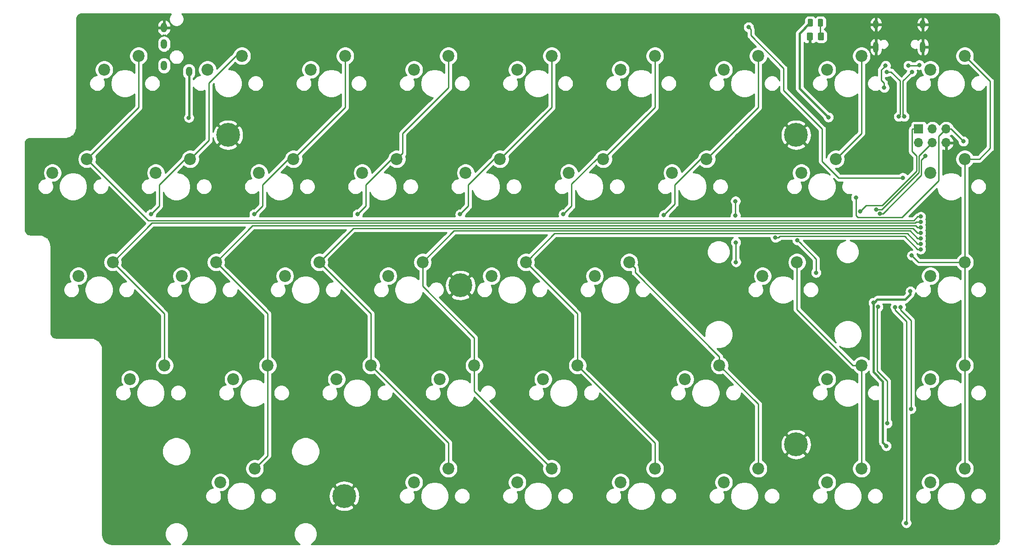
<source format=gtl>
G04 #@! TF.GenerationSoftware,KiCad,Pcbnew,(5.1.5)-3*
G04 #@! TF.CreationDate,2020-09-19T13:04:25+02:00*
G04 #@! TF.ProjectId,split65right,73706c69-7436-4357-9269-6768742e6b69,rev?*
G04 #@! TF.SameCoordinates,Original*
G04 #@! TF.FileFunction,Copper,L1,Top*
G04 #@! TF.FilePolarity,Positive*
%FSLAX46Y46*%
G04 Gerber Fmt 4.6, Leading zero omitted, Abs format (unit mm)*
G04 Created by KiCad (PCBNEW (5.1.5)-3) date 2020-09-19 13:04:25*
%MOMM*%
%LPD*%
G04 APERTURE LIST*
%ADD10O,1.200000X1.800000*%
%ADD11C,2.200000*%
%ADD12O,1.700000X1.700000*%
%ADD13R,1.700000X1.700000*%
%ADD14C,0.700000*%
%ADD15C,4.400000*%
%ADD16C,0.100000*%
%ADD17O,1.000000X2.100000*%
%ADD18O,1.000000X1.600000*%
%ADD19C,0.800000*%
%ADD20C,0.400000*%
%ADD21C,0.250000*%
%ADD22C,0.254000*%
G04 APERTURE END LIST*
D10*
X234075000Y-41462500D03*
X229475000Y-40362500D03*
X229475000Y-36362500D03*
X229475000Y-33362500D03*
D11*
X239871250Y-117316250D03*
X246221250Y-114776250D03*
X308927500Y-79216250D03*
X315277500Y-76676250D03*
X377190000Y-114776250D03*
X370840000Y-117316250D03*
X358140000Y-114776250D03*
X351790000Y-117316250D03*
X339090000Y-114776250D03*
X332740000Y-117316250D03*
X320040000Y-114776250D03*
X313690000Y-117316250D03*
X300990000Y-114776250D03*
X294640000Y-117316250D03*
X281940000Y-114776250D03*
X275590000Y-117316250D03*
X331946250Y-95726250D03*
X325596250Y-98266250D03*
X229552500Y-95726250D03*
X223202500Y-98266250D03*
X346233750Y-76676250D03*
X339883750Y-79216250D03*
X220027500Y-76676250D03*
X213677500Y-79216250D03*
X353377500Y-57626250D03*
X347027500Y-60166250D03*
X215265000Y-57626250D03*
X208915000Y-60166250D03*
X377190000Y-95726250D03*
X370840000Y-98266250D03*
X358140000Y-95726250D03*
X351790000Y-98266250D03*
X377190000Y-76676250D03*
X370840000Y-79216250D03*
X377190000Y-57626250D03*
X370840000Y-60166250D03*
X329565000Y-57626250D03*
X323215000Y-60166250D03*
X377190000Y-38576250D03*
X370840000Y-41116250D03*
X358140000Y-38576250D03*
X351790000Y-41116250D03*
X339090000Y-38576250D03*
X332740000Y-41116250D03*
D12*
X373761000Y-54610000D03*
X373761000Y-52070000D03*
X371221000Y-54610000D03*
X371221000Y-52070000D03*
X368681000Y-54610000D03*
D13*
X368681000Y-52070000D03*
D14*
X242466726Y-52014524D03*
X241300000Y-51531250D03*
X240133274Y-52014524D03*
X239650000Y-53181250D03*
X240133274Y-54347976D03*
X241300000Y-54831250D03*
X242466726Y-54347976D03*
X242950000Y-53181250D03*
D15*
X241300000Y-53181250D03*
D14*
X285329226Y-79795774D03*
X284162500Y-79312500D03*
X282995774Y-79795774D03*
X282512500Y-80962500D03*
X282995774Y-82129226D03*
X284162500Y-82612500D03*
X285329226Y-82129226D03*
X285812500Y-80962500D03*
D15*
X284162500Y-80962500D03*
D14*
X347241726Y-52014524D03*
X346075000Y-51531250D03*
X344908274Y-52014524D03*
X344425000Y-53181250D03*
X344908274Y-54347976D03*
X346075000Y-54831250D03*
X347241726Y-54347976D03*
X347725000Y-53181250D03*
D15*
X346075000Y-53181250D03*
D14*
X263897976Y-118689524D03*
X262731250Y-118206250D03*
X261564524Y-118689524D03*
X261081250Y-119856250D03*
X261564524Y-121022976D03*
X262731250Y-121506250D03*
X263897976Y-121022976D03*
X264381250Y-119856250D03*
D15*
X262731250Y-119856250D03*
D14*
X347241726Y-109164524D03*
X346075000Y-108681250D03*
X344908274Y-109164524D03*
X344425000Y-110331250D03*
X344908274Y-111497976D03*
X346075000Y-111981250D03*
X347241726Y-111497976D03*
X347725000Y-110331250D03*
D15*
X346075000Y-110331250D03*
G04 #@! TA.AperFunction,SMDPad,CuDef*
D16*
G36*
X348975505Y-34289704D02*
G01*
X348999773Y-34293304D01*
X349023572Y-34299265D01*
X349046671Y-34307530D01*
X349068850Y-34318020D01*
X349089893Y-34330632D01*
X349109599Y-34345247D01*
X349127777Y-34361723D01*
X349144253Y-34379901D01*
X349158868Y-34399607D01*
X349171480Y-34420650D01*
X349181970Y-34442829D01*
X349190235Y-34465928D01*
X349196196Y-34489727D01*
X349199796Y-34513995D01*
X349201000Y-34538499D01*
X349201000Y-35438501D01*
X349199796Y-35463005D01*
X349196196Y-35487273D01*
X349190235Y-35511072D01*
X349181970Y-35534171D01*
X349171480Y-35556350D01*
X349158868Y-35577393D01*
X349144253Y-35597099D01*
X349127777Y-35615277D01*
X349109599Y-35631753D01*
X349089893Y-35646368D01*
X349068850Y-35658980D01*
X349046671Y-35669470D01*
X349023572Y-35677735D01*
X348999773Y-35683696D01*
X348975505Y-35687296D01*
X348951001Y-35688500D01*
X348300999Y-35688500D01*
X348276495Y-35687296D01*
X348252227Y-35683696D01*
X348228428Y-35677735D01*
X348205329Y-35669470D01*
X348183150Y-35658980D01*
X348162107Y-35646368D01*
X348142401Y-35631753D01*
X348124223Y-35615277D01*
X348107747Y-35597099D01*
X348093132Y-35577393D01*
X348080520Y-35556350D01*
X348070030Y-35534171D01*
X348061765Y-35511072D01*
X348055804Y-35487273D01*
X348052204Y-35463005D01*
X348051000Y-35438501D01*
X348051000Y-34538499D01*
X348052204Y-34513995D01*
X348055804Y-34489727D01*
X348061765Y-34465928D01*
X348070030Y-34442829D01*
X348080520Y-34420650D01*
X348093132Y-34399607D01*
X348107747Y-34379901D01*
X348124223Y-34361723D01*
X348142401Y-34345247D01*
X348162107Y-34330632D01*
X348183150Y-34318020D01*
X348205329Y-34307530D01*
X348228428Y-34299265D01*
X348252227Y-34293304D01*
X348276495Y-34289704D01*
X348300999Y-34288500D01*
X348951001Y-34288500D01*
X348975505Y-34289704D01*
G37*
G04 #@! TD.AperFunction*
G04 #@! TA.AperFunction,SMDPad,CuDef*
G36*
X351025505Y-34289704D02*
G01*
X351049773Y-34293304D01*
X351073572Y-34299265D01*
X351096671Y-34307530D01*
X351118850Y-34318020D01*
X351139893Y-34330632D01*
X351159599Y-34345247D01*
X351177777Y-34361723D01*
X351194253Y-34379901D01*
X351208868Y-34399607D01*
X351221480Y-34420650D01*
X351231970Y-34442829D01*
X351240235Y-34465928D01*
X351246196Y-34489727D01*
X351249796Y-34513995D01*
X351251000Y-34538499D01*
X351251000Y-35438501D01*
X351249796Y-35463005D01*
X351246196Y-35487273D01*
X351240235Y-35511072D01*
X351231970Y-35534171D01*
X351221480Y-35556350D01*
X351208868Y-35577393D01*
X351194253Y-35597099D01*
X351177777Y-35615277D01*
X351159599Y-35631753D01*
X351139893Y-35646368D01*
X351118850Y-35658980D01*
X351096671Y-35669470D01*
X351073572Y-35677735D01*
X351049773Y-35683696D01*
X351025505Y-35687296D01*
X351001001Y-35688500D01*
X350350999Y-35688500D01*
X350326495Y-35687296D01*
X350302227Y-35683696D01*
X350278428Y-35677735D01*
X350255329Y-35669470D01*
X350233150Y-35658980D01*
X350212107Y-35646368D01*
X350192401Y-35631753D01*
X350174223Y-35615277D01*
X350157747Y-35597099D01*
X350143132Y-35577393D01*
X350130520Y-35556350D01*
X350120030Y-35534171D01*
X350111765Y-35511072D01*
X350105804Y-35487273D01*
X350102204Y-35463005D01*
X350101000Y-35438501D01*
X350101000Y-34538499D01*
X350102204Y-34513995D01*
X350105804Y-34489727D01*
X350111765Y-34465928D01*
X350120030Y-34442829D01*
X350130520Y-34420650D01*
X350143132Y-34399607D01*
X350157747Y-34379901D01*
X350174223Y-34361723D01*
X350192401Y-34345247D01*
X350212107Y-34330632D01*
X350233150Y-34318020D01*
X350255329Y-34307530D01*
X350278428Y-34299265D01*
X350302227Y-34293304D01*
X350326495Y-34289704D01*
X350350999Y-34288500D01*
X351001001Y-34288500D01*
X351025505Y-34289704D01*
G37*
G04 #@! TD.AperFunction*
G04 #@! TA.AperFunction,SMDPad,CuDef*
G36*
X348961142Y-31749674D02*
G01*
X348984803Y-31753184D01*
X349008007Y-31758996D01*
X349030529Y-31767054D01*
X349052153Y-31777282D01*
X349072670Y-31789579D01*
X349091883Y-31803829D01*
X349109607Y-31819893D01*
X349125671Y-31837617D01*
X349139921Y-31856830D01*
X349152218Y-31877347D01*
X349162446Y-31898971D01*
X349170504Y-31921493D01*
X349176316Y-31944697D01*
X349179826Y-31968358D01*
X349181000Y-31992250D01*
X349181000Y-32904750D01*
X349179826Y-32928642D01*
X349176316Y-32952303D01*
X349170504Y-32975507D01*
X349162446Y-32998029D01*
X349152218Y-33019653D01*
X349139921Y-33040170D01*
X349125671Y-33059383D01*
X349109607Y-33077107D01*
X349091883Y-33093171D01*
X349072670Y-33107421D01*
X349052153Y-33119718D01*
X349030529Y-33129946D01*
X349008007Y-33138004D01*
X348984803Y-33143816D01*
X348961142Y-33147326D01*
X348937250Y-33148500D01*
X348449750Y-33148500D01*
X348425858Y-33147326D01*
X348402197Y-33143816D01*
X348378993Y-33138004D01*
X348356471Y-33129946D01*
X348334847Y-33119718D01*
X348314330Y-33107421D01*
X348295117Y-33093171D01*
X348277393Y-33077107D01*
X348261329Y-33059383D01*
X348247079Y-33040170D01*
X348234782Y-33019653D01*
X348224554Y-32998029D01*
X348216496Y-32975507D01*
X348210684Y-32952303D01*
X348207174Y-32928642D01*
X348206000Y-32904750D01*
X348206000Y-31992250D01*
X348207174Y-31968358D01*
X348210684Y-31944697D01*
X348216496Y-31921493D01*
X348224554Y-31898971D01*
X348234782Y-31877347D01*
X348247079Y-31856830D01*
X348261329Y-31837617D01*
X348277393Y-31819893D01*
X348295117Y-31803829D01*
X348314330Y-31789579D01*
X348334847Y-31777282D01*
X348356471Y-31767054D01*
X348378993Y-31758996D01*
X348402197Y-31753184D01*
X348425858Y-31749674D01*
X348449750Y-31748500D01*
X348937250Y-31748500D01*
X348961142Y-31749674D01*
G37*
G04 #@! TD.AperFunction*
G04 #@! TA.AperFunction,SMDPad,CuDef*
G36*
X350836142Y-31749674D02*
G01*
X350859803Y-31753184D01*
X350883007Y-31758996D01*
X350905529Y-31767054D01*
X350927153Y-31777282D01*
X350947670Y-31789579D01*
X350966883Y-31803829D01*
X350984607Y-31819893D01*
X351000671Y-31837617D01*
X351014921Y-31856830D01*
X351027218Y-31877347D01*
X351037446Y-31898971D01*
X351045504Y-31921493D01*
X351051316Y-31944697D01*
X351054826Y-31968358D01*
X351056000Y-31992250D01*
X351056000Y-32904750D01*
X351054826Y-32928642D01*
X351051316Y-32952303D01*
X351045504Y-32975507D01*
X351037446Y-32998029D01*
X351027218Y-33019653D01*
X351014921Y-33040170D01*
X351000671Y-33059383D01*
X350984607Y-33077107D01*
X350966883Y-33093171D01*
X350947670Y-33107421D01*
X350927153Y-33119718D01*
X350905529Y-33129946D01*
X350883007Y-33138004D01*
X350859803Y-33143816D01*
X350836142Y-33147326D01*
X350812250Y-33148500D01*
X350324750Y-33148500D01*
X350300858Y-33147326D01*
X350277197Y-33143816D01*
X350253993Y-33138004D01*
X350231471Y-33129946D01*
X350209847Y-33119718D01*
X350189330Y-33107421D01*
X350170117Y-33093171D01*
X350152393Y-33077107D01*
X350136329Y-33059383D01*
X350122079Y-33040170D01*
X350109782Y-33019653D01*
X350099554Y-32998029D01*
X350091496Y-32975507D01*
X350085684Y-32952303D01*
X350082174Y-32928642D01*
X350081000Y-32904750D01*
X350081000Y-31992250D01*
X350082174Y-31968358D01*
X350085684Y-31944697D01*
X350091496Y-31921493D01*
X350099554Y-31898971D01*
X350109782Y-31877347D01*
X350122079Y-31856830D01*
X350136329Y-31837617D01*
X350152393Y-31819893D01*
X350170117Y-31803829D01*
X350189330Y-31789579D01*
X350209847Y-31777282D01*
X350231471Y-31767054D01*
X350253993Y-31758996D01*
X350277197Y-31753184D01*
X350300858Y-31749674D01*
X350324750Y-31748500D01*
X350812250Y-31748500D01*
X350836142Y-31749674D01*
G37*
G04 #@! TD.AperFunction*
D11*
X218440000Y-41116250D03*
X224790000Y-38576250D03*
X237490000Y-41116250D03*
X243840000Y-38576250D03*
X227965000Y-60166250D03*
X234315000Y-57626250D03*
X232727500Y-79216250D03*
X239077500Y-76676250D03*
X242252500Y-98266250D03*
X248602500Y-95726250D03*
X256540000Y-41116250D03*
X262890000Y-38576250D03*
X247015000Y-60166250D03*
X253365000Y-57626250D03*
X251777500Y-79216250D03*
X258127500Y-76676250D03*
X261302500Y-98266250D03*
X267652500Y-95726250D03*
X275590000Y-41116250D03*
X281940000Y-38576250D03*
X266065000Y-60166250D03*
X272415000Y-57626250D03*
X270827500Y-79216250D03*
X277177500Y-76676250D03*
X280352500Y-98266250D03*
X286702500Y-95726250D03*
X294640000Y-41116250D03*
X300990000Y-38576250D03*
X285115000Y-60166250D03*
X291465000Y-57626250D03*
X289877500Y-79216250D03*
X296227500Y-76676250D03*
X299402500Y-98266250D03*
X305752500Y-95726250D03*
X313690000Y-41116250D03*
X320040000Y-38576250D03*
X304165000Y-60166250D03*
X310515000Y-57626250D03*
D17*
X360805000Y-36942500D03*
X369445000Y-36942500D03*
D18*
X360805000Y-32762500D03*
X369445000Y-32762500D03*
D19*
X360362500Y-84137500D03*
X362712000Y-110617000D03*
X367157000Y-82042000D03*
X352044000Y-49911000D03*
X234061000Y-50001010D03*
X370967000Y-65151000D03*
X365125000Y-56007000D03*
X359410000Y-59563000D03*
X357124000Y-59944000D03*
X352425000Y-67818000D03*
X353060000Y-74549000D03*
X362523000Y-74930000D03*
X356393750Y-49212500D03*
X343535000Y-64643000D03*
X349377000Y-66040000D03*
X354076000Y-80772000D03*
X359156000Y-77978000D03*
X352806000Y-110490000D03*
X336042000Y-110236000D03*
X264033000Y-113030000D03*
X251460000Y-112776000D03*
X379730000Y-60198000D03*
X367430189Y-41529000D03*
X366014000Y-49784000D03*
X366775000Y-40367998D03*
X368808000Y-40259000D03*
X342265000Y-72136000D03*
X369062000Y-74294994D03*
X365379000Y-84963000D03*
X367284000Y-103759000D03*
X369081676Y-68264556D03*
X227076000Y-67818000D03*
X227076000Y-67818000D03*
X369081676Y-69264569D03*
X246126000Y-67818000D03*
X369081677Y-70264580D03*
X265176000Y-67818000D03*
X369081654Y-71264591D03*
X284099000Y-67818000D03*
X369082136Y-72264602D03*
X303149000Y-67818000D03*
X369067178Y-73264502D03*
X364363000Y-84963000D03*
X366395000Y-124841000D03*
X362791062Y-41529006D03*
X365013987Y-49784000D03*
X365760000Y-61087000D03*
X337312000Y-33274000D03*
X357124000Y-64770028D03*
X376936000Y-54356000D03*
X360898770Y-66948831D03*
X361569000Y-67691000D03*
X369951000Y-57023000D03*
X357886000Y-67310000D03*
X349758000Y-78613000D03*
X346305598Y-72607010D03*
X362877010Y-106426000D03*
X361188000Y-84937510D03*
X321691000Y-67945000D03*
X334962500Y-73025000D03*
X334899000Y-65405000D03*
X334899000Y-68035010D03*
X334990000Y-76660000D03*
X367411000Y-75438000D03*
X362331000Y-44450000D03*
X362585000Y-40367964D03*
D20*
X360362500Y-96964500D02*
X362077000Y-98679000D01*
X362077000Y-109982000D02*
X362312001Y-110217001D01*
X362312001Y-110217001D02*
X362712000Y-110617000D01*
X362077000Y-98679000D02*
X362077000Y-109982000D01*
X360362500Y-84137500D02*
X360362500Y-96964500D01*
X367157000Y-82607685D02*
X366198685Y-83566000D01*
X367157000Y-82042000D02*
X367157000Y-82607685D01*
X366198685Y-83566000D02*
X361061000Y-83566000D01*
X361061000Y-83566000D02*
X360489500Y-84137500D01*
X360489500Y-84137500D02*
X360362500Y-84137500D01*
X234075000Y-49987010D02*
X234061000Y-50001010D01*
X234075000Y-41462500D02*
X234075000Y-49987010D01*
X346710000Y-34432000D02*
X348693500Y-32448500D01*
X352044000Y-49911000D02*
X346710000Y-44577000D01*
X346710000Y-44577000D02*
X346710000Y-34432000D01*
D21*
X365760000Y-49530000D02*
X366014000Y-49784000D01*
X367430189Y-41529000D02*
X365760000Y-43199189D01*
X365760000Y-43199189D02*
X365760000Y-49530000D01*
X366775000Y-40367998D02*
X368699002Y-40367998D01*
X368699002Y-40367998D02*
X368808000Y-40259000D01*
X366083321Y-71882000D02*
X368496315Y-74294994D01*
X342265000Y-72136000D02*
X342830685Y-72136000D01*
X368496315Y-74294994D02*
X369062000Y-74294994D01*
X342830685Y-72136000D02*
X343084685Y-71882000D01*
X343084685Y-71882000D02*
X366083321Y-71882000D01*
X365379000Y-85528685D02*
X367284000Y-87433685D01*
X365379000Y-84963000D02*
X365379000Y-85528685D01*
X367284000Y-87433685D02*
X367284000Y-103759000D01*
X224790000Y-48101250D02*
X215265000Y-57626250D01*
X224790000Y-38576250D02*
X224790000Y-48101250D01*
X226599750Y-68961000D02*
X215265000Y-57626250D01*
X333629000Y-68961000D02*
X226599750Y-68961000D01*
X333629000Y-68961000D02*
X333502000Y-68961000D01*
X367819547Y-68961000D02*
X368515991Y-68264556D01*
X368515991Y-68264556D02*
X369081676Y-68264556D01*
X333629000Y-68961000D02*
X367819547Y-68961000D01*
X227076000Y-67818000D02*
X228600000Y-66294000D01*
X228600000Y-62357000D02*
X233330750Y-57626250D01*
X228600000Y-66294000D02*
X228600000Y-62357000D01*
X229552500Y-86201250D02*
X220027500Y-76676250D01*
X229552500Y-95726250D02*
X229552500Y-86201250D01*
X227260150Y-69443600D02*
X220027500Y-76676250D01*
X368102260Y-69443600D02*
X227260150Y-69443600D01*
X368102260Y-69411010D02*
X368248701Y-69264569D01*
X368515991Y-69264569D02*
X369081676Y-69264569D01*
X368248701Y-69264569D02*
X368515991Y-69264569D01*
X237744000Y-43561000D02*
X242728750Y-38576250D01*
X234315000Y-57626250D02*
X237744000Y-54197250D01*
X242728750Y-38576250D02*
X243840000Y-38576250D01*
X237744000Y-54197250D02*
X237744000Y-43561000D01*
X246126000Y-67818000D02*
X247650000Y-66294000D01*
X247650000Y-62357000D02*
X252380750Y-57626250D01*
X247650000Y-66294000D02*
X247650000Y-62357000D01*
X262890000Y-48101250D02*
X253365000Y-57626250D01*
X262890000Y-38576250D02*
X262890000Y-48101250D01*
X248602500Y-86201250D02*
X248602500Y-95726250D01*
X239077500Y-76676250D02*
X248602500Y-86201250D01*
X248602500Y-112395000D02*
X246221250Y-114776250D01*
X248602500Y-95726250D02*
X248602500Y-112395000D01*
X368515992Y-70264580D02*
X369081677Y-70264580D01*
X245827550Y-69926200D02*
X368177612Y-69926200D01*
X368177612Y-69926200D02*
X368515992Y-70264580D01*
X239077500Y-76676250D02*
X245827550Y-69926200D01*
X265176000Y-67818000D02*
X266700000Y-66294000D01*
X266700000Y-62357000D02*
X271430750Y-57626250D01*
X266700000Y-66294000D02*
X266700000Y-62357000D01*
X281940000Y-110013750D02*
X267652500Y-95726250D01*
X281940000Y-114776250D02*
X281940000Y-110013750D01*
X267652500Y-86201250D02*
X258127500Y-76676250D01*
X267652500Y-95726250D02*
X267652500Y-86201250D01*
X273514999Y-52882249D02*
X281940000Y-44457248D01*
X281940000Y-40131884D02*
X281940000Y-38576250D01*
X281940000Y-44457248D02*
X281940000Y-40131884D01*
X273514999Y-56526251D02*
X273514999Y-52882249D01*
X272415000Y-57626250D02*
X273514999Y-56526251D01*
X264394950Y-70408800D02*
X367660178Y-70408800D01*
X367660178Y-70408800D02*
X368515969Y-71264591D01*
X258127500Y-76676250D02*
X264394950Y-70408800D01*
X368515969Y-71264591D02*
X369081654Y-71264591D01*
X300990000Y-48101250D02*
X291465000Y-57626250D01*
X300990000Y-38576250D02*
X300990000Y-48101250D01*
X286702500Y-100488750D02*
X300990000Y-114776250D01*
X286702500Y-95726250D02*
X286702500Y-100488750D01*
X285623000Y-62357000D02*
X290353750Y-57626250D01*
X284099000Y-67818000D02*
X285623000Y-66294000D01*
X290353750Y-57626250D02*
X291465000Y-57626250D01*
X285623000Y-66294000D02*
X285623000Y-62357000D01*
X277177500Y-76676250D02*
X277177500Y-81121250D01*
X286702500Y-90646250D02*
X286702500Y-95726250D01*
X277177500Y-81121250D02*
X286702500Y-90646250D01*
X367143249Y-70891400D02*
X368516451Y-72264602D01*
X277177500Y-76676250D02*
X282962350Y-70891400D01*
X368516451Y-72264602D02*
X369082136Y-72264602D01*
X282962350Y-70891400D02*
X367143249Y-70891400D01*
X320040000Y-110013750D02*
X305752500Y-95726250D01*
X320040000Y-114776250D02*
X320040000Y-110013750D01*
X305752500Y-86201250D02*
X296227500Y-76676250D01*
X305752500Y-95726250D02*
X305752500Y-86201250D01*
X296227500Y-76676250D02*
X297327499Y-75576251D01*
X320040000Y-48101250D02*
X320040000Y-38576250D01*
X310515000Y-57626250D02*
X320040000Y-48101250D01*
X309276750Y-57626250D02*
X310515000Y-57626250D01*
X304673000Y-62230000D02*
X309276750Y-57626250D01*
X303149000Y-67818000D02*
X304673000Y-66294000D01*
X304673000Y-66294000D02*
X304673000Y-62230000D01*
X366610991Y-71374000D02*
X368501493Y-73264502D01*
X301529750Y-71374000D02*
X366610991Y-71374000D01*
X296227500Y-76676250D02*
X301529750Y-71374000D01*
X368501493Y-73264502D02*
X369067178Y-73264502D01*
X366464315Y-124771685D02*
X366395000Y-124841000D01*
X366464315Y-87630000D02*
X366464315Y-124771685D01*
X364363000Y-84963000D02*
X364363000Y-85528685D01*
X364363000Y-85528685D02*
X366464315Y-87630000D01*
X365013987Y-49641013D02*
X365013987Y-49784000D01*
X365252000Y-43180000D02*
X365252000Y-49403000D01*
X362791062Y-41529006D02*
X363601006Y-41529006D01*
X365252000Y-49403000D02*
X365013987Y-49641013D01*
X363601006Y-41529006D02*
X365252000Y-43180000D01*
X337711999Y-34816999D02*
X337711999Y-33673999D01*
X343789000Y-40894000D02*
X337711999Y-34816999D01*
X337711999Y-33673999D02*
X337312000Y-33274000D01*
X353949000Y-61087000D02*
X350901000Y-58039000D01*
X343789000Y-44958000D02*
X343789000Y-40894000D01*
X365760000Y-61087000D02*
X353949000Y-61087000D01*
X350901000Y-52070000D02*
X343789000Y-44958000D01*
X350901000Y-58039000D02*
X350901000Y-52070000D01*
X350568500Y-34921000D02*
X350636000Y-34988500D01*
X350568500Y-32448500D02*
X350568500Y-34921000D01*
X357124000Y-68072000D02*
X357124000Y-64770028D01*
X372396001Y-53434999D02*
X372396001Y-61620684D01*
X372396001Y-61620684D02*
X365589085Y-68427600D01*
X357479600Y-68427600D02*
X357124000Y-68072000D01*
X373761000Y-52070000D02*
X372396001Y-53434999D01*
X365589085Y-68427600D02*
X357479600Y-68427600D01*
X374650000Y-52070000D02*
X373761000Y-52070000D01*
X376936000Y-54356000D02*
X374650000Y-52070000D01*
X368738989Y-57092011D02*
X371221000Y-54610000D01*
X368738989Y-60129536D02*
X368738989Y-57092011D01*
X360898770Y-66948831D02*
X361919694Y-66948831D01*
X361919694Y-66948831D02*
X368738989Y-60129536D01*
X361569000Y-67691000D02*
X362134685Y-67691000D01*
X362134685Y-67691000D02*
X369189000Y-60636685D01*
X369189000Y-60636685D02*
X369189000Y-58801000D01*
X369189000Y-58801000D02*
X369189000Y-57785000D01*
X369189000Y-57785000D02*
X369951000Y-57023000D01*
X367581000Y-52070000D02*
X368681000Y-52070000D01*
X367505999Y-52145001D02*
X367581000Y-52070000D01*
X367505999Y-56228999D02*
X367505999Y-52145001D01*
X359029000Y-66167000D02*
X361950000Y-66167000D01*
X357886000Y-67310000D02*
X359029000Y-66167000D01*
X361950000Y-66167000D02*
X368288978Y-59828022D01*
X368288978Y-59828022D02*
X368288978Y-57011978D01*
X368288978Y-57011978D02*
X367505999Y-56228999D01*
X349758000Y-78613000D02*
X349758000Y-76059412D01*
X349758000Y-76059412D02*
X346705597Y-73007009D01*
X346705597Y-73007009D02*
X346305598Y-72607010D01*
X361061000Y-85064510D02*
X361188000Y-84937510D01*
X361061000Y-96774000D02*
X361061000Y-85064510D01*
X362877010Y-106426000D02*
X362877010Y-98590010D01*
X362877010Y-98590010D02*
X361061000Y-96774000D01*
X339090000Y-102870000D02*
X331946250Y-95726250D01*
X339090000Y-114776250D02*
X339090000Y-102870000D01*
X316377499Y-77776249D02*
X315277500Y-76676250D01*
X316377499Y-78577247D02*
X316377499Y-77776249D01*
X331946250Y-94145998D02*
X316377499Y-78577247D01*
X331946250Y-95726250D02*
X331946250Y-94145998D01*
X339090000Y-48101250D02*
X339090000Y-38576250D01*
X329565000Y-57626250D02*
X339090000Y-48101250D01*
X323723000Y-62357000D02*
X328453750Y-57626250D01*
X321691000Y-67945000D02*
X323723000Y-65913000D01*
X328453750Y-57626250D02*
X329565000Y-57626250D01*
X323723000Y-65913000D02*
X323723000Y-62357000D01*
X358140000Y-52863750D02*
X353377500Y-57626250D01*
X358140000Y-38576250D02*
X358140000Y-52863750D01*
X356584366Y-95726250D02*
X358140000Y-95726250D01*
X346233750Y-85375634D02*
X356584366Y-95726250D01*
X346233750Y-76676250D02*
X346233750Y-85375634D01*
X358140000Y-95726250D02*
X358140000Y-114776250D01*
X334899000Y-65405000D02*
X334899000Y-68035010D01*
X334962500Y-76632500D02*
X334990000Y-76660000D01*
X334962500Y-73025000D02*
X334962500Y-76632500D01*
X377190000Y-95726250D02*
X377190000Y-76676250D01*
X377190000Y-75120616D02*
X377190000Y-57626250D01*
X377190000Y-76676250D02*
X377190000Y-75120616D01*
X377190000Y-114776250D02*
X377190000Y-113220616D01*
X377190000Y-113220616D02*
X377190000Y-95726250D01*
X368649250Y-76676250D02*
X367411000Y-75438000D01*
X377190000Y-76676250D02*
X368649250Y-76676250D01*
X381889000Y-43275250D02*
X378289999Y-39676249D01*
X378289999Y-39676249D02*
X377190000Y-38576250D01*
X381889000Y-55626000D02*
X381889000Y-43275250D01*
X377190000Y-57626250D02*
X379888750Y-57626250D01*
X379888750Y-57626250D02*
X381889000Y-55626000D01*
X362331000Y-44450000D02*
X362331000Y-43568248D01*
X362185001Y-40767963D02*
X362585000Y-40367964D01*
X362331000Y-43568248D02*
X361823000Y-43060248D01*
X361823000Y-43060248D02*
X361823000Y-41129964D01*
X361823000Y-41129964D02*
X362185001Y-40767963D01*
D22*
G36*
X230699201Y-30879614D02*
G01*
X230547629Y-31106457D01*
X230443225Y-31358511D01*
X230390000Y-31626089D01*
X230390000Y-31898911D01*
X230443225Y-32166489D01*
X230547629Y-32418543D01*
X230699201Y-32645386D01*
X230892114Y-32838299D01*
X231118957Y-32989871D01*
X231371011Y-33094275D01*
X231638589Y-33147500D01*
X231911411Y-33147500D01*
X232178989Y-33094275D01*
X232431043Y-32989871D01*
X232657886Y-32838299D01*
X232850799Y-32645386D01*
X233002371Y-32418543D01*
X233106775Y-32166489D01*
X233160000Y-31898911D01*
X233160000Y-31626089D01*
X233106775Y-31358511D01*
X233002371Y-31106457D01*
X232850799Y-30879614D01*
X232793685Y-30822500D01*
X382555221Y-30822500D01*
X382767038Y-30843269D01*
X382939737Y-30895410D01*
X383099018Y-30980102D01*
X383238819Y-31094119D01*
X383353808Y-31233117D01*
X383439610Y-31391805D01*
X383492955Y-31564135D01*
X383515001Y-31773889D01*
X383515000Y-34163668D01*
X383515001Y-34163678D01*
X383515000Y-127761470D01*
X383494231Y-127973288D01*
X383442091Y-128145986D01*
X383357399Y-128305268D01*
X383243378Y-128445071D01*
X383104385Y-128560056D01*
X382945695Y-128645860D01*
X382773365Y-128699205D01*
X382563619Y-128721250D01*
X256677977Y-128721250D01*
X256958170Y-128534031D01*
X257259031Y-128233170D01*
X257495417Y-127879394D01*
X257658242Y-127486299D01*
X257741250Y-127068991D01*
X257741250Y-126643509D01*
X257658242Y-126226201D01*
X257495417Y-125833106D01*
X257259031Y-125479330D01*
X256958170Y-125178469D01*
X256604394Y-124942083D01*
X256211299Y-124779258D01*
X255793991Y-124696250D01*
X255368509Y-124696250D01*
X254951201Y-124779258D01*
X254558106Y-124942083D01*
X254204330Y-125178469D01*
X253903469Y-125479330D01*
X253667083Y-125833106D01*
X253504258Y-126226201D01*
X253421250Y-126643509D01*
X253421250Y-127068991D01*
X253504258Y-127486299D01*
X253667083Y-127879394D01*
X253903469Y-128233170D01*
X254204330Y-128534031D01*
X254484523Y-128721250D01*
X232877977Y-128721250D01*
X233158170Y-128534031D01*
X233459031Y-128233170D01*
X233695417Y-127879394D01*
X233858242Y-127486299D01*
X233941250Y-127068991D01*
X233941250Y-126643509D01*
X233858242Y-126226201D01*
X233695417Y-125833106D01*
X233459031Y-125479330D01*
X233158170Y-125178469D01*
X232804394Y-124942083D01*
X232411299Y-124779258D01*
X231993991Y-124696250D01*
X231568509Y-124696250D01*
X231151201Y-124779258D01*
X230758106Y-124942083D01*
X230404330Y-125178469D01*
X230103469Y-125479330D01*
X229867083Y-125833106D01*
X229704258Y-126226201D01*
X229621250Y-126643509D01*
X229621250Y-127068991D01*
X229704258Y-127486299D01*
X229867083Y-127879394D01*
X230103469Y-128233170D01*
X230404330Y-128534031D01*
X230684523Y-128721250D01*
X219901029Y-128721250D01*
X219535040Y-128685364D01*
X219214038Y-128588448D01*
X218917975Y-128431029D01*
X218658127Y-128219101D01*
X218444394Y-127960742D01*
X218284912Y-127665786D01*
X218185757Y-127345469D01*
X218147500Y-126981479D01*
X218147500Y-119709990D01*
X237116250Y-119709990D01*
X237116250Y-120002510D01*
X237173318Y-120289408D01*
X237285260Y-120559661D01*
X237447775Y-120802882D01*
X237654618Y-121009725D01*
X237897839Y-121172240D01*
X238168092Y-121284182D01*
X238454990Y-121341250D01*
X238747510Y-121341250D01*
X239034408Y-121284182D01*
X239304661Y-121172240D01*
X239547882Y-121009725D01*
X239754725Y-120802882D01*
X239917240Y-120559661D01*
X240029182Y-120289408D01*
X240086250Y-120002510D01*
X240086250Y-119709990D01*
X240063721Y-119596725D01*
X241046250Y-119596725D01*
X241046250Y-120115775D01*
X241147511Y-120624851D01*
X241346143Y-121104391D01*
X241634512Y-121535965D01*
X242001535Y-121902988D01*
X242433109Y-122191357D01*
X242912649Y-122389989D01*
X243421725Y-122491250D01*
X243940775Y-122491250D01*
X244449851Y-122389989D01*
X244929391Y-122191357D01*
X245360965Y-121902988D01*
X245417928Y-121846025D01*
X260921080Y-121846025D01*
X261161226Y-122233268D01*
X261655127Y-122493891D01*
X262190383Y-122653151D01*
X262746424Y-122704928D01*
X263301882Y-122647231D01*
X263835411Y-122482278D01*
X264301274Y-122233268D01*
X264541420Y-121846025D01*
X262731250Y-120035855D01*
X260921080Y-121846025D01*
X245417928Y-121846025D01*
X245727988Y-121535965D01*
X246016357Y-121104391D01*
X246214989Y-120624851D01*
X246316250Y-120115775D01*
X246316250Y-119709990D01*
X247276250Y-119709990D01*
X247276250Y-120002510D01*
X247333318Y-120289408D01*
X247445260Y-120559661D01*
X247607775Y-120802882D01*
X247814618Y-121009725D01*
X248057839Y-121172240D01*
X248328092Y-121284182D01*
X248614990Y-121341250D01*
X248907510Y-121341250D01*
X249194408Y-121284182D01*
X249464661Y-121172240D01*
X249707882Y-121009725D01*
X249914725Y-120802882D01*
X250077240Y-120559661D01*
X250189182Y-120289408D01*
X250246250Y-120002510D01*
X250246250Y-119871424D01*
X259882572Y-119871424D01*
X259940269Y-120426882D01*
X260105222Y-120960411D01*
X260354232Y-121426274D01*
X260741475Y-121666420D01*
X262551645Y-119856250D01*
X262910855Y-119856250D01*
X264721025Y-121666420D01*
X265108268Y-121426274D01*
X265368891Y-120932373D01*
X265528151Y-120397117D01*
X265579928Y-119841076D01*
X265566312Y-119709990D01*
X272835000Y-119709990D01*
X272835000Y-120002510D01*
X272892068Y-120289408D01*
X273004010Y-120559661D01*
X273166525Y-120802882D01*
X273373368Y-121009725D01*
X273616589Y-121172240D01*
X273886842Y-121284182D01*
X274173740Y-121341250D01*
X274466260Y-121341250D01*
X274753158Y-121284182D01*
X275023411Y-121172240D01*
X275266632Y-121009725D01*
X275473475Y-120802882D01*
X275635990Y-120559661D01*
X275747932Y-120289408D01*
X275805000Y-120002510D01*
X275805000Y-119709990D01*
X275782471Y-119596725D01*
X276765000Y-119596725D01*
X276765000Y-120115775D01*
X276866261Y-120624851D01*
X277064893Y-121104391D01*
X277353262Y-121535965D01*
X277720285Y-121902988D01*
X278151859Y-122191357D01*
X278631399Y-122389989D01*
X279140475Y-122491250D01*
X279659525Y-122491250D01*
X280168601Y-122389989D01*
X280648141Y-122191357D01*
X281079715Y-121902988D01*
X281446738Y-121535965D01*
X281735107Y-121104391D01*
X281933739Y-120624851D01*
X282035000Y-120115775D01*
X282035000Y-119709990D01*
X282995000Y-119709990D01*
X282995000Y-120002510D01*
X283052068Y-120289408D01*
X283164010Y-120559661D01*
X283326525Y-120802882D01*
X283533368Y-121009725D01*
X283776589Y-121172240D01*
X284046842Y-121284182D01*
X284333740Y-121341250D01*
X284626260Y-121341250D01*
X284913158Y-121284182D01*
X285183411Y-121172240D01*
X285426632Y-121009725D01*
X285633475Y-120802882D01*
X285795990Y-120559661D01*
X285907932Y-120289408D01*
X285965000Y-120002510D01*
X285965000Y-119709990D01*
X291885000Y-119709990D01*
X291885000Y-120002510D01*
X291942068Y-120289408D01*
X292054010Y-120559661D01*
X292216525Y-120802882D01*
X292423368Y-121009725D01*
X292666589Y-121172240D01*
X292936842Y-121284182D01*
X293223740Y-121341250D01*
X293516260Y-121341250D01*
X293803158Y-121284182D01*
X294073411Y-121172240D01*
X294316632Y-121009725D01*
X294523475Y-120802882D01*
X294685990Y-120559661D01*
X294797932Y-120289408D01*
X294855000Y-120002510D01*
X294855000Y-119709990D01*
X294832471Y-119596725D01*
X295815000Y-119596725D01*
X295815000Y-120115775D01*
X295916261Y-120624851D01*
X296114893Y-121104391D01*
X296403262Y-121535965D01*
X296770285Y-121902988D01*
X297201859Y-122191357D01*
X297681399Y-122389989D01*
X298190475Y-122491250D01*
X298709525Y-122491250D01*
X299218601Y-122389989D01*
X299698141Y-122191357D01*
X300129715Y-121902988D01*
X300496738Y-121535965D01*
X300785107Y-121104391D01*
X300983739Y-120624851D01*
X301085000Y-120115775D01*
X301085000Y-119709990D01*
X302045000Y-119709990D01*
X302045000Y-120002510D01*
X302102068Y-120289408D01*
X302214010Y-120559661D01*
X302376525Y-120802882D01*
X302583368Y-121009725D01*
X302826589Y-121172240D01*
X303096842Y-121284182D01*
X303383740Y-121341250D01*
X303676260Y-121341250D01*
X303963158Y-121284182D01*
X304233411Y-121172240D01*
X304476632Y-121009725D01*
X304683475Y-120802882D01*
X304845990Y-120559661D01*
X304957932Y-120289408D01*
X305015000Y-120002510D01*
X305015000Y-119709990D01*
X310935000Y-119709990D01*
X310935000Y-120002510D01*
X310992068Y-120289408D01*
X311104010Y-120559661D01*
X311266525Y-120802882D01*
X311473368Y-121009725D01*
X311716589Y-121172240D01*
X311986842Y-121284182D01*
X312273740Y-121341250D01*
X312566260Y-121341250D01*
X312853158Y-121284182D01*
X313123411Y-121172240D01*
X313366632Y-121009725D01*
X313573475Y-120802882D01*
X313735990Y-120559661D01*
X313847932Y-120289408D01*
X313905000Y-120002510D01*
X313905000Y-119709990D01*
X313882471Y-119596725D01*
X314865000Y-119596725D01*
X314865000Y-120115775D01*
X314966261Y-120624851D01*
X315164893Y-121104391D01*
X315453262Y-121535965D01*
X315820285Y-121902988D01*
X316251859Y-122191357D01*
X316731399Y-122389989D01*
X317240475Y-122491250D01*
X317759525Y-122491250D01*
X318268601Y-122389989D01*
X318748141Y-122191357D01*
X319179715Y-121902988D01*
X319546738Y-121535965D01*
X319835107Y-121104391D01*
X320033739Y-120624851D01*
X320135000Y-120115775D01*
X320135000Y-119709990D01*
X321095000Y-119709990D01*
X321095000Y-120002510D01*
X321152068Y-120289408D01*
X321264010Y-120559661D01*
X321426525Y-120802882D01*
X321633368Y-121009725D01*
X321876589Y-121172240D01*
X322146842Y-121284182D01*
X322433740Y-121341250D01*
X322726260Y-121341250D01*
X323013158Y-121284182D01*
X323283411Y-121172240D01*
X323526632Y-121009725D01*
X323733475Y-120802882D01*
X323895990Y-120559661D01*
X324007932Y-120289408D01*
X324065000Y-120002510D01*
X324065000Y-119709990D01*
X329985000Y-119709990D01*
X329985000Y-120002510D01*
X330042068Y-120289408D01*
X330154010Y-120559661D01*
X330316525Y-120802882D01*
X330523368Y-121009725D01*
X330766589Y-121172240D01*
X331036842Y-121284182D01*
X331323740Y-121341250D01*
X331616260Y-121341250D01*
X331903158Y-121284182D01*
X332173411Y-121172240D01*
X332416632Y-121009725D01*
X332623475Y-120802882D01*
X332785990Y-120559661D01*
X332897932Y-120289408D01*
X332955000Y-120002510D01*
X332955000Y-119709990D01*
X332932471Y-119596725D01*
X333915000Y-119596725D01*
X333915000Y-120115775D01*
X334016261Y-120624851D01*
X334214893Y-121104391D01*
X334503262Y-121535965D01*
X334870285Y-121902988D01*
X335301859Y-122191357D01*
X335781399Y-122389989D01*
X336290475Y-122491250D01*
X336809525Y-122491250D01*
X337318601Y-122389989D01*
X337798141Y-122191357D01*
X338229715Y-121902988D01*
X338596738Y-121535965D01*
X338885107Y-121104391D01*
X339083739Y-120624851D01*
X339185000Y-120115775D01*
X339185000Y-119709990D01*
X340145000Y-119709990D01*
X340145000Y-120002510D01*
X340202068Y-120289408D01*
X340314010Y-120559661D01*
X340476525Y-120802882D01*
X340683368Y-121009725D01*
X340926589Y-121172240D01*
X341196842Y-121284182D01*
X341483740Y-121341250D01*
X341776260Y-121341250D01*
X342063158Y-121284182D01*
X342333411Y-121172240D01*
X342576632Y-121009725D01*
X342783475Y-120802882D01*
X342945990Y-120559661D01*
X343057932Y-120289408D01*
X343115000Y-120002510D01*
X343115000Y-119709990D01*
X349035000Y-119709990D01*
X349035000Y-120002510D01*
X349092068Y-120289408D01*
X349204010Y-120559661D01*
X349366525Y-120802882D01*
X349573368Y-121009725D01*
X349816589Y-121172240D01*
X350086842Y-121284182D01*
X350373740Y-121341250D01*
X350666260Y-121341250D01*
X350953158Y-121284182D01*
X351223411Y-121172240D01*
X351466632Y-121009725D01*
X351673475Y-120802882D01*
X351835990Y-120559661D01*
X351947932Y-120289408D01*
X352005000Y-120002510D01*
X352005000Y-119709990D01*
X351982471Y-119596725D01*
X352965000Y-119596725D01*
X352965000Y-120115775D01*
X353066261Y-120624851D01*
X353264893Y-121104391D01*
X353553262Y-121535965D01*
X353920285Y-121902988D01*
X354351859Y-122191357D01*
X354831399Y-122389989D01*
X355340475Y-122491250D01*
X355859525Y-122491250D01*
X356368601Y-122389989D01*
X356848141Y-122191357D01*
X357279715Y-121902988D01*
X357646738Y-121535965D01*
X357935107Y-121104391D01*
X358133739Y-120624851D01*
X358235000Y-120115775D01*
X358235000Y-119709990D01*
X359195000Y-119709990D01*
X359195000Y-120002510D01*
X359252068Y-120289408D01*
X359364010Y-120559661D01*
X359526525Y-120802882D01*
X359733368Y-121009725D01*
X359976589Y-121172240D01*
X360246842Y-121284182D01*
X360533740Y-121341250D01*
X360826260Y-121341250D01*
X361113158Y-121284182D01*
X361383411Y-121172240D01*
X361626632Y-121009725D01*
X361833475Y-120802882D01*
X361995990Y-120559661D01*
X362107932Y-120289408D01*
X362165000Y-120002510D01*
X362165000Y-119709990D01*
X362107932Y-119423092D01*
X361995990Y-119152839D01*
X361833475Y-118909618D01*
X361626632Y-118702775D01*
X361383411Y-118540260D01*
X361113158Y-118428318D01*
X360826260Y-118371250D01*
X360533740Y-118371250D01*
X360246842Y-118428318D01*
X359976589Y-118540260D01*
X359733368Y-118702775D01*
X359526525Y-118909618D01*
X359364010Y-119152839D01*
X359252068Y-119423092D01*
X359195000Y-119709990D01*
X358235000Y-119709990D01*
X358235000Y-119596725D01*
X358133739Y-119087649D01*
X357935107Y-118608109D01*
X357646738Y-118176535D01*
X357279715Y-117809512D01*
X356848141Y-117521143D01*
X356368601Y-117322511D01*
X355859525Y-117221250D01*
X355340475Y-117221250D01*
X354831399Y-117322511D01*
X354351859Y-117521143D01*
X353920285Y-117809512D01*
X353553262Y-118176535D01*
X353264893Y-118608109D01*
X353066261Y-119087649D01*
X352965000Y-119596725D01*
X351982471Y-119596725D01*
X351947932Y-119423092D01*
X351835990Y-119152839D01*
X351768110Y-119051250D01*
X351960883Y-119051250D01*
X352296081Y-118984575D01*
X352611831Y-118853787D01*
X352895998Y-118663913D01*
X353137663Y-118422248D01*
X353327537Y-118138081D01*
X353458325Y-117822331D01*
X353525000Y-117487133D01*
X353525000Y-117145367D01*
X353458325Y-116810169D01*
X353327537Y-116494419D01*
X353137663Y-116210252D01*
X352895998Y-115968587D01*
X352611831Y-115778713D01*
X352296081Y-115647925D01*
X351960883Y-115581250D01*
X351619117Y-115581250D01*
X351283919Y-115647925D01*
X350968169Y-115778713D01*
X350684002Y-115968587D01*
X350442337Y-116210252D01*
X350252463Y-116494419D01*
X350121675Y-116810169D01*
X350055000Y-117145367D01*
X350055000Y-117487133D01*
X350121675Y-117822331D01*
X350252463Y-118138081D01*
X350408261Y-118371250D01*
X350373740Y-118371250D01*
X350086842Y-118428318D01*
X349816589Y-118540260D01*
X349573368Y-118702775D01*
X349366525Y-118909618D01*
X349204010Y-119152839D01*
X349092068Y-119423092D01*
X349035000Y-119709990D01*
X343115000Y-119709990D01*
X343057932Y-119423092D01*
X342945990Y-119152839D01*
X342783475Y-118909618D01*
X342576632Y-118702775D01*
X342333411Y-118540260D01*
X342063158Y-118428318D01*
X341776260Y-118371250D01*
X341483740Y-118371250D01*
X341196842Y-118428318D01*
X340926589Y-118540260D01*
X340683368Y-118702775D01*
X340476525Y-118909618D01*
X340314010Y-119152839D01*
X340202068Y-119423092D01*
X340145000Y-119709990D01*
X339185000Y-119709990D01*
X339185000Y-119596725D01*
X339083739Y-119087649D01*
X338885107Y-118608109D01*
X338596738Y-118176535D01*
X338229715Y-117809512D01*
X337798141Y-117521143D01*
X337318601Y-117322511D01*
X336809525Y-117221250D01*
X336290475Y-117221250D01*
X335781399Y-117322511D01*
X335301859Y-117521143D01*
X334870285Y-117809512D01*
X334503262Y-118176535D01*
X334214893Y-118608109D01*
X334016261Y-119087649D01*
X333915000Y-119596725D01*
X332932471Y-119596725D01*
X332897932Y-119423092D01*
X332785990Y-119152839D01*
X332718110Y-119051250D01*
X332910883Y-119051250D01*
X333246081Y-118984575D01*
X333561831Y-118853787D01*
X333845998Y-118663913D01*
X334087663Y-118422248D01*
X334277537Y-118138081D01*
X334408325Y-117822331D01*
X334475000Y-117487133D01*
X334475000Y-117145367D01*
X334408325Y-116810169D01*
X334277537Y-116494419D01*
X334087663Y-116210252D01*
X333845998Y-115968587D01*
X333561831Y-115778713D01*
X333246081Y-115647925D01*
X332910883Y-115581250D01*
X332569117Y-115581250D01*
X332233919Y-115647925D01*
X331918169Y-115778713D01*
X331634002Y-115968587D01*
X331392337Y-116210252D01*
X331202463Y-116494419D01*
X331071675Y-116810169D01*
X331005000Y-117145367D01*
X331005000Y-117487133D01*
X331071675Y-117822331D01*
X331202463Y-118138081D01*
X331358261Y-118371250D01*
X331323740Y-118371250D01*
X331036842Y-118428318D01*
X330766589Y-118540260D01*
X330523368Y-118702775D01*
X330316525Y-118909618D01*
X330154010Y-119152839D01*
X330042068Y-119423092D01*
X329985000Y-119709990D01*
X324065000Y-119709990D01*
X324007932Y-119423092D01*
X323895990Y-119152839D01*
X323733475Y-118909618D01*
X323526632Y-118702775D01*
X323283411Y-118540260D01*
X323013158Y-118428318D01*
X322726260Y-118371250D01*
X322433740Y-118371250D01*
X322146842Y-118428318D01*
X321876589Y-118540260D01*
X321633368Y-118702775D01*
X321426525Y-118909618D01*
X321264010Y-119152839D01*
X321152068Y-119423092D01*
X321095000Y-119709990D01*
X320135000Y-119709990D01*
X320135000Y-119596725D01*
X320033739Y-119087649D01*
X319835107Y-118608109D01*
X319546738Y-118176535D01*
X319179715Y-117809512D01*
X318748141Y-117521143D01*
X318268601Y-117322511D01*
X317759525Y-117221250D01*
X317240475Y-117221250D01*
X316731399Y-117322511D01*
X316251859Y-117521143D01*
X315820285Y-117809512D01*
X315453262Y-118176535D01*
X315164893Y-118608109D01*
X314966261Y-119087649D01*
X314865000Y-119596725D01*
X313882471Y-119596725D01*
X313847932Y-119423092D01*
X313735990Y-119152839D01*
X313668110Y-119051250D01*
X313860883Y-119051250D01*
X314196081Y-118984575D01*
X314511831Y-118853787D01*
X314795998Y-118663913D01*
X315037663Y-118422248D01*
X315227537Y-118138081D01*
X315358325Y-117822331D01*
X315425000Y-117487133D01*
X315425000Y-117145367D01*
X315358325Y-116810169D01*
X315227537Y-116494419D01*
X315037663Y-116210252D01*
X314795998Y-115968587D01*
X314511831Y-115778713D01*
X314196081Y-115647925D01*
X313860883Y-115581250D01*
X313519117Y-115581250D01*
X313183919Y-115647925D01*
X312868169Y-115778713D01*
X312584002Y-115968587D01*
X312342337Y-116210252D01*
X312152463Y-116494419D01*
X312021675Y-116810169D01*
X311955000Y-117145367D01*
X311955000Y-117487133D01*
X312021675Y-117822331D01*
X312152463Y-118138081D01*
X312308261Y-118371250D01*
X312273740Y-118371250D01*
X311986842Y-118428318D01*
X311716589Y-118540260D01*
X311473368Y-118702775D01*
X311266525Y-118909618D01*
X311104010Y-119152839D01*
X310992068Y-119423092D01*
X310935000Y-119709990D01*
X305015000Y-119709990D01*
X304957932Y-119423092D01*
X304845990Y-119152839D01*
X304683475Y-118909618D01*
X304476632Y-118702775D01*
X304233411Y-118540260D01*
X303963158Y-118428318D01*
X303676260Y-118371250D01*
X303383740Y-118371250D01*
X303096842Y-118428318D01*
X302826589Y-118540260D01*
X302583368Y-118702775D01*
X302376525Y-118909618D01*
X302214010Y-119152839D01*
X302102068Y-119423092D01*
X302045000Y-119709990D01*
X301085000Y-119709990D01*
X301085000Y-119596725D01*
X300983739Y-119087649D01*
X300785107Y-118608109D01*
X300496738Y-118176535D01*
X300129715Y-117809512D01*
X299698141Y-117521143D01*
X299218601Y-117322511D01*
X298709525Y-117221250D01*
X298190475Y-117221250D01*
X297681399Y-117322511D01*
X297201859Y-117521143D01*
X296770285Y-117809512D01*
X296403262Y-118176535D01*
X296114893Y-118608109D01*
X295916261Y-119087649D01*
X295815000Y-119596725D01*
X294832471Y-119596725D01*
X294797932Y-119423092D01*
X294685990Y-119152839D01*
X294618110Y-119051250D01*
X294810883Y-119051250D01*
X295146081Y-118984575D01*
X295461831Y-118853787D01*
X295745998Y-118663913D01*
X295987663Y-118422248D01*
X296177537Y-118138081D01*
X296308325Y-117822331D01*
X296375000Y-117487133D01*
X296375000Y-117145367D01*
X296308325Y-116810169D01*
X296177537Y-116494419D01*
X295987663Y-116210252D01*
X295745998Y-115968587D01*
X295461831Y-115778713D01*
X295146081Y-115647925D01*
X294810883Y-115581250D01*
X294469117Y-115581250D01*
X294133919Y-115647925D01*
X293818169Y-115778713D01*
X293534002Y-115968587D01*
X293292337Y-116210252D01*
X293102463Y-116494419D01*
X292971675Y-116810169D01*
X292905000Y-117145367D01*
X292905000Y-117487133D01*
X292971675Y-117822331D01*
X293102463Y-118138081D01*
X293258261Y-118371250D01*
X293223740Y-118371250D01*
X292936842Y-118428318D01*
X292666589Y-118540260D01*
X292423368Y-118702775D01*
X292216525Y-118909618D01*
X292054010Y-119152839D01*
X291942068Y-119423092D01*
X291885000Y-119709990D01*
X285965000Y-119709990D01*
X285907932Y-119423092D01*
X285795990Y-119152839D01*
X285633475Y-118909618D01*
X285426632Y-118702775D01*
X285183411Y-118540260D01*
X284913158Y-118428318D01*
X284626260Y-118371250D01*
X284333740Y-118371250D01*
X284046842Y-118428318D01*
X283776589Y-118540260D01*
X283533368Y-118702775D01*
X283326525Y-118909618D01*
X283164010Y-119152839D01*
X283052068Y-119423092D01*
X282995000Y-119709990D01*
X282035000Y-119709990D01*
X282035000Y-119596725D01*
X281933739Y-119087649D01*
X281735107Y-118608109D01*
X281446738Y-118176535D01*
X281079715Y-117809512D01*
X280648141Y-117521143D01*
X280168601Y-117322511D01*
X279659525Y-117221250D01*
X279140475Y-117221250D01*
X278631399Y-117322511D01*
X278151859Y-117521143D01*
X277720285Y-117809512D01*
X277353262Y-118176535D01*
X277064893Y-118608109D01*
X276866261Y-119087649D01*
X276765000Y-119596725D01*
X275782471Y-119596725D01*
X275747932Y-119423092D01*
X275635990Y-119152839D01*
X275568110Y-119051250D01*
X275760883Y-119051250D01*
X276096081Y-118984575D01*
X276411831Y-118853787D01*
X276695998Y-118663913D01*
X276937663Y-118422248D01*
X277127537Y-118138081D01*
X277258325Y-117822331D01*
X277325000Y-117487133D01*
X277325000Y-117145367D01*
X277258325Y-116810169D01*
X277127537Y-116494419D01*
X276937663Y-116210252D01*
X276695998Y-115968587D01*
X276411831Y-115778713D01*
X276096081Y-115647925D01*
X275760883Y-115581250D01*
X275419117Y-115581250D01*
X275083919Y-115647925D01*
X274768169Y-115778713D01*
X274484002Y-115968587D01*
X274242337Y-116210252D01*
X274052463Y-116494419D01*
X273921675Y-116810169D01*
X273855000Y-117145367D01*
X273855000Y-117487133D01*
X273921675Y-117822331D01*
X274052463Y-118138081D01*
X274208261Y-118371250D01*
X274173740Y-118371250D01*
X273886842Y-118428318D01*
X273616589Y-118540260D01*
X273373368Y-118702775D01*
X273166525Y-118909618D01*
X273004010Y-119152839D01*
X272892068Y-119423092D01*
X272835000Y-119709990D01*
X265566312Y-119709990D01*
X265522231Y-119285618D01*
X265357278Y-118752089D01*
X265108268Y-118286226D01*
X264721025Y-118046080D01*
X262910855Y-119856250D01*
X262551645Y-119856250D01*
X260741475Y-118046080D01*
X260354232Y-118286226D01*
X260093609Y-118780127D01*
X259934349Y-119315383D01*
X259882572Y-119871424D01*
X250246250Y-119871424D01*
X250246250Y-119709990D01*
X250189182Y-119423092D01*
X250077240Y-119152839D01*
X249914725Y-118909618D01*
X249707882Y-118702775D01*
X249464661Y-118540260D01*
X249194408Y-118428318D01*
X248907510Y-118371250D01*
X248614990Y-118371250D01*
X248328092Y-118428318D01*
X248057839Y-118540260D01*
X247814618Y-118702775D01*
X247607775Y-118909618D01*
X247445260Y-119152839D01*
X247333318Y-119423092D01*
X247276250Y-119709990D01*
X246316250Y-119709990D01*
X246316250Y-119596725D01*
X246214989Y-119087649D01*
X246016357Y-118608109D01*
X245727988Y-118176535D01*
X245417928Y-117866475D01*
X260921080Y-117866475D01*
X262731250Y-119676645D01*
X264541420Y-117866475D01*
X264301274Y-117479232D01*
X263807373Y-117218609D01*
X263272117Y-117059349D01*
X262716076Y-117007572D01*
X262160618Y-117065269D01*
X261627089Y-117230222D01*
X261161226Y-117479232D01*
X260921080Y-117866475D01*
X245417928Y-117866475D01*
X245360965Y-117809512D01*
X244929391Y-117521143D01*
X244449851Y-117322511D01*
X243940775Y-117221250D01*
X243421725Y-117221250D01*
X242912649Y-117322511D01*
X242433109Y-117521143D01*
X242001535Y-117809512D01*
X241634512Y-118176535D01*
X241346143Y-118608109D01*
X241147511Y-119087649D01*
X241046250Y-119596725D01*
X240063721Y-119596725D01*
X240029182Y-119423092D01*
X239917240Y-119152839D01*
X239849360Y-119051250D01*
X240042133Y-119051250D01*
X240377331Y-118984575D01*
X240693081Y-118853787D01*
X240977248Y-118663913D01*
X241218913Y-118422248D01*
X241408787Y-118138081D01*
X241539575Y-117822331D01*
X241606250Y-117487133D01*
X241606250Y-117145367D01*
X241539575Y-116810169D01*
X241408787Y-116494419D01*
X241218913Y-116210252D01*
X240977248Y-115968587D01*
X240693081Y-115778713D01*
X240377331Y-115647925D01*
X240042133Y-115581250D01*
X239700367Y-115581250D01*
X239365169Y-115647925D01*
X239049419Y-115778713D01*
X238765252Y-115968587D01*
X238523587Y-116210252D01*
X238333713Y-116494419D01*
X238202925Y-116810169D01*
X238136250Y-117145367D01*
X238136250Y-117487133D01*
X238202925Y-117822331D01*
X238333713Y-118138081D01*
X238489511Y-118371250D01*
X238454990Y-118371250D01*
X238168092Y-118428318D01*
X237897839Y-118540260D01*
X237654618Y-118702775D01*
X237447775Y-118909618D01*
X237285260Y-119152839D01*
X237173318Y-119423092D01*
X237116250Y-119709990D01*
X218147500Y-119709990D01*
X218147500Y-111356725D01*
X229146250Y-111356725D01*
X229146250Y-111875775D01*
X229247511Y-112384851D01*
X229446143Y-112864391D01*
X229734512Y-113295965D01*
X230101535Y-113662988D01*
X230533109Y-113951357D01*
X231012649Y-114149989D01*
X231521725Y-114251250D01*
X232040775Y-114251250D01*
X232549851Y-114149989D01*
X233029391Y-113951357D01*
X233460965Y-113662988D01*
X233827988Y-113295965D01*
X234116357Y-112864391D01*
X234314989Y-112384851D01*
X234416250Y-111875775D01*
X234416250Y-111356725D01*
X234314989Y-110847649D01*
X234116357Y-110368109D01*
X233827988Y-109936535D01*
X233460965Y-109569512D01*
X233029391Y-109281143D01*
X232549851Y-109082511D01*
X232040775Y-108981250D01*
X231521725Y-108981250D01*
X231012649Y-109082511D01*
X230533109Y-109281143D01*
X230101535Y-109569512D01*
X229734512Y-109936535D01*
X229446143Y-110368109D01*
X229247511Y-110847649D01*
X229146250Y-111356725D01*
X218147500Y-111356725D01*
X218147500Y-100659990D01*
X220447500Y-100659990D01*
X220447500Y-100952510D01*
X220504568Y-101239408D01*
X220616510Y-101509661D01*
X220779025Y-101752882D01*
X220985868Y-101959725D01*
X221229089Y-102122240D01*
X221499342Y-102234182D01*
X221786240Y-102291250D01*
X222078760Y-102291250D01*
X222365658Y-102234182D01*
X222635911Y-102122240D01*
X222879132Y-101959725D01*
X223085975Y-101752882D01*
X223248490Y-101509661D01*
X223360432Y-101239408D01*
X223417500Y-100952510D01*
X223417500Y-100659990D01*
X223394971Y-100546725D01*
X224377500Y-100546725D01*
X224377500Y-101065775D01*
X224478761Y-101574851D01*
X224677393Y-102054391D01*
X224965762Y-102485965D01*
X225332785Y-102852988D01*
X225764359Y-103141357D01*
X226243899Y-103339989D01*
X226752975Y-103441250D01*
X227272025Y-103441250D01*
X227781101Y-103339989D01*
X228260641Y-103141357D01*
X228692215Y-102852988D01*
X229059238Y-102485965D01*
X229347607Y-102054391D01*
X229546239Y-101574851D01*
X229647500Y-101065775D01*
X229647500Y-100659990D01*
X230607500Y-100659990D01*
X230607500Y-100952510D01*
X230664568Y-101239408D01*
X230776510Y-101509661D01*
X230939025Y-101752882D01*
X231145868Y-101959725D01*
X231389089Y-102122240D01*
X231659342Y-102234182D01*
X231946240Y-102291250D01*
X232238760Y-102291250D01*
X232525658Y-102234182D01*
X232795911Y-102122240D01*
X233039132Y-101959725D01*
X233245975Y-101752882D01*
X233408490Y-101509661D01*
X233520432Y-101239408D01*
X233577500Y-100952510D01*
X233577500Y-100659990D01*
X239497500Y-100659990D01*
X239497500Y-100952510D01*
X239554568Y-101239408D01*
X239666510Y-101509661D01*
X239829025Y-101752882D01*
X240035868Y-101959725D01*
X240279089Y-102122240D01*
X240549342Y-102234182D01*
X240836240Y-102291250D01*
X241128760Y-102291250D01*
X241415658Y-102234182D01*
X241685911Y-102122240D01*
X241929132Y-101959725D01*
X242135975Y-101752882D01*
X242298490Y-101509661D01*
X242410432Y-101239408D01*
X242467500Y-100952510D01*
X242467500Y-100659990D01*
X242410432Y-100373092D01*
X242298490Y-100102839D01*
X242230610Y-100001250D01*
X242423383Y-100001250D01*
X242758581Y-99934575D01*
X243074331Y-99803787D01*
X243358498Y-99613913D01*
X243600163Y-99372248D01*
X243790037Y-99088081D01*
X243920825Y-98772331D01*
X243987500Y-98437133D01*
X243987500Y-98095367D01*
X243920825Y-97760169D01*
X243790037Y-97444419D01*
X243600163Y-97160252D01*
X243358498Y-96918587D01*
X243074331Y-96728713D01*
X242758581Y-96597925D01*
X242423383Y-96531250D01*
X242081617Y-96531250D01*
X241746419Y-96597925D01*
X241430669Y-96728713D01*
X241146502Y-96918587D01*
X240904837Y-97160252D01*
X240714963Y-97444419D01*
X240584175Y-97760169D01*
X240517500Y-98095367D01*
X240517500Y-98437133D01*
X240584175Y-98772331D01*
X240714963Y-99088081D01*
X240870761Y-99321250D01*
X240836240Y-99321250D01*
X240549342Y-99378318D01*
X240279089Y-99490260D01*
X240035868Y-99652775D01*
X239829025Y-99859618D01*
X239666510Y-100102839D01*
X239554568Y-100373092D01*
X239497500Y-100659990D01*
X233577500Y-100659990D01*
X233520432Y-100373092D01*
X233408490Y-100102839D01*
X233245975Y-99859618D01*
X233039132Y-99652775D01*
X232795911Y-99490260D01*
X232525658Y-99378318D01*
X232238760Y-99321250D01*
X231946240Y-99321250D01*
X231659342Y-99378318D01*
X231389089Y-99490260D01*
X231145868Y-99652775D01*
X230939025Y-99859618D01*
X230776510Y-100102839D01*
X230664568Y-100373092D01*
X230607500Y-100659990D01*
X229647500Y-100659990D01*
X229647500Y-100546725D01*
X229546239Y-100037649D01*
X229347607Y-99558109D01*
X229059238Y-99126535D01*
X228692215Y-98759512D01*
X228260641Y-98471143D01*
X227781101Y-98272511D01*
X227272025Y-98171250D01*
X226752975Y-98171250D01*
X226243899Y-98272511D01*
X225764359Y-98471143D01*
X225332785Y-98759512D01*
X224965762Y-99126535D01*
X224677393Y-99558109D01*
X224478761Y-100037649D01*
X224377500Y-100546725D01*
X223394971Y-100546725D01*
X223360432Y-100373092D01*
X223248490Y-100102839D01*
X223180610Y-100001250D01*
X223373383Y-100001250D01*
X223708581Y-99934575D01*
X224024331Y-99803787D01*
X224308498Y-99613913D01*
X224550163Y-99372248D01*
X224740037Y-99088081D01*
X224870825Y-98772331D01*
X224937500Y-98437133D01*
X224937500Y-98095367D01*
X224870825Y-97760169D01*
X224740037Y-97444419D01*
X224550163Y-97160252D01*
X224308498Y-96918587D01*
X224024331Y-96728713D01*
X223708581Y-96597925D01*
X223373383Y-96531250D01*
X223031617Y-96531250D01*
X222696419Y-96597925D01*
X222380669Y-96728713D01*
X222096502Y-96918587D01*
X221854837Y-97160252D01*
X221664963Y-97444419D01*
X221534175Y-97760169D01*
X221467500Y-98095367D01*
X221467500Y-98437133D01*
X221534175Y-98772331D01*
X221664963Y-99088081D01*
X221820761Y-99321250D01*
X221786240Y-99321250D01*
X221499342Y-99378318D01*
X221229089Y-99490260D01*
X220985868Y-99652775D01*
X220779025Y-99859618D01*
X220616510Y-100102839D01*
X220504568Y-100373092D01*
X220447500Y-100659990D01*
X218147500Y-100659990D01*
X218147500Y-92836331D01*
X218144676Y-92807663D01*
X218144745Y-92797850D01*
X218143846Y-92788679D01*
X218111461Y-92480551D01*
X218099429Y-92421939D01*
X218088224Y-92363194D01*
X218085560Y-92354372D01*
X217993942Y-92058402D01*
X217970754Y-92003239D01*
X217948352Y-91947793D01*
X217944026Y-91939656D01*
X217796665Y-91667119D01*
X217763232Y-91617552D01*
X217730461Y-91567473D01*
X217724636Y-91560332D01*
X217614500Y-91427200D01*
X217614500Y-91281250D01*
X217612060Y-91256474D01*
X217604833Y-91232649D01*
X217593097Y-91210693D01*
X217577303Y-91191447D01*
X217558057Y-91175653D01*
X217536101Y-91163917D01*
X217512276Y-91156690D01*
X217487500Y-91154250D01*
X217341835Y-91154250D01*
X217195647Y-91035023D01*
X217145812Y-91001914D01*
X217096467Y-90968126D01*
X217088361Y-90963743D01*
X216814801Y-90818288D01*
X216759504Y-90795496D01*
X216704512Y-90771926D01*
X216695709Y-90769202D01*
X216399107Y-90679653D01*
X216340434Y-90668036D01*
X216281917Y-90655597D01*
X216272753Y-90654634D01*
X215964405Y-90624400D01*
X215964402Y-90624400D01*
X215932419Y-90621250D01*
X209582280Y-90621250D01*
X209370462Y-90600481D01*
X209197764Y-90548341D01*
X209038482Y-90463649D01*
X208898679Y-90349628D01*
X208783694Y-90210635D01*
X208697890Y-90051945D01*
X208644545Y-89879615D01*
X208622500Y-89669869D01*
X208622500Y-81609990D01*
X210922500Y-81609990D01*
X210922500Y-81902510D01*
X210979568Y-82189408D01*
X211091510Y-82459661D01*
X211254025Y-82702882D01*
X211460868Y-82909725D01*
X211704089Y-83072240D01*
X211974342Y-83184182D01*
X212261240Y-83241250D01*
X212553760Y-83241250D01*
X212840658Y-83184182D01*
X213110911Y-83072240D01*
X213354132Y-82909725D01*
X213560975Y-82702882D01*
X213723490Y-82459661D01*
X213835432Y-82189408D01*
X213892500Y-81902510D01*
X213892500Y-81609990D01*
X213869971Y-81496725D01*
X214852500Y-81496725D01*
X214852500Y-82015775D01*
X214953761Y-82524851D01*
X215152393Y-83004391D01*
X215440762Y-83435965D01*
X215807785Y-83802988D01*
X216239359Y-84091357D01*
X216718899Y-84289989D01*
X217227975Y-84391250D01*
X217747025Y-84391250D01*
X218256101Y-84289989D01*
X218735641Y-84091357D01*
X219167215Y-83802988D01*
X219534238Y-83435965D01*
X219822607Y-83004391D01*
X220021239Y-82524851D01*
X220122500Y-82015775D01*
X220122500Y-81496725D01*
X220021239Y-80987649D01*
X219822607Y-80508109D01*
X219534238Y-80076535D01*
X219167215Y-79709512D01*
X218735641Y-79421143D01*
X218256101Y-79222511D01*
X217747025Y-79121250D01*
X217227975Y-79121250D01*
X216718899Y-79222511D01*
X216239359Y-79421143D01*
X215807785Y-79709512D01*
X215440762Y-80076535D01*
X215152393Y-80508109D01*
X214953761Y-80987649D01*
X214852500Y-81496725D01*
X213869971Y-81496725D01*
X213835432Y-81323092D01*
X213723490Y-81052839D01*
X213655610Y-80951250D01*
X213848383Y-80951250D01*
X214183581Y-80884575D01*
X214499331Y-80753787D01*
X214783498Y-80563913D01*
X215025163Y-80322248D01*
X215215037Y-80038081D01*
X215345825Y-79722331D01*
X215412500Y-79387133D01*
X215412500Y-79045367D01*
X215345825Y-78710169D01*
X215215037Y-78394419D01*
X215025163Y-78110252D01*
X214783498Y-77868587D01*
X214499331Y-77678713D01*
X214183581Y-77547925D01*
X213848383Y-77481250D01*
X213506617Y-77481250D01*
X213171419Y-77547925D01*
X212855669Y-77678713D01*
X212571502Y-77868587D01*
X212329837Y-78110252D01*
X212139963Y-78394419D01*
X212009175Y-78710169D01*
X211942500Y-79045367D01*
X211942500Y-79387133D01*
X212009175Y-79722331D01*
X212139963Y-80038081D01*
X212295761Y-80271250D01*
X212261240Y-80271250D01*
X211974342Y-80328318D01*
X211704089Y-80440260D01*
X211460868Y-80602775D01*
X211254025Y-80809618D01*
X211091510Y-81052839D01*
X210979568Y-81323092D01*
X210922500Y-81609990D01*
X208622500Y-81609990D01*
X208622500Y-73786331D01*
X208619676Y-73757663D01*
X208619745Y-73747850D01*
X208618846Y-73738679D01*
X208586461Y-73430551D01*
X208574429Y-73371939D01*
X208563224Y-73313194D01*
X208560560Y-73304372D01*
X208468942Y-73008402D01*
X208445754Y-72953239D01*
X208423352Y-72897793D01*
X208419026Y-72889656D01*
X208271665Y-72617119D01*
X208238232Y-72567552D01*
X208205461Y-72517473D01*
X208199636Y-72510332D01*
X208089500Y-72377200D01*
X208089500Y-72231250D01*
X208087060Y-72206474D01*
X208079833Y-72182649D01*
X208068097Y-72160693D01*
X208052303Y-72141447D01*
X208033057Y-72125653D01*
X208011101Y-72113917D01*
X207987276Y-72106690D01*
X207962500Y-72104250D01*
X207816835Y-72104250D01*
X207670647Y-71985023D01*
X207620812Y-71951914D01*
X207571467Y-71918126D01*
X207563361Y-71913743D01*
X207289801Y-71768288D01*
X207234504Y-71745496D01*
X207179512Y-71721926D01*
X207170709Y-71719202D01*
X206874107Y-71629653D01*
X206815434Y-71618036D01*
X206756917Y-71605597D01*
X206747753Y-71604634D01*
X206439405Y-71574400D01*
X206439402Y-71574400D01*
X206407419Y-71571250D01*
X204819780Y-71571250D01*
X204607962Y-71550481D01*
X204435264Y-71498341D01*
X204275982Y-71413649D01*
X204136179Y-71299628D01*
X204021194Y-71160635D01*
X203935390Y-71001945D01*
X203882045Y-70829615D01*
X203860000Y-70619869D01*
X203860000Y-62559990D01*
X206160000Y-62559990D01*
X206160000Y-62852510D01*
X206217068Y-63139408D01*
X206329010Y-63409661D01*
X206491525Y-63652882D01*
X206698368Y-63859725D01*
X206941589Y-64022240D01*
X207211842Y-64134182D01*
X207498740Y-64191250D01*
X207791260Y-64191250D01*
X208078158Y-64134182D01*
X208348411Y-64022240D01*
X208591632Y-63859725D01*
X208798475Y-63652882D01*
X208960990Y-63409661D01*
X209072932Y-63139408D01*
X209130000Y-62852510D01*
X209130000Y-62559990D01*
X209107471Y-62446725D01*
X210090000Y-62446725D01*
X210090000Y-62965775D01*
X210191261Y-63474851D01*
X210389893Y-63954391D01*
X210678262Y-64385965D01*
X211045285Y-64752988D01*
X211476859Y-65041357D01*
X211956399Y-65239989D01*
X212465475Y-65341250D01*
X212984525Y-65341250D01*
X213493601Y-65239989D01*
X213973141Y-65041357D01*
X214404715Y-64752988D01*
X214771738Y-64385965D01*
X215060107Y-63954391D01*
X215258739Y-63474851D01*
X215360000Y-62965775D01*
X215360000Y-62446725D01*
X215258739Y-61937649D01*
X215060107Y-61458109D01*
X214771738Y-61026535D01*
X214404715Y-60659512D01*
X213973141Y-60371143D01*
X213493601Y-60172511D01*
X212984525Y-60071250D01*
X212465475Y-60071250D01*
X211956399Y-60172511D01*
X211476859Y-60371143D01*
X211045285Y-60659512D01*
X210678262Y-61026535D01*
X210389893Y-61458109D01*
X210191261Y-61937649D01*
X210090000Y-62446725D01*
X209107471Y-62446725D01*
X209072932Y-62273092D01*
X208960990Y-62002839D01*
X208893110Y-61901250D01*
X209085883Y-61901250D01*
X209421081Y-61834575D01*
X209736831Y-61703787D01*
X210020998Y-61513913D01*
X210262663Y-61272248D01*
X210452537Y-60988081D01*
X210583325Y-60672331D01*
X210650000Y-60337133D01*
X210650000Y-59995367D01*
X210583325Y-59660169D01*
X210452537Y-59344419D01*
X210262663Y-59060252D01*
X210020998Y-58818587D01*
X209736831Y-58628713D01*
X209421081Y-58497925D01*
X209085883Y-58431250D01*
X208744117Y-58431250D01*
X208408919Y-58497925D01*
X208093169Y-58628713D01*
X207809002Y-58818587D01*
X207567337Y-59060252D01*
X207377463Y-59344419D01*
X207246675Y-59660169D01*
X207180000Y-59995367D01*
X207180000Y-60337133D01*
X207246675Y-60672331D01*
X207377463Y-60988081D01*
X207533261Y-61221250D01*
X207498740Y-61221250D01*
X207211842Y-61278318D01*
X206941589Y-61390260D01*
X206698368Y-61552775D01*
X206491525Y-61759618D01*
X206329010Y-62002839D01*
X206217068Y-62273092D01*
X206160000Y-62559990D01*
X203860000Y-62559990D01*
X203860000Y-57455367D01*
X213530000Y-57455367D01*
X213530000Y-57797133D01*
X213596675Y-58132331D01*
X213727463Y-58448081D01*
X213917337Y-58732248D01*
X214159002Y-58973913D01*
X214443169Y-59163787D01*
X214758919Y-59294575D01*
X215094117Y-59361250D01*
X215435883Y-59361250D01*
X215771081Y-59294575D01*
X215832912Y-59268964D01*
X217785199Y-61221250D01*
X217658740Y-61221250D01*
X217371842Y-61278318D01*
X217101589Y-61390260D01*
X216858368Y-61552775D01*
X216651525Y-61759618D01*
X216489010Y-62002839D01*
X216377068Y-62273092D01*
X216320000Y-62559990D01*
X216320000Y-62852510D01*
X216377068Y-63139408D01*
X216489010Y-63409661D01*
X216651525Y-63652882D01*
X216858368Y-63859725D01*
X217101589Y-64022240D01*
X217371842Y-64134182D01*
X217658740Y-64191250D01*
X217951260Y-64191250D01*
X218238158Y-64134182D01*
X218508411Y-64022240D01*
X218751632Y-63859725D01*
X218958475Y-63652882D01*
X219120990Y-63409661D01*
X219232932Y-63139408D01*
X219290000Y-62852510D01*
X219290000Y-62726051D01*
X226035951Y-69472003D01*
X226059749Y-69501001D01*
X226097207Y-69531742D01*
X220595412Y-75033536D01*
X220533581Y-75007925D01*
X220198383Y-74941250D01*
X219856617Y-74941250D01*
X219521419Y-75007925D01*
X219205669Y-75138713D01*
X218921502Y-75328587D01*
X218679837Y-75570252D01*
X218489963Y-75854419D01*
X218359175Y-76170169D01*
X218292500Y-76505367D01*
X218292500Y-76847133D01*
X218359175Y-77182331D01*
X218489963Y-77498081D01*
X218679837Y-77782248D01*
X218921502Y-78023913D01*
X219205669Y-78213787D01*
X219521419Y-78344575D01*
X219856617Y-78411250D01*
X220198383Y-78411250D01*
X220533581Y-78344575D01*
X220595412Y-78318964D01*
X222547699Y-80271250D01*
X222421240Y-80271250D01*
X222134342Y-80328318D01*
X221864089Y-80440260D01*
X221620868Y-80602775D01*
X221414025Y-80809618D01*
X221251510Y-81052839D01*
X221139568Y-81323092D01*
X221082500Y-81609990D01*
X221082500Y-81902510D01*
X221139568Y-82189408D01*
X221251510Y-82459661D01*
X221414025Y-82702882D01*
X221620868Y-82909725D01*
X221864089Y-83072240D01*
X222134342Y-83184182D01*
X222421240Y-83241250D01*
X222713760Y-83241250D01*
X223000658Y-83184182D01*
X223270911Y-83072240D01*
X223514132Y-82909725D01*
X223720975Y-82702882D01*
X223883490Y-82459661D01*
X223995432Y-82189408D01*
X224052500Y-81902510D01*
X224052500Y-81776051D01*
X228792501Y-86516053D01*
X228792500Y-94163102D01*
X228730669Y-94188713D01*
X228446502Y-94378587D01*
X228204837Y-94620252D01*
X228014963Y-94904419D01*
X227884175Y-95220169D01*
X227817500Y-95555367D01*
X227817500Y-95897133D01*
X227884175Y-96232331D01*
X228014963Y-96548081D01*
X228204837Y-96832248D01*
X228446502Y-97073913D01*
X228730669Y-97263787D01*
X229046419Y-97394575D01*
X229381617Y-97461250D01*
X229723383Y-97461250D01*
X230058581Y-97394575D01*
X230374331Y-97263787D01*
X230658498Y-97073913D01*
X230900163Y-96832248D01*
X231090037Y-96548081D01*
X231220825Y-96232331D01*
X231287500Y-95897133D01*
X231287500Y-95555367D01*
X231220825Y-95220169D01*
X231090037Y-94904419D01*
X230900163Y-94620252D01*
X230658498Y-94378587D01*
X230374331Y-94188713D01*
X230312500Y-94163102D01*
X230312500Y-86238572D01*
X230316176Y-86201249D01*
X230312500Y-86163926D01*
X230312500Y-86163917D01*
X230301503Y-86052264D01*
X230258046Y-85909003D01*
X230187474Y-85776974D01*
X230092501Y-85661249D01*
X230063503Y-85637451D01*
X226036042Y-81609990D01*
X229972500Y-81609990D01*
X229972500Y-81902510D01*
X230029568Y-82189408D01*
X230141510Y-82459661D01*
X230304025Y-82702882D01*
X230510868Y-82909725D01*
X230754089Y-83072240D01*
X231024342Y-83184182D01*
X231311240Y-83241250D01*
X231603760Y-83241250D01*
X231890658Y-83184182D01*
X232160911Y-83072240D01*
X232404132Y-82909725D01*
X232610975Y-82702882D01*
X232773490Y-82459661D01*
X232885432Y-82189408D01*
X232942500Y-81902510D01*
X232942500Y-81609990D01*
X232919971Y-81496725D01*
X233902500Y-81496725D01*
X233902500Y-82015775D01*
X234003761Y-82524851D01*
X234202393Y-83004391D01*
X234490762Y-83435965D01*
X234857785Y-83802988D01*
X235289359Y-84091357D01*
X235768899Y-84289989D01*
X236277975Y-84391250D01*
X236797025Y-84391250D01*
X237306101Y-84289989D01*
X237785641Y-84091357D01*
X238217215Y-83802988D01*
X238584238Y-83435965D01*
X238872607Y-83004391D01*
X239071239Y-82524851D01*
X239172500Y-82015775D01*
X239172500Y-81496725D01*
X239071239Y-80987649D01*
X238872607Y-80508109D01*
X238584238Y-80076535D01*
X238217215Y-79709512D01*
X237785641Y-79421143D01*
X237306101Y-79222511D01*
X236797025Y-79121250D01*
X236277975Y-79121250D01*
X235768899Y-79222511D01*
X235289359Y-79421143D01*
X234857785Y-79709512D01*
X234490762Y-80076535D01*
X234202393Y-80508109D01*
X234003761Y-80987649D01*
X233902500Y-81496725D01*
X232919971Y-81496725D01*
X232885432Y-81323092D01*
X232773490Y-81052839D01*
X232705610Y-80951250D01*
X232898383Y-80951250D01*
X233233581Y-80884575D01*
X233549331Y-80753787D01*
X233833498Y-80563913D01*
X234075163Y-80322248D01*
X234265037Y-80038081D01*
X234395825Y-79722331D01*
X234462500Y-79387133D01*
X234462500Y-79045367D01*
X234395825Y-78710169D01*
X234265037Y-78394419D01*
X234075163Y-78110252D01*
X233833498Y-77868587D01*
X233549331Y-77678713D01*
X233233581Y-77547925D01*
X232898383Y-77481250D01*
X232556617Y-77481250D01*
X232221419Y-77547925D01*
X231905669Y-77678713D01*
X231621502Y-77868587D01*
X231379837Y-78110252D01*
X231189963Y-78394419D01*
X231059175Y-78710169D01*
X230992500Y-79045367D01*
X230992500Y-79387133D01*
X231059175Y-79722331D01*
X231189963Y-80038081D01*
X231345761Y-80271250D01*
X231311240Y-80271250D01*
X231024342Y-80328318D01*
X230754089Y-80440260D01*
X230510868Y-80602775D01*
X230304025Y-80809618D01*
X230141510Y-81052839D01*
X230029568Y-81323092D01*
X229972500Y-81609990D01*
X226036042Y-81609990D01*
X221670214Y-77244162D01*
X221695825Y-77182331D01*
X221762500Y-76847133D01*
X221762500Y-76505367D01*
X221695825Y-76170169D01*
X221670214Y-76108338D01*
X227574952Y-70203600D01*
X244475348Y-70203600D01*
X239645412Y-75033536D01*
X239583581Y-75007925D01*
X239248383Y-74941250D01*
X238906617Y-74941250D01*
X238571419Y-75007925D01*
X238255669Y-75138713D01*
X237971502Y-75328587D01*
X237729837Y-75570252D01*
X237539963Y-75854419D01*
X237409175Y-76170169D01*
X237342500Y-76505367D01*
X237342500Y-76847133D01*
X237409175Y-77182331D01*
X237539963Y-77498081D01*
X237729837Y-77782248D01*
X237971502Y-78023913D01*
X238255669Y-78213787D01*
X238571419Y-78344575D01*
X238906617Y-78411250D01*
X239248383Y-78411250D01*
X239583581Y-78344575D01*
X239645412Y-78318964D01*
X241597699Y-80271250D01*
X241471240Y-80271250D01*
X241184342Y-80328318D01*
X240914089Y-80440260D01*
X240670868Y-80602775D01*
X240464025Y-80809618D01*
X240301510Y-81052839D01*
X240189568Y-81323092D01*
X240132500Y-81609990D01*
X240132500Y-81902510D01*
X240189568Y-82189408D01*
X240301510Y-82459661D01*
X240464025Y-82702882D01*
X240670868Y-82909725D01*
X240914089Y-83072240D01*
X241184342Y-83184182D01*
X241471240Y-83241250D01*
X241763760Y-83241250D01*
X242050658Y-83184182D01*
X242320911Y-83072240D01*
X242564132Y-82909725D01*
X242770975Y-82702882D01*
X242933490Y-82459661D01*
X243045432Y-82189408D01*
X243102500Y-81902510D01*
X243102500Y-81776051D01*
X247842500Y-86516052D01*
X247842501Y-94163101D01*
X247780669Y-94188713D01*
X247496502Y-94378587D01*
X247254837Y-94620252D01*
X247064963Y-94904419D01*
X246934175Y-95220169D01*
X246867500Y-95555367D01*
X246867500Y-95897133D01*
X246934175Y-96232331D01*
X247064963Y-96548081D01*
X247254837Y-96832248D01*
X247496502Y-97073913D01*
X247780669Y-97263787D01*
X247842500Y-97289398D01*
X247842500Y-98859797D01*
X247742215Y-98759512D01*
X247310641Y-98471143D01*
X246831101Y-98272511D01*
X246322025Y-98171250D01*
X245802975Y-98171250D01*
X245293899Y-98272511D01*
X244814359Y-98471143D01*
X244382785Y-98759512D01*
X244015762Y-99126535D01*
X243727393Y-99558109D01*
X243528761Y-100037649D01*
X243427500Y-100546725D01*
X243427500Y-101065775D01*
X243528761Y-101574851D01*
X243727393Y-102054391D01*
X244015762Y-102485965D01*
X244382785Y-102852988D01*
X244814359Y-103141357D01*
X245293899Y-103339989D01*
X245802975Y-103441250D01*
X246322025Y-103441250D01*
X246831101Y-103339989D01*
X247310641Y-103141357D01*
X247742215Y-102852988D01*
X247842500Y-102752703D01*
X247842501Y-112080197D01*
X246789162Y-113133536D01*
X246727331Y-113107925D01*
X246392133Y-113041250D01*
X246050367Y-113041250D01*
X245715169Y-113107925D01*
X245399419Y-113238713D01*
X245115252Y-113428587D01*
X244873587Y-113670252D01*
X244683713Y-113954419D01*
X244552925Y-114270169D01*
X244486250Y-114605367D01*
X244486250Y-114947133D01*
X244552925Y-115282331D01*
X244683713Y-115598081D01*
X244873587Y-115882248D01*
X245115252Y-116123913D01*
X245399419Y-116313787D01*
X245715169Y-116444575D01*
X246050367Y-116511250D01*
X246392133Y-116511250D01*
X246727331Y-116444575D01*
X247043081Y-116313787D01*
X247327248Y-116123913D01*
X247568913Y-115882248D01*
X247758787Y-115598081D01*
X247889575Y-115282331D01*
X247956250Y-114947133D01*
X247956250Y-114605367D01*
X247889575Y-114270169D01*
X247863964Y-114208338D01*
X249113503Y-112958799D01*
X249142501Y-112935001D01*
X249200449Y-112864391D01*
X249237474Y-112819277D01*
X249308046Y-112687247D01*
X249310058Y-112680615D01*
X249351503Y-112543986D01*
X249362500Y-112432333D01*
X249362500Y-112432324D01*
X249366176Y-112395001D01*
X249362500Y-112357678D01*
X249362500Y-111356725D01*
X252946250Y-111356725D01*
X252946250Y-111875775D01*
X253047511Y-112384851D01*
X253246143Y-112864391D01*
X253534512Y-113295965D01*
X253901535Y-113662988D01*
X254333109Y-113951357D01*
X254812649Y-114149989D01*
X255321725Y-114251250D01*
X255840775Y-114251250D01*
X256349851Y-114149989D01*
X256829391Y-113951357D01*
X257260965Y-113662988D01*
X257627988Y-113295965D01*
X257916357Y-112864391D01*
X258114989Y-112384851D01*
X258216250Y-111875775D01*
X258216250Y-111356725D01*
X258114989Y-110847649D01*
X257916357Y-110368109D01*
X257627988Y-109936535D01*
X257260965Y-109569512D01*
X256829391Y-109281143D01*
X256349851Y-109082511D01*
X255840775Y-108981250D01*
X255321725Y-108981250D01*
X254812649Y-109082511D01*
X254333109Y-109281143D01*
X253901535Y-109569512D01*
X253534512Y-109936535D01*
X253246143Y-110368109D01*
X253047511Y-110847649D01*
X252946250Y-111356725D01*
X249362500Y-111356725D01*
X249362500Y-100659990D01*
X249657500Y-100659990D01*
X249657500Y-100952510D01*
X249714568Y-101239408D01*
X249826510Y-101509661D01*
X249989025Y-101752882D01*
X250195868Y-101959725D01*
X250439089Y-102122240D01*
X250709342Y-102234182D01*
X250996240Y-102291250D01*
X251288760Y-102291250D01*
X251575658Y-102234182D01*
X251845911Y-102122240D01*
X252089132Y-101959725D01*
X252295975Y-101752882D01*
X252458490Y-101509661D01*
X252570432Y-101239408D01*
X252627500Y-100952510D01*
X252627500Y-100659990D01*
X258547500Y-100659990D01*
X258547500Y-100952510D01*
X258604568Y-101239408D01*
X258716510Y-101509661D01*
X258879025Y-101752882D01*
X259085868Y-101959725D01*
X259329089Y-102122240D01*
X259599342Y-102234182D01*
X259886240Y-102291250D01*
X260178760Y-102291250D01*
X260465658Y-102234182D01*
X260735911Y-102122240D01*
X260979132Y-101959725D01*
X261185975Y-101752882D01*
X261348490Y-101509661D01*
X261460432Y-101239408D01*
X261517500Y-100952510D01*
X261517500Y-100659990D01*
X261494971Y-100546725D01*
X262477500Y-100546725D01*
X262477500Y-101065775D01*
X262578761Y-101574851D01*
X262777393Y-102054391D01*
X263065762Y-102485965D01*
X263432785Y-102852988D01*
X263864359Y-103141357D01*
X264343899Y-103339989D01*
X264852975Y-103441250D01*
X265372025Y-103441250D01*
X265881101Y-103339989D01*
X266360641Y-103141357D01*
X266792215Y-102852988D01*
X267159238Y-102485965D01*
X267447607Y-102054391D01*
X267646239Y-101574851D01*
X267747500Y-101065775D01*
X267747500Y-100546725D01*
X267646239Y-100037649D01*
X267447607Y-99558109D01*
X267159238Y-99126535D01*
X266792215Y-98759512D01*
X266360641Y-98471143D01*
X265881101Y-98272511D01*
X265372025Y-98171250D01*
X264852975Y-98171250D01*
X264343899Y-98272511D01*
X263864359Y-98471143D01*
X263432785Y-98759512D01*
X263065762Y-99126535D01*
X262777393Y-99558109D01*
X262578761Y-100037649D01*
X262477500Y-100546725D01*
X261494971Y-100546725D01*
X261460432Y-100373092D01*
X261348490Y-100102839D01*
X261280610Y-100001250D01*
X261473383Y-100001250D01*
X261808581Y-99934575D01*
X262124331Y-99803787D01*
X262408498Y-99613913D01*
X262650163Y-99372248D01*
X262840037Y-99088081D01*
X262970825Y-98772331D01*
X263037500Y-98437133D01*
X263037500Y-98095367D01*
X262970825Y-97760169D01*
X262840037Y-97444419D01*
X262650163Y-97160252D01*
X262408498Y-96918587D01*
X262124331Y-96728713D01*
X261808581Y-96597925D01*
X261473383Y-96531250D01*
X261131617Y-96531250D01*
X260796419Y-96597925D01*
X260480669Y-96728713D01*
X260196502Y-96918587D01*
X259954837Y-97160252D01*
X259764963Y-97444419D01*
X259634175Y-97760169D01*
X259567500Y-98095367D01*
X259567500Y-98437133D01*
X259634175Y-98772331D01*
X259764963Y-99088081D01*
X259920761Y-99321250D01*
X259886240Y-99321250D01*
X259599342Y-99378318D01*
X259329089Y-99490260D01*
X259085868Y-99652775D01*
X258879025Y-99859618D01*
X258716510Y-100102839D01*
X258604568Y-100373092D01*
X258547500Y-100659990D01*
X252627500Y-100659990D01*
X252570432Y-100373092D01*
X252458490Y-100102839D01*
X252295975Y-99859618D01*
X252089132Y-99652775D01*
X251845911Y-99490260D01*
X251575658Y-99378318D01*
X251288760Y-99321250D01*
X250996240Y-99321250D01*
X250709342Y-99378318D01*
X250439089Y-99490260D01*
X250195868Y-99652775D01*
X249989025Y-99859618D01*
X249826510Y-100102839D01*
X249714568Y-100373092D01*
X249657500Y-100659990D01*
X249362500Y-100659990D01*
X249362500Y-97289398D01*
X249424331Y-97263787D01*
X249708498Y-97073913D01*
X249950163Y-96832248D01*
X250140037Y-96548081D01*
X250270825Y-96232331D01*
X250337500Y-95897133D01*
X250337500Y-95555367D01*
X250270825Y-95220169D01*
X250140037Y-94904419D01*
X249950163Y-94620252D01*
X249708498Y-94378587D01*
X249424331Y-94188713D01*
X249362500Y-94163102D01*
X249362500Y-86238572D01*
X249366176Y-86201249D01*
X249362500Y-86163926D01*
X249362500Y-86163917D01*
X249351503Y-86052264D01*
X249308046Y-85909003D01*
X249237474Y-85776974D01*
X249142501Y-85661249D01*
X249113504Y-85637452D01*
X245086042Y-81609990D01*
X249022500Y-81609990D01*
X249022500Y-81902510D01*
X249079568Y-82189408D01*
X249191510Y-82459661D01*
X249354025Y-82702882D01*
X249560868Y-82909725D01*
X249804089Y-83072240D01*
X250074342Y-83184182D01*
X250361240Y-83241250D01*
X250653760Y-83241250D01*
X250940658Y-83184182D01*
X251210911Y-83072240D01*
X251454132Y-82909725D01*
X251660975Y-82702882D01*
X251823490Y-82459661D01*
X251935432Y-82189408D01*
X251992500Y-81902510D01*
X251992500Y-81609990D01*
X251969971Y-81496725D01*
X252952500Y-81496725D01*
X252952500Y-82015775D01*
X253053761Y-82524851D01*
X253252393Y-83004391D01*
X253540762Y-83435965D01*
X253907785Y-83802988D01*
X254339359Y-84091357D01*
X254818899Y-84289989D01*
X255327975Y-84391250D01*
X255847025Y-84391250D01*
X256356101Y-84289989D01*
X256835641Y-84091357D01*
X257267215Y-83802988D01*
X257634238Y-83435965D01*
X257922607Y-83004391D01*
X258121239Y-82524851D01*
X258222500Y-82015775D01*
X258222500Y-81496725D01*
X258121239Y-80987649D01*
X257922607Y-80508109D01*
X257634238Y-80076535D01*
X257267215Y-79709512D01*
X256835641Y-79421143D01*
X256356101Y-79222511D01*
X255847025Y-79121250D01*
X255327975Y-79121250D01*
X254818899Y-79222511D01*
X254339359Y-79421143D01*
X253907785Y-79709512D01*
X253540762Y-80076535D01*
X253252393Y-80508109D01*
X253053761Y-80987649D01*
X252952500Y-81496725D01*
X251969971Y-81496725D01*
X251935432Y-81323092D01*
X251823490Y-81052839D01*
X251755610Y-80951250D01*
X251948383Y-80951250D01*
X252283581Y-80884575D01*
X252599331Y-80753787D01*
X252883498Y-80563913D01*
X253125163Y-80322248D01*
X253315037Y-80038081D01*
X253445825Y-79722331D01*
X253512500Y-79387133D01*
X253512500Y-79045367D01*
X253445825Y-78710169D01*
X253315037Y-78394419D01*
X253125163Y-78110252D01*
X252883498Y-77868587D01*
X252599331Y-77678713D01*
X252283581Y-77547925D01*
X251948383Y-77481250D01*
X251606617Y-77481250D01*
X251271419Y-77547925D01*
X250955669Y-77678713D01*
X250671502Y-77868587D01*
X250429837Y-78110252D01*
X250239963Y-78394419D01*
X250109175Y-78710169D01*
X250042500Y-79045367D01*
X250042500Y-79387133D01*
X250109175Y-79722331D01*
X250239963Y-80038081D01*
X250395761Y-80271250D01*
X250361240Y-80271250D01*
X250074342Y-80328318D01*
X249804089Y-80440260D01*
X249560868Y-80602775D01*
X249354025Y-80809618D01*
X249191510Y-81052839D01*
X249079568Y-81323092D01*
X249022500Y-81609990D01*
X245086042Y-81609990D01*
X240720214Y-77244162D01*
X240745825Y-77182331D01*
X240812500Y-76847133D01*
X240812500Y-76505367D01*
X240745825Y-76170169D01*
X240720214Y-76108338D01*
X246142352Y-70686200D01*
X263042748Y-70686200D01*
X258695412Y-75033536D01*
X258633581Y-75007925D01*
X258298383Y-74941250D01*
X257956617Y-74941250D01*
X257621419Y-75007925D01*
X257305669Y-75138713D01*
X257021502Y-75328587D01*
X256779837Y-75570252D01*
X256589963Y-75854419D01*
X256459175Y-76170169D01*
X256392500Y-76505367D01*
X256392500Y-76847133D01*
X256459175Y-77182331D01*
X256589963Y-77498081D01*
X256779837Y-77782248D01*
X257021502Y-78023913D01*
X257305669Y-78213787D01*
X257621419Y-78344575D01*
X257956617Y-78411250D01*
X258298383Y-78411250D01*
X258633581Y-78344575D01*
X258695412Y-78318964D01*
X260647699Y-80271250D01*
X260521240Y-80271250D01*
X260234342Y-80328318D01*
X259964089Y-80440260D01*
X259720868Y-80602775D01*
X259514025Y-80809618D01*
X259351510Y-81052839D01*
X259239568Y-81323092D01*
X259182500Y-81609990D01*
X259182500Y-81902510D01*
X259239568Y-82189408D01*
X259351510Y-82459661D01*
X259514025Y-82702882D01*
X259720868Y-82909725D01*
X259964089Y-83072240D01*
X260234342Y-83184182D01*
X260521240Y-83241250D01*
X260813760Y-83241250D01*
X261100658Y-83184182D01*
X261370911Y-83072240D01*
X261614132Y-82909725D01*
X261820975Y-82702882D01*
X261983490Y-82459661D01*
X262095432Y-82189408D01*
X262152500Y-81902510D01*
X262152500Y-81776051D01*
X266892501Y-86516053D01*
X266892500Y-94163102D01*
X266830669Y-94188713D01*
X266546502Y-94378587D01*
X266304837Y-94620252D01*
X266114963Y-94904419D01*
X265984175Y-95220169D01*
X265917500Y-95555367D01*
X265917500Y-95897133D01*
X265984175Y-96232331D01*
X266114963Y-96548081D01*
X266304837Y-96832248D01*
X266546502Y-97073913D01*
X266830669Y-97263787D01*
X267146419Y-97394575D01*
X267481617Y-97461250D01*
X267823383Y-97461250D01*
X268158581Y-97394575D01*
X268220412Y-97368964D01*
X270172699Y-99321250D01*
X270046240Y-99321250D01*
X269759342Y-99378318D01*
X269489089Y-99490260D01*
X269245868Y-99652775D01*
X269039025Y-99859618D01*
X268876510Y-100102839D01*
X268764568Y-100373092D01*
X268707500Y-100659990D01*
X268707500Y-100952510D01*
X268764568Y-101239408D01*
X268876510Y-101509661D01*
X269039025Y-101752882D01*
X269245868Y-101959725D01*
X269489089Y-102122240D01*
X269759342Y-102234182D01*
X270046240Y-102291250D01*
X270338760Y-102291250D01*
X270625658Y-102234182D01*
X270895911Y-102122240D01*
X271139132Y-101959725D01*
X271345975Y-101752882D01*
X271508490Y-101509661D01*
X271620432Y-101239408D01*
X271677500Y-100952510D01*
X271677500Y-100826051D01*
X281180001Y-110328553D01*
X281180000Y-113213102D01*
X281118169Y-113238713D01*
X280834002Y-113428587D01*
X280592337Y-113670252D01*
X280402463Y-113954419D01*
X280271675Y-114270169D01*
X280205000Y-114605367D01*
X280205000Y-114947133D01*
X280271675Y-115282331D01*
X280402463Y-115598081D01*
X280592337Y-115882248D01*
X280834002Y-116123913D01*
X281118169Y-116313787D01*
X281433919Y-116444575D01*
X281769117Y-116511250D01*
X282110883Y-116511250D01*
X282446081Y-116444575D01*
X282761831Y-116313787D01*
X283045998Y-116123913D01*
X283287663Y-115882248D01*
X283477537Y-115598081D01*
X283608325Y-115282331D01*
X283675000Y-114947133D01*
X283675000Y-114605367D01*
X283608325Y-114270169D01*
X283477537Y-113954419D01*
X283287663Y-113670252D01*
X283045998Y-113428587D01*
X282761831Y-113238713D01*
X282700000Y-113213102D01*
X282700000Y-110051072D01*
X282703676Y-110013749D01*
X282700000Y-109976426D01*
X282700000Y-109976417D01*
X282689003Y-109864764D01*
X282645546Y-109721503D01*
X282574974Y-109589474D01*
X282480001Y-109473749D01*
X282451003Y-109449951D01*
X273661042Y-100659990D01*
X277597500Y-100659990D01*
X277597500Y-100952510D01*
X277654568Y-101239408D01*
X277766510Y-101509661D01*
X277929025Y-101752882D01*
X278135868Y-101959725D01*
X278379089Y-102122240D01*
X278649342Y-102234182D01*
X278936240Y-102291250D01*
X279228760Y-102291250D01*
X279515658Y-102234182D01*
X279785911Y-102122240D01*
X280029132Y-101959725D01*
X280235975Y-101752882D01*
X280398490Y-101509661D01*
X280510432Y-101239408D01*
X280567500Y-100952510D01*
X280567500Y-100659990D01*
X280510432Y-100373092D01*
X280398490Y-100102839D01*
X280330610Y-100001250D01*
X280523383Y-100001250D01*
X280858581Y-99934575D01*
X281174331Y-99803787D01*
X281458498Y-99613913D01*
X281700163Y-99372248D01*
X281890037Y-99088081D01*
X282020825Y-98772331D01*
X282087500Y-98437133D01*
X282087500Y-98095367D01*
X282020825Y-97760169D01*
X281890037Y-97444419D01*
X281700163Y-97160252D01*
X281458498Y-96918587D01*
X281174331Y-96728713D01*
X280858581Y-96597925D01*
X280523383Y-96531250D01*
X280181617Y-96531250D01*
X279846419Y-96597925D01*
X279530669Y-96728713D01*
X279246502Y-96918587D01*
X279004837Y-97160252D01*
X278814963Y-97444419D01*
X278684175Y-97760169D01*
X278617500Y-98095367D01*
X278617500Y-98437133D01*
X278684175Y-98772331D01*
X278814963Y-99088081D01*
X278970761Y-99321250D01*
X278936240Y-99321250D01*
X278649342Y-99378318D01*
X278379089Y-99490260D01*
X278135868Y-99652775D01*
X277929025Y-99859618D01*
X277766510Y-100102839D01*
X277654568Y-100373092D01*
X277597500Y-100659990D01*
X273661042Y-100659990D01*
X269295214Y-96294162D01*
X269320825Y-96232331D01*
X269387500Y-95897133D01*
X269387500Y-95555367D01*
X269320825Y-95220169D01*
X269190037Y-94904419D01*
X269000163Y-94620252D01*
X268758498Y-94378587D01*
X268474331Y-94188713D01*
X268412500Y-94163102D01*
X268412500Y-86238572D01*
X268416176Y-86201249D01*
X268412500Y-86163926D01*
X268412500Y-86163917D01*
X268401503Y-86052264D01*
X268358046Y-85909003D01*
X268287474Y-85776974D01*
X268192501Y-85661249D01*
X268163503Y-85637451D01*
X264136042Y-81609990D01*
X268072500Y-81609990D01*
X268072500Y-81902510D01*
X268129568Y-82189408D01*
X268241510Y-82459661D01*
X268404025Y-82702882D01*
X268610868Y-82909725D01*
X268854089Y-83072240D01*
X269124342Y-83184182D01*
X269411240Y-83241250D01*
X269703760Y-83241250D01*
X269990658Y-83184182D01*
X270260911Y-83072240D01*
X270504132Y-82909725D01*
X270710975Y-82702882D01*
X270873490Y-82459661D01*
X270985432Y-82189408D01*
X271042500Y-81902510D01*
X271042500Y-81609990D01*
X270985432Y-81323092D01*
X270873490Y-81052839D01*
X270805610Y-80951250D01*
X270998383Y-80951250D01*
X271333581Y-80884575D01*
X271649331Y-80753787D01*
X271933498Y-80563913D01*
X272175163Y-80322248D01*
X272365037Y-80038081D01*
X272495825Y-79722331D01*
X272562500Y-79387133D01*
X272562500Y-79045367D01*
X272495825Y-78710169D01*
X272365037Y-78394419D01*
X272175163Y-78110252D01*
X271933498Y-77868587D01*
X271649331Y-77678713D01*
X271333581Y-77547925D01*
X270998383Y-77481250D01*
X270656617Y-77481250D01*
X270321419Y-77547925D01*
X270005669Y-77678713D01*
X269721502Y-77868587D01*
X269479837Y-78110252D01*
X269289963Y-78394419D01*
X269159175Y-78710169D01*
X269092500Y-79045367D01*
X269092500Y-79387133D01*
X269159175Y-79722331D01*
X269289963Y-80038081D01*
X269445761Y-80271250D01*
X269411240Y-80271250D01*
X269124342Y-80328318D01*
X268854089Y-80440260D01*
X268610868Y-80602775D01*
X268404025Y-80809618D01*
X268241510Y-81052839D01*
X268129568Y-81323092D01*
X268072500Y-81609990D01*
X264136042Y-81609990D01*
X259770214Y-77244162D01*
X259795825Y-77182331D01*
X259862500Y-76847133D01*
X259862500Y-76505367D01*
X259795825Y-76170169D01*
X259770214Y-76108338D01*
X264709752Y-71168800D01*
X281610148Y-71168800D01*
X277745412Y-75033536D01*
X277683581Y-75007925D01*
X277348383Y-74941250D01*
X277006617Y-74941250D01*
X276671419Y-75007925D01*
X276355669Y-75138713D01*
X276071502Y-75328587D01*
X275829837Y-75570252D01*
X275639963Y-75854419D01*
X275509175Y-76170169D01*
X275442500Y-76505367D01*
X275442500Y-76847133D01*
X275509175Y-77182331D01*
X275639963Y-77498081D01*
X275829837Y-77782248D01*
X276071502Y-78023913D01*
X276355669Y-78213787D01*
X276417500Y-78239398D01*
X276417501Y-79809798D01*
X276317215Y-79709512D01*
X275885641Y-79421143D01*
X275406101Y-79222511D01*
X274897025Y-79121250D01*
X274377975Y-79121250D01*
X273868899Y-79222511D01*
X273389359Y-79421143D01*
X272957785Y-79709512D01*
X272590762Y-80076535D01*
X272302393Y-80508109D01*
X272103761Y-80987649D01*
X272002500Y-81496725D01*
X272002500Y-82015775D01*
X272103761Y-82524851D01*
X272302393Y-83004391D01*
X272590762Y-83435965D01*
X272957785Y-83802988D01*
X273389359Y-84091357D01*
X273868899Y-84289989D01*
X274377975Y-84391250D01*
X274897025Y-84391250D01*
X275406101Y-84289989D01*
X275885641Y-84091357D01*
X276317215Y-83802988D01*
X276684238Y-83435965D01*
X276972607Y-83004391D01*
X277171239Y-82524851D01*
X277226829Y-82245380D01*
X285942500Y-90961052D01*
X285942501Y-94163101D01*
X285880669Y-94188713D01*
X285596502Y-94378587D01*
X285354837Y-94620252D01*
X285164963Y-94904419D01*
X285034175Y-95220169D01*
X284967500Y-95555367D01*
X284967500Y-95897133D01*
X285034175Y-96232331D01*
X285164963Y-96548081D01*
X285354837Y-96832248D01*
X285596502Y-97073913D01*
X285880669Y-97263787D01*
X285942500Y-97289398D01*
X285942501Y-98859798D01*
X285842215Y-98759512D01*
X285410641Y-98471143D01*
X284931101Y-98272511D01*
X284422025Y-98171250D01*
X283902975Y-98171250D01*
X283393899Y-98272511D01*
X282914359Y-98471143D01*
X282482785Y-98759512D01*
X282115762Y-99126535D01*
X281827393Y-99558109D01*
X281628761Y-100037649D01*
X281527500Y-100546725D01*
X281527500Y-101065775D01*
X281628761Y-101574851D01*
X281827393Y-102054391D01*
X282115762Y-102485965D01*
X282482785Y-102852988D01*
X282914359Y-103141357D01*
X283393899Y-103339989D01*
X283902975Y-103441250D01*
X284422025Y-103441250D01*
X284931101Y-103339989D01*
X285410641Y-103141357D01*
X285842215Y-102852988D01*
X286209238Y-102485965D01*
X286497607Y-102054391D01*
X286696239Y-101574851D01*
X286699153Y-101560204D01*
X299347286Y-114208338D01*
X299321675Y-114270169D01*
X299255000Y-114605367D01*
X299255000Y-114947133D01*
X299321675Y-115282331D01*
X299452463Y-115598081D01*
X299642337Y-115882248D01*
X299884002Y-116123913D01*
X300168169Y-116313787D01*
X300483919Y-116444575D01*
X300819117Y-116511250D01*
X301160883Y-116511250D01*
X301496081Y-116444575D01*
X301811831Y-116313787D01*
X302095998Y-116123913D01*
X302337663Y-115882248D01*
X302527537Y-115598081D01*
X302658325Y-115282331D01*
X302725000Y-114947133D01*
X302725000Y-114605367D01*
X302658325Y-114270169D01*
X302527537Y-113954419D01*
X302337663Y-113670252D01*
X302095998Y-113428587D01*
X301811831Y-113238713D01*
X301496081Y-113107925D01*
X301160883Y-113041250D01*
X300819117Y-113041250D01*
X300483919Y-113107925D01*
X300422088Y-113133536D01*
X289548105Y-102259554D01*
X289675658Y-102234182D01*
X289945911Y-102122240D01*
X290189132Y-101959725D01*
X290395975Y-101752882D01*
X290558490Y-101509661D01*
X290670432Y-101239408D01*
X290727500Y-100952510D01*
X290727500Y-100659990D01*
X296647500Y-100659990D01*
X296647500Y-100952510D01*
X296704568Y-101239408D01*
X296816510Y-101509661D01*
X296979025Y-101752882D01*
X297185868Y-101959725D01*
X297429089Y-102122240D01*
X297699342Y-102234182D01*
X297986240Y-102291250D01*
X298278760Y-102291250D01*
X298565658Y-102234182D01*
X298835911Y-102122240D01*
X299079132Y-101959725D01*
X299285975Y-101752882D01*
X299448490Y-101509661D01*
X299560432Y-101239408D01*
X299617500Y-100952510D01*
X299617500Y-100659990D01*
X299594971Y-100546725D01*
X300577500Y-100546725D01*
X300577500Y-101065775D01*
X300678761Y-101574851D01*
X300877393Y-102054391D01*
X301165762Y-102485965D01*
X301532785Y-102852988D01*
X301964359Y-103141357D01*
X302443899Y-103339989D01*
X302952975Y-103441250D01*
X303472025Y-103441250D01*
X303981101Y-103339989D01*
X304460641Y-103141357D01*
X304892215Y-102852988D01*
X305259238Y-102485965D01*
X305547607Y-102054391D01*
X305746239Y-101574851D01*
X305847500Y-101065775D01*
X305847500Y-100546725D01*
X305746239Y-100037649D01*
X305547607Y-99558109D01*
X305259238Y-99126535D01*
X304892215Y-98759512D01*
X304460641Y-98471143D01*
X303981101Y-98272511D01*
X303472025Y-98171250D01*
X302952975Y-98171250D01*
X302443899Y-98272511D01*
X301964359Y-98471143D01*
X301532785Y-98759512D01*
X301165762Y-99126535D01*
X300877393Y-99558109D01*
X300678761Y-100037649D01*
X300577500Y-100546725D01*
X299594971Y-100546725D01*
X299560432Y-100373092D01*
X299448490Y-100102839D01*
X299380610Y-100001250D01*
X299573383Y-100001250D01*
X299908581Y-99934575D01*
X300224331Y-99803787D01*
X300508498Y-99613913D01*
X300750163Y-99372248D01*
X300940037Y-99088081D01*
X301070825Y-98772331D01*
X301137500Y-98437133D01*
X301137500Y-98095367D01*
X301070825Y-97760169D01*
X300940037Y-97444419D01*
X300750163Y-97160252D01*
X300508498Y-96918587D01*
X300224331Y-96728713D01*
X299908581Y-96597925D01*
X299573383Y-96531250D01*
X299231617Y-96531250D01*
X298896419Y-96597925D01*
X298580669Y-96728713D01*
X298296502Y-96918587D01*
X298054837Y-97160252D01*
X297864963Y-97444419D01*
X297734175Y-97760169D01*
X297667500Y-98095367D01*
X297667500Y-98437133D01*
X297734175Y-98772331D01*
X297864963Y-99088081D01*
X298020761Y-99321250D01*
X297986240Y-99321250D01*
X297699342Y-99378318D01*
X297429089Y-99490260D01*
X297185868Y-99652775D01*
X296979025Y-99859618D01*
X296816510Y-100102839D01*
X296704568Y-100373092D01*
X296647500Y-100659990D01*
X290727500Y-100659990D01*
X290670432Y-100373092D01*
X290558490Y-100102839D01*
X290395975Y-99859618D01*
X290189132Y-99652775D01*
X289945911Y-99490260D01*
X289675658Y-99378318D01*
X289388760Y-99321250D01*
X289096240Y-99321250D01*
X288809342Y-99378318D01*
X288539089Y-99490260D01*
X288295868Y-99652775D01*
X288089025Y-99859618D01*
X287926510Y-100102839D01*
X287814568Y-100373092D01*
X287789196Y-100500645D01*
X287462500Y-100173949D01*
X287462500Y-97289398D01*
X287524331Y-97263787D01*
X287808498Y-97073913D01*
X288050163Y-96832248D01*
X288240037Y-96548081D01*
X288370825Y-96232331D01*
X288437500Y-95897133D01*
X288437500Y-95555367D01*
X288370825Y-95220169D01*
X288240037Y-94904419D01*
X288050163Y-94620252D01*
X287808498Y-94378587D01*
X287524331Y-94188713D01*
X287462500Y-94163102D01*
X287462500Y-90683572D01*
X287466176Y-90646249D01*
X287462500Y-90608926D01*
X287462500Y-90608917D01*
X287451503Y-90497264D01*
X287408046Y-90354003D01*
X287337474Y-90221974D01*
X287242501Y-90106249D01*
X287213504Y-90082452D01*
X280267030Y-83135979D01*
X280420911Y-83072240D01*
X280600451Y-82952275D01*
X282352330Y-82952275D01*
X282592476Y-83339518D01*
X283086377Y-83600141D01*
X283621633Y-83759401D01*
X284177674Y-83811178D01*
X284733132Y-83753481D01*
X285266661Y-83588528D01*
X285732524Y-83339518D01*
X285972670Y-82952275D01*
X284162500Y-81142105D01*
X282352330Y-82952275D01*
X280600451Y-82952275D01*
X280664132Y-82909725D01*
X280870975Y-82702882D01*
X281033490Y-82459661D01*
X281145432Y-82189408D01*
X281202500Y-81902510D01*
X281202500Y-81609990D01*
X281145432Y-81323092D01*
X281033490Y-81052839D01*
X280983267Y-80977674D01*
X281313822Y-80977674D01*
X281371519Y-81533132D01*
X281536472Y-82066661D01*
X281785482Y-82532524D01*
X282172725Y-82772670D01*
X283982895Y-80962500D01*
X284342105Y-80962500D01*
X286152275Y-82772670D01*
X286539518Y-82532524D01*
X286800141Y-82038623D01*
X286927676Y-81609990D01*
X287122500Y-81609990D01*
X287122500Y-81902510D01*
X287179568Y-82189408D01*
X287291510Y-82459661D01*
X287454025Y-82702882D01*
X287660868Y-82909725D01*
X287904089Y-83072240D01*
X288174342Y-83184182D01*
X288461240Y-83241250D01*
X288753760Y-83241250D01*
X289040658Y-83184182D01*
X289310911Y-83072240D01*
X289554132Y-82909725D01*
X289760975Y-82702882D01*
X289923490Y-82459661D01*
X290035432Y-82189408D01*
X290092500Y-81902510D01*
X290092500Y-81609990D01*
X290069971Y-81496725D01*
X291052500Y-81496725D01*
X291052500Y-82015775D01*
X291153761Y-82524851D01*
X291352393Y-83004391D01*
X291640762Y-83435965D01*
X292007785Y-83802988D01*
X292439359Y-84091357D01*
X292918899Y-84289989D01*
X293427975Y-84391250D01*
X293947025Y-84391250D01*
X294456101Y-84289989D01*
X294935641Y-84091357D01*
X295367215Y-83802988D01*
X295734238Y-83435965D01*
X296022607Y-83004391D01*
X296221239Y-82524851D01*
X296322500Y-82015775D01*
X296322500Y-81496725D01*
X296221239Y-80987649D01*
X296022607Y-80508109D01*
X295734238Y-80076535D01*
X295367215Y-79709512D01*
X294935641Y-79421143D01*
X294456101Y-79222511D01*
X293947025Y-79121250D01*
X293427975Y-79121250D01*
X292918899Y-79222511D01*
X292439359Y-79421143D01*
X292007785Y-79709512D01*
X291640762Y-80076535D01*
X291352393Y-80508109D01*
X291153761Y-80987649D01*
X291052500Y-81496725D01*
X290069971Y-81496725D01*
X290035432Y-81323092D01*
X289923490Y-81052839D01*
X289855610Y-80951250D01*
X290048383Y-80951250D01*
X290383581Y-80884575D01*
X290699331Y-80753787D01*
X290983498Y-80563913D01*
X291225163Y-80322248D01*
X291415037Y-80038081D01*
X291545825Y-79722331D01*
X291612500Y-79387133D01*
X291612500Y-79045367D01*
X291545825Y-78710169D01*
X291415037Y-78394419D01*
X291225163Y-78110252D01*
X290983498Y-77868587D01*
X290699331Y-77678713D01*
X290383581Y-77547925D01*
X290048383Y-77481250D01*
X289706617Y-77481250D01*
X289371419Y-77547925D01*
X289055669Y-77678713D01*
X288771502Y-77868587D01*
X288529837Y-78110252D01*
X288339963Y-78394419D01*
X288209175Y-78710169D01*
X288142500Y-79045367D01*
X288142500Y-79387133D01*
X288209175Y-79722331D01*
X288339963Y-80038081D01*
X288495761Y-80271250D01*
X288461240Y-80271250D01*
X288174342Y-80328318D01*
X287904089Y-80440260D01*
X287660868Y-80602775D01*
X287454025Y-80809618D01*
X287291510Y-81052839D01*
X287179568Y-81323092D01*
X287122500Y-81609990D01*
X286927676Y-81609990D01*
X286959401Y-81503367D01*
X287011178Y-80947326D01*
X286953481Y-80391868D01*
X286788528Y-79858339D01*
X286539518Y-79392476D01*
X286152275Y-79152330D01*
X284342105Y-80962500D01*
X283982895Y-80962500D01*
X282172725Y-79152330D01*
X281785482Y-79392476D01*
X281524859Y-79886377D01*
X281365599Y-80421633D01*
X281313822Y-80977674D01*
X280983267Y-80977674D01*
X280870975Y-80809618D01*
X280664132Y-80602775D01*
X280420911Y-80440260D01*
X280150658Y-80328318D01*
X279863760Y-80271250D01*
X279571240Y-80271250D01*
X279284342Y-80328318D01*
X279014089Y-80440260D01*
X278770868Y-80602775D01*
X278564025Y-80809618D01*
X278401510Y-81052839D01*
X278337771Y-81206720D01*
X277937500Y-80806449D01*
X277937500Y-78972725D01*
X282352330Y-78972725D01*
X284162500Y-80782895D01*
X285972670Y-78972725D01*
X285732524Y-78585482D01*
X285238623Y-78324859D01*
X284703367Y-78165599D01*
X284147326Y-78113822D01*
X283591868Y-78171519D01*
X283058339Y-78336472D01*
X282592476Y-78585482D01*
X282352330Y-78972725D01*
X277937500Y-78972725D01*
X277937500Y-78239398D01*
X277999331Y-78213787D01*
X278283498Y-78023913D01*
X278525163Y-77782248D01*
X278715037Y-77498081D01*
X278845825Y-77182331D01*
X278912500Y-76847133D01*
X278912500Y-76505367D01*
X278845825Y-76170169D01*
X278820214Y-76108338D01*
X283277152Y-71651400D01*
X300177548Y-71651400D01*
X296795412Y-75033536D01*
X296733581Y-75007925D01*
X296398383Y-74941250D01*
X296056617Y-74941250D01*
X295721419Y-75007925D01*
X295405669Y-75138713D01*
X295121502Y-75328587D01*
X294879837Y-75570252D01*
X294689963Y-75854419D01*
X294559175Y-76170169D01*
X294492500Y-76505367D01*
X294492500Y-76847133D01*
X294559175Y-77182331D01*
X294689963Y-77498081D01*
X294879837Y-77782248D01*
X295121502Y-78023913D01*
X295405669Y-78213787D01*
X295721419Y-78344575D01*
X296056617Y-78411250D01*
X296398383Y-78411250D01*
X296733581Y-78344575D01*
X296795412Y-78318964D01*
X298747699Y-80271250D01*
X298621240Y-80271250D01*
X298334342Y-80328318D01*
X298064089Y-80440260D01*
X297820868Y-80602775D01*
X297614025Y-80809618D01*
X297451510Y-81052839D01*
X297339568Y-81323092D01*
X297282500Y-81609990D01*
X297282500Y-81902510D01*
X297339568Y-82189408D01*
X297451510Y-82459661D01*
X297614025Y-82702882D01*
X297820868Y-82909725D01*
X298064089Y-83072240D01*
X298334342Y-83184182D01*
X298621240Y-83241250D01*
X298913760Y-83241250D01*
X299200658Y-83184182D01*
X299470911Y-83072240D01*
X299714132Y-82909725D01*
X299920975Y-82702882D01*
X300083490Y-82459661D01*
X300195432Y-82189408D01*
X300252500Y-81902510D01*
X300252500Y-81776051D01*
X304992501Y-86516053D01*
X304992500Y-94163102D01*
X304930669Y-94188713D01*
X304646502Y-94378587D01*
X304404837Y-94620252D01*
X304214963Y-94904419D01*
X304084175Y-95220169D01*
X304017500Y-95555367D01*
X304017500Y-95897133D01*
X304084175Y-96232331D01*
X304214963Y-96548081D01*
X304404837Y-96832248D01*
X304646502Y-97073913D01*
X304930669Y-97263787D01*
X305246419Y-97394575D01*
X305581617Y-97461250D01*
X305923383Y-97461250D01*
X306258581Y-97394575D01*
X306320412Y-97368964D01*
X308272699Y-99321250D01*
X308146240Y-99321250D01*
X307859342Y-99378318D01*
X307589089Y-99490260D01*
X307345868Y-99652775D01*
X307139025Y-99859618D01*
X306976510Y-100102839D01*
X306864568Y-100373092D01*
X306807500Y-100659990D01*
X306807500Y-100952510D01*
X306864568Y-101239408D01*
X306976510Y-101509661D01*
X307139025Y-101752882D01*
X307345868Y-101959725D01*
X307589089Y-102122240D01*
X307859342Y-102234182D01*
X308146240Y-102291250D01*
X308438760Y-102291250D01*
X308725658Y-102234182D01*
X308995911Y-102122240D01*
X309239132Y-101959725D01*
X309445975Y-101752882D01*
X309608490Y-101509661D01*
X309720432Y-101239408D01*
X309777500Y-100952510D01*
X309777500Y-100826051D01*
X319280001Y-110328553D01*
X319280000Y-113213102D01*
X319218169Y-113238713D01*
X318934002Y-113428587D01*
X318692337Y-113670252D01*
X318502463Y-113954419D01*
X318371675Y-114270169D01*
X318305000Y-114605367D01*
X318305000Y-114947133D01*
X318371675Y-115282331D01*
X318502463Y-115598081D01*
X318692337Y-115882248D01*
X318934002Y-116123913D01*
X319218169Y-116313787D01*
X319533919Y-116444575D01*
X319869117Y-116511250D01*
X320210883Y-116511250D01*
X320546081Y-116444575D01*
X320861831Y-116313787D01*
X321145998Y-116123913D01*
X321387663Y-115882248D01*
X321577537Y-115598081D01*
X321708325Y-115282331D01*
X321775000Y-114947133D01*
X321775000Y-114605367D01*
X321708325Y-114270169D01*
X321577537Y-113954419D01*
X321387663Y-113670252D01*
X321145998Y-113428587D01*
X320861831Y-113238713D01*
X320800000Y-113213102D01*
X320800000Y-110051072D01*
X320803676Y-110013749D01*
X320800000Y-109976426D01*
X320800000Y-109976417D01*
X320789003Y-109864764D01*
X320745546Y-109721503D01*
X320674974Y-109589474D01*
X320580001Y-109473749D01*
X320551003Y-109449951D01*
X311761042Y-100659990D01*
X322841250Y-100659990D01*
X322841250Y-100952510D01*
X322898318Y-101239408D01*
X323010260Y-101509661D01*
X323172775Y-101752882D01*
X323379618Y-101959725D01*
X323622839Y-102122240D01*
X323893092Y-102234182D01*
X324179990Y-102291250D01*
X324472510Y-102291250D01*
X324759408Y-102234182D01*
X325029661Y-102122240D01*
X325272882Y-101959725D01*
X325479725Y-101752882D01*
X325642240Y-101509661D01*
X325754182Y-101239408D01*
X325811250Y-100952510D01*
X325811250Y-100659990D01*
X325788721Y-100546725D01*
X326771250Y-100546725D01*
X326771250Y-101065775D01*
X326872511Y-101574851D01*
X327071143Y-102054391D01*
X327359512Y-102485965D01*
X327726535Y-102852988D01*
X328158109Y-103141357D01*
X328637649Y-103339989D01*
X329146725Y-103441250D01*
X329665775Y-103441250D01*
X330174851Y-103339989D01*
X330654391Y-103141357D01*
X331085965Y-102852988D01*
X331452988Y-102485965D01*
X331741357Y-102054391D01*
X331939989Y-101574851D01*
X332041250Y-101065775D01*
X332041250Y-100546725D01*
X331939989Y-100037649D01*
X331741357Y-99558109D01*
X331452988Y-99126535D01*
X331085965Y-98759512D01*
X330654391Y-98471143D01*
X330174851Y-98272511D01*
X329665775Y-98171250D01*
X329146725Y-98171250D01*
X328637649Y-98272511D01*
X328158109Y-98471143D01*
X327726535Y-98759512D01*
X327359512Y-99126535D01*
X327071143Y-99558109D01*
X326872511Y-100037649D01*
X326771250Y-100546725D01*
X325788721Y-100546725D01*
X325754182Y-100373092D01*
X325642240Y-100102839D01*
X325574360Y-100001250D01*
X325767133Y-100001250D01*
X326102331Y-99934575D01*
X326418081Y-99803787D01*
X326702248Y-99613913D01*
X326943913Y-99372248D01*
X327133787Y-99088081D01*
X327264575Y-98772331D01*
X327331250Y-98437133D01*
X327331250Y-98095367D01*
X327264575Y-97760169D01*
X327133787Y-97444419D01*
X326943913Y-97160252D01*
X326702248Y-96918587D01*
X326418081Y-96728713D01*
X326102331Y-96597925D01*
X325767133Y-96531250D01*
X325425367Y-96531250D01*
X325090169Y-96597925D01*
X324774419Y-96728713D01*
X324490252Y-96918587D01*
X324248587Y-97160252D01*
X324058713Y-97444419D01*
X323927925Y-97760169D01*
X323861250Y-98095367D01*
X323861250Y-98437133D01*
X323927925Y-98772331D01*
X324058713Y-99088081D01*
X324214511Y-99321250D01*
X324179990Y-99321250D01*
X323893092Y-99378318D01*
X323622839Y-99490260D01*
X323379618Y-99652775D01*
X323172775Y-99859618D01*
X323010260Y-100102839D01*
X322898318Y-100373092D01*
X322841250Y-100659990D01*
X311761042Y-100659990D01*
X307395214Y-96294162D01*
X307420825Y-96232331D01*
X307487500Y-95897133D01*
X307487500Y-95555367D01*
X307420825Y-95220169D01*
X307290037Y-94904419D01*
X307100163Y-94620252D01*
X306858498Y-94378587D01*
X306574331Y-94188713D01*
X306512500Y-94163102D01*
X306512500Y-86238572D01*
X306516176Y-86201249D01*
X306512500Y-86163926D01*
X306512500Y-86163917D01*
X306501503Y-86052264D01*
X306458046Y-85909003D01*
X306387474Y-85776974D01*
X306292501Y-85661249D01*
X306263503Y-85637451D01*
X302236042Y-81609990D01*
X306172500Y-81609990D01*
X306172500Y-81902510D01*
X306229568Y-82189408D01*
X306341510Y-82459661D01*
X306504025Y-82702882D01*
X306710868Y-82909725D01*
X306954089Y-83072240D01*
X307224342Y-83184182D01*
X307511240Y-83241250D01*
X307803760Y-83241250D01*
X308090658Y-83184182D01*
X308360911Y-83072240D01*
X308604132Y-82909725D01*
X308810975Y-82702882D01*
X308973490Y-82459661D01*
X309085432Y-82189408D01*
X309142500Y-81902510D01*
X309142500Y-81609990D01*
X309119971Y-81496725D01*
X310102500Y-81496725D01*
X310102500Y-82015775D01*
X310203761Y-82524851D01*
X310402393Y-83004391D01*
X310690762Y-83435965D01*
X311057785Y-83802988D01*
X311489359Y-84091357D01*
X311968899Y-84289989D01*
X312477975Y-84391250D01*
X312997025Y-84391250D01*
X313506101Y-84289989D01*
X313985641Y-84091357D01*
X314417215Y-83802988D01*
X314784238Y-83435965D01*
X315072607Y-83004391D01*
X315271239Y-82524851D01*
X315372500Y-82015775D01*
X315372500Y-81496725D01*
X315271239Y-80987649D01*
X315072607Y-80508109D01*
X314784238Y-80076535D01*
X314417215Y-79709512D01*
X313985641Y-79421143D01*
X313506101Y-79222511D01*
X312997025Y-79121250D01*
X312477975Y-79121250D01*
X311968899Y-79222511D01*
X311489359Y-79421143D01*
X311057785Y-79709512D01*
X310690762Y-80076535D01*
X310402393Y-80508109D01*
X310203761Y-80987649D01*
X310102500Y-81496725D01*
X309119971Y-81496725D01*
X309085432Y-81323092D01*
X308973490Y-81052839D01*
X308905610Y-80951250D01*
X309098383Y-80951250D01*
X309433581Y-80884575D01*
X309749331Y-80753787D01*
X310033498Y-80563913D01*
X310275163Y-80322248D01*
X310465037Y-80038081D01*
X310595825Y-79722331D01*
X310662500Y-79387133D01*
X310662500Y-79045367D01*
X310595825Y-78710169D01*
X310465037Y-78394419D01*
X310275163Y-78110252D01*
X310033498Y-77868587D01*
X309749331Y-77678713D01*
X309433581Y-77547925D01*
X309098383Y-77481250D01*
X308756617Y-77481250D01*
X308421419Y-77547925D01*
X308105669Y-77678713D01*
X307821502Y-77868587D01*
X307579837Y-78110252D01*
X307389963Y-78394419D01*
X307259175Y-78710169D01*
X307192500Y-79045367D01*
X307192500Y-79387133D01*
X307259175Y-79722331D01*
X307389963Y-80038081D01*
X307545761Y-80271250D01*
X307511240Y-80271250D01*
X307224342Y-80328318D01*
X306954089Y-80440260D01*
X306710868Y-80602775D01*
X306504025Y-80809618D01*
X306341510Y-81052839D01*
X306229568Y-81323092D01*
X306172500Y-81609990D01*
X302236042Y-81609990D01*
X297870214Y-77244162D01*
X297895825Y-77182331D01*
X297962500Y-76847133D01*
X297962500Y-76505367D01*
X313542500Y-76505367D01*
X313542500Y-76847133D01*
X313609175Y-77182331D01*
X313739963Y-77498081D01*
X313929837Y-77782248D01*
X314171502Y-78023913D01*
X314455669Y-78213787D01*
X314771419Y-78344575D01*
X315106617Y-78411250D01*
X315448383Y-78411250D01*
X315617499Y-78377611D01*
X315617499Y-78539925D01*
X315613823Y-78577247D01*
X315617499Y-78614569D01*
X315617499Y-78614579D01*
X315628496Y-78726232D01*
X315667134Y-78853607D01*
X315671953Y-78869493D01*
X315742525Y-79001523D01*
X315755132Y-79016884D01*
X315837498Y-79117248D01*
X315866502Y-79141051D01*
X317150591Y-80425140D01*
X317114089Y-80440260D01*
X316870868Y-80602775D01*
X316664025Y-80809618D01*
X316501510Y-81052839D01*
X316389568Y-81323092D01*
X316332500Y-81609990D01*
X316332500Y-81902510D01*
X316389568Y-82189408D01*
X316501510Y-82459661D01*
X316664025Y-82702882D01*
X316870868Y-82909725D01*
X317114089Y-83072240D01*
X317384342Y-83184182D01*
X317671240Y-83241250D01*
X317963760Y-83241250D01*
X318250658Y-83184182D01*
X318520911Y-83072240D01*
X318764132Y-82909725D01*
X318970975Y-82702882D01*
X319133490Y-82459661D01*
X319148610Y-82423159D01*
X330998380Y-94272930D01*
X330840252Y-94378587D01*
X330598587Y-94620252D01*
X330408713Y-94904419D01*
X330277925Y-95220169D01*
X330211250Y-95555367D01*
X330211250Y-95897133D01*
X330277925Y-96232331D01*
X330408713Y-96548081D01*
X330598587Y-96832248D01*
X330840252Y-97073913D01*
X331124419Y-97263787D01*
X331440169Y-97394575D01*
X331775367Y-97461250D01*
X332117133Y-97461250D01*
X332452331Y-97394575D01*
X332514162Y-97368964D01*
X334466449Y-99321250D01*
X334339990Y-99321250D01*
X334053092Y-99378318D01*
X333782839Y-99490260D01*
X333539618Y-99652775D01*
X333332775Y-99859618D01*
X333170260Y-100102839D01*
X333058318Y-100373092D01*
X333001250Y-100659990D01*
X333001250Y-100952510D01*
X333058318Y-101239408D01*
X333170260Y-101509661D01*
X333332775Y-101752882D01*
X333539618Y-101959725D01*
X333782839Y-102122240D01*
X334053092Y-102234182D01*
X334339990Y-102291250D01*
X334632510Y-102291250D01*
X334919408Y-102234182D01*
X335189661Y-102122240D01*
X335432882Y-101959725D01*
X335639725Y-101752882D01*
X335802240Y-101509661D01*
X335914182Y-101239408D01*
X335971250Y-100952510D01*
X335971250Y-100826052D01*
X338330001Y-103184803D01*
X338330000Y-113213102D01*
X338268169Y-113238713D01*
X337984002Y-113428587D01*
X337742337Y-113670252D01*
X337552463Y-113954419D01*
X337421675Y-114270169D01*
X337355000Y-114605367D01*
X337355000Y-114947133D01*
X337421675Y-115282331D01*
X337552463Y-115598081D01*
X337742337Y-115882248D01*
X337984002Y-116123913D01*
X338268169Y-116313787D01*
X338583919Y-116444575D01*
X338919117Y-116511250D01*
X339260883Y-116511250D01*
X339596081Y-116444575D01*
X339911831Y-116313787D01*
X340195998Y-116123913D01*
X340437663Y-115882248D01*
X340627537Y-115598081D01*
X340758325Y-115282331D01*
X340825000Y-114947133D01*
X340825000Y-114605367D01*
X340758325Y-114270169D01*
X340627537Y-113954419D01*
X340437663Y-113670252D01*
X340195998Y-113428587D01*
X339911831Y-113238713D01*
X339850000Y-113213102D01*
X339850000Y-112321025D01*
X344264830Y-112321025D01*
X344504976Y-112708268D01*
X344998877Y-112968891D01*
X345534133Y-113128151D01*
X346090174Y-113179928D01*
X346645632Y-113122231D01*
X347179161Y-112957278D01*
X347645024Y-112708268D01*
X347885170Y-112321025D01*
X346075000Y-110510855D01*
X344264830Y-112321025D01*
X339850000Y-112321025D01*
X339850000Y-110346424D01*
X343226322Y-110346424D01*
X343284019Y-110901882D01*
X343448972Y-111435411D01*
X343697982Y-111901274D01*
X344085225Y-112141420D01*
X345895395Y-110331250D01*
X346254605Y-110331250D01*
X348064775Y-112141420D01*
X348452018Y-111901274D01*
X348712641Y-111407373D01*
X348871901Y-110872117D01*
X348923678Y-110316076D01*
X348865981Y-109760618D01*
X348701028Y-109227089D01*
X348452018Y-108761226D01*
X348064775Y-108521080D01*
X346254605Y-110331250D01*
X345895395Y-110331250D01*
X344085225Y-108521080D01*
X343697982Y-108761226D01*
X343437359Y-109255127D01*
X343278099Y-109790383D01*
X343226322Y-110346424D01*
X339850000Y-110346424D01*
X339850000Y-108341475D01*
X344264830Y-108341475D01*
X346075000Y-110151645D01*
X347885170Y-108341475D01*
X347645024Y-107954232D01*
X347151123Y-107693609D01*
X346615867Y-107534349D01*
X346059826Y-107482572D01*
X345504368Y-107540269D01*
X344970839Y-107705222D01*
X344504976Y-107954232D01*
X344264830Y-108341475D01*
X339850000Y-108341475D01*
X339850000Y-102907322D01*
X339853676Y-102869999D01*
X339850000Y-102832676D01*
X339850000Y-102832667D01*
X339839003Y-102721014D01*
X339795546Y-102577753D01*
X339746484Y-102485965D01*
X339724974Y-102445723D01*
X339653799Y-102358997D01*
X339630001Y-102329999D01*
X339601003Y-102306201D01*
X337954792Y-100659990D01*
X349035000Y-100659990D01*
X349035000Y-100952510D01*
X349092068Y-101239408D01*
X349204010Y-101509661D01*
X349366525Y-101752882D01*
X349573368Y-101959725D01*
X349816589Y-102122240D01*
X350086842Y-102234182D01*
X350373740Y-102291250D01*
X350666260Y-102291250D01*
X350953158Y-102234182D01*
X351223411Y-102122240D01*
X351466632Y-101959725D01*
X351673475Y-101752882D01*
X351835990Y-101509661D01*
X351947932Y-101239408D01*
X352005000Y-100952510D01*
X352005000Y-100659990D01*
X351947932Y-100373092D01*
X351835990Y-100102839D01*
X351768110Y-100001250D01*
X351960883Y-100001250D01*
X352296081Y-99934575D01*
X352611831Y-99803787D01*
X352895998Y-99613913D01*
X353137663Y-99372248D01*
X353327537Y-99088081D01*
X353458325Y-98772331D01*
X353525000Y-98437133D01*
X353525000Y-98095367D01*
X353458325Y-97760169D01*
X353327537Y-97444419D01*
X353137663Y-97160252D01*
X352895998Y-96918587D01*
X352611831Y-96728713D01*
X352296081Y-96597925D01*
X351960883Y-96531250D01*
X351619117Y-96531250D01*
X351283919Y-96597925D01*
X350968169Y-96728713D01*
X350684002Y-96918587D01*
X350442337Y-97160252D01*
X350252463Y-97444419D01*
X350121675Y-97760169D01*
X350055000Y-98095367D01*
X350055000Y-98437133D01*
X350121675Y-98772331D01*
X350252463Y-99088081D01*
X350408261Y-99321250D01*
X350373740Y-99321250D01*
X350086842Y-99378318D01*
X349816589Y-99490260D01*
X349573368Y-99652775D01*
X349366525Y-99859618D01*
X349204010Y-100102839D01*
X349092068Y-100373092D01*
X349035000Y-100659990D01*
X337954792Y-100659990D01*
X333588964Y-96294162D01*
X333614575Y-96232331D01*
X333681250Y-95897133D01*
X333681250Y-95555367D01*
X333614575Y-95220169D01*
X333483787Y-94904419D01*
X333293913Y-94620252D01*
X333052248Y-94378587D01*
X332768081Y-94188713D01*
X332708163Y-94163894D01*
X332709926Y-94145998D01*
X332706250Y-94108675D01*
X332706250Y-94108665D01*
X332695253Y-93997012D01*
X332651796Y-93853751D01*
X332581224Y-93721722D01*
X332486251Y-93605997D01*
X332457253Y-93582199D01*
X331499371Y-92624317D01*
X331534225Y-92631250D01*
X332053275Y-92631250D01*
X332562351Y-92529989D01*
X333041891Y-92331357D01*
X333473465Y-92042988D01*
X333840488Y-91675965D01*
X334128857Y-91244391D01*
X334327489Y-90764851D01*
X334428750Y-90255775D01*
X334428750Y-89736725D01*
X334327489Y-89227649D01*
X334128857Y-88748109D01*
X333840488Y-88316535D01*
X333473465Y-87949512D01*
X333041891Y-87661143D01*
X332562351Y-87462511D01*
X332053275Y-87361250D01*
X331534225Y-87361250D01*
X331025149Y-87462511D01*
X330545609Y-87661143D01*
X330114035Y-87949512D01*
X329747012Y-88316535D01*
X329458643Y-88748109D01*
X329260011Y-89227649D01*
X329158750Y-89736725D01*
X329158750Y-90255775D01*
X329165683Y-90290629D01*
X320485044Y-81609990D01*
X337128750Y-81609990D01*
X337128750Y-81902510D01*
X337185818Y-82189408D01*
X337297760Y-82459661D01*
X337460275Y-82702882D01*
X337667118Y-82909725D01*
X337910339Y-83072240D01*
X338180592Y-83184182D01*
X338467490Y-83241250D01*
X338760010Y-83241250D01*
X339046908Y-83184182D01*
X339317161Y-83072240D01*
X339560382Y-82909725D01*
X339767225Y-82702882D01*
X339929740Y-82459661D01*
X340041682Y-82189408D01*
X340098750Y-81902510D01*
X340098750Y-81609990D01*
X340076221Y-81496725D01*
X341058750Y-81496725D01*
X341058750Y-82015775D01*
X341160011Y-82524851D01*
X341358643Y-83004391D01*
X341647012Y-83435965D01*
X342014035Y-83802988D01*
X342445609Y-84091357D01*
X342925149Y-84289989D01*
X343434225Y-84391250D01*
X343953275Y-84391250D01*
X344462351Y-84289989D01*
X344941891Y-84091357D01*
X345373465Y-83802988D01*
X345473751Y-83702702D01*
X345473751Y-85338302D01*
X345470074Y-85375634D01*
X345484748Y-85524619D01*
X345528204Y-85667880D01*
X345598776Y-85799910D01*
X345643754Y-85854715D01*
X345693750Y-85915635D01*
X345722748Y-85939433D01*
X356020566Y-96237252D01*
X356044365Y-96266251D01*
X356073363Y-96290049D01*
X356160090Y-96361224D01*
X356292119Y-96431796D01*
X356435380Y-96475253D01*
X356578120Y-96489312D01*
X356602463Y-96548081D01*
X356792337Y-96832248D01*
X357034002Y-97073913D01*
X357318169Y-97263787D01*
X357380000Y-97289398D01*
X357380000Y-98859797D01*
X357279715Y-98759512D01*
X356848141Y-98471143D01*
X356368601Y-98272511D01*
X355859525Y-98171250D01*
X355340475Y-98171250D01*
X354831399Y-98272511D01*
X354351859Y-98471143D01*
X353920285Y-98759512D01*
X353553262Y-99126535D01*
X353264893Y-99558109D01*
X353066261Y-100037649D01*
X352965000Y-100546725D01*
X352965000Y-101065775D01*
X353066261Y-101574851D01*
X353264893Y-102054391D01*
X353553262Y-102485965D01*
X353920285Y-102852988D01*
X354351859Y-103141357D01*
X354831399Y-103339989D01*
X355340475Y-103441250D01*
X355859525Y-103441250D01*
X356368601Y-103339989D01*
X356848141Y-103141357D01*
X357279715Y-102852988D01*
X357380000Y-102752703D01*
X357380001Y-113213101D01*
X357318169Y-113238713D01*
X357034002Y-113428587D01*
X356792337Y-113670252D01*
X356602463Y-113954419D01*
X356471675Y-114270169D01*
X356405000Y-114605367D01*
X356405000Y-114947133D01*
X356471675Y-115282331D01*
X356602463Y-115598081D01*
X356792337Y-115882248D01*
X357034002Y-116123913D01*
X357318169Y-116313787D01*
X357633919Y-116444575D01*
X357969117Y-116511250D01*
X358310883Y-116511250D01*
X358646081Y-116444575D01*
X358961831Y-116313787D01*
X359245998Y-116123913D01*
X359487663Y-115882248D01*
X359677537Y-115598081D01*
X359808325Y-115282331D01*
X359875000Y-114947133D01*
X359875000Y-114605367D01*
X359808325Y-114270169D01*
X359677537Y-113954419D01*
X359487663Y-113670252D01*
X359245998Y-113428587D01*
X358961831Y-113238713D01*
X358900000Y-113213102D01*
X358900000Y-97289398D01*
X358961831Y-97263787D01*
X359245998Y-97073913D01*
X359487663Y-96832248D01*
X359527501Y-96772626D01*
X359527501Y-96923471D01*
X359523460Y-96964500D01*
X359539582Y-97128188D01*
X359587328Y-97285586D01*
X359653281Y-97408974D01*
X359664865Y-97430646D01*
X359769210Y-97557791D01*
X359801074Y-97583941D01*
X361242000Y-99024868D01*
X361242000Y-99431686D01*
X361113158Y-99378318D01*
X360826260Y-99321250D01*
X360533740Y-99321250D01*
X360246842Y-99378318D01*
X359976589Y-99490260D01*
X359733368Y-99652775D01*
X359526525Y-99859618D01*
X359364010Y-100102839D01*
X359252068Y-100373092D01*
X359195000Y-100659990D01*
X359195000Y-100952510D01*
X359252068Y-101239408D01*
X359364010Y-101509661D01*
X359526525Y-101752882D01*
X359733368Y-101959725D01*
X359976589Y-102122240D01*
X360246842Y-102234182D01*
X360533740Y-102291250D01*
X360826260Y-102291250D01*
X361113158Y-102234182D01*
X361242000Y-102180814D01*
X361242001Y-109940971D01*
X361237960Y-109982000D01*
X361254082Y-110145688D01*
X361301828Y-110303086D01*
X361324993Y-110346424D01*
X361379365Y-110448146D01*
X361483710Y-110575291D01*
X361515573Y-110601440D01*
X361687908Y-110773775D01*
X361716774Y-110918898D01*
X361794795Y-111107256D01*
X361908063Y-111276774D01*
X362052226Y-111420937D01*
X362221744Y-111534205D01*
X362410102Y-111612226D01*
X362610061Y-111652000D01*
X362813939Y-111652000D01*
X363013898Y-111612226D01*
X363202256Y-111534205D01*
X363371774Y-111420937D01*
X363515937Y-111276774D01*
X363629205Y-111107256D01*
X363707226Y-110918898D01*
X363747000Y-110718939D01*
X363747000Y-110515061D01*
X363707226Y-110315102D01*
X363629205Y-110126744D01*
X363515937Y-109957226D01*
X363371774Y-109813063D01*
X363202256Y-109699795D01*
X363013898Y-109621774D01*
X362912000Y-109601505D01*
X362912000Y-107461000D01*
X362978949Y-107461000D01*
X363178908Y-107421226D01*
X363367266Y-107343205D01*
X363536784Y-107229937D01*
X363680947Y-107085774D01*
X363794215Y-106916256D01*
X363872236Y-106727898D01*
X363912010Y-106527939D01*
X363912010Y-106324061D01*
X363872236Y-106124102D01*
X363794215Y-105935744D01*
X363680947Y-105766226D01*
X363637010Y-105722289D01*
X363637010Y-98627333D01*
X363640686Y-98590010D01*
X363637010Y-98552687D01*
X363637010Y-98552677D01*
X363626013Y-98441024D01*
X363582556Y-98297763D01*
X363537171Y-98212854D01*
X363511984Y-98165733D01*
X363440809Y-98079007D01*
X363417011Y-98050009D01*
X363388013Y-98026211D01*
X361821000Y-96459199D01*
X361821000Y-85759337D01*
X361847774Y-85741447D01*
X361991937Y-85597284D01*
X362105205Y-85427766D01*
X362183226Y-85239408D01*
X362223000Y-85039449D01*
X362223000Y-84835571D01*
X362183226Y-84635612D01*
X362105205Y-84447254D01*
X362074299Y-84401000D01*
X363493733Y-84401000D01*
X363445795Y-84472744D01*
X363367774Y-84661102D01*
X363328000Y-84861061D01*
X363328000Y-85064939D01*
X363367774Y-85264898D01*
X363445795Y-85453256D01*
X363559063Y-85622774D01*
X363614013Y-85677724D01*
X363657454Y-85820932D01*
X363675512Y-85854715D01*
X363728026Y-85952961D01*
X363799201Y-86039687D01*
X363823000Y-86068686D01*
X363851998Y-86092484D01*
X365704315Y-87944802D01*
X365704316Y-124067973D01*
X365591063Y-124181226D01*
X365477795Y-124350744D01*
X365399774Y-124539102D01*
X365360000Y-124739061D01*
X365360000Y-124942939D01*
X365399774Y-125142898D01*
X365477795Y-125331256D01*
X365591063Y-125500774D01*
X365735226Y-125644937D01*
X365904744Y-125758205D01*
X366093102Y-125836226D01*
X366293061Y-125876000D01*
X366496939Y-125876000D01*
X366696898Y-125836226D01*
X366885256Y-125758205D01*
X367054774Y-125644937D01*
X367198937Y-125500774D01*
X367312205Y-125331256D01*
X367390226Y-125142898D01*
X367430000Y-124942939D01*
X367430000Y-124739061D01*
X367390226Y-124539102D01*
X367312205Y-124350744D01*
X367224315Y-124219207D01*
X367224315Y-119709990D01*
X368085000Y-119709990D01*
X368085000Y-120002510D01*
X368142068Y-120289408D01*
X368254010Y-120559661D01*
X368416525Y-120802882D01*
X368623368Y-121009725D01*
X368866589Y-121172240D01*
X369136842Y-121284182D01*
X369423740Y-121341250D01*
X369716260Y-121341250D01*
X370003158Y-121284182D01*
X370273411Y-121172240D01*
X370516632Y-121009725D01*
X370723475Y-120802882D01*
X370885990Y-120559661D01*
X370997932Y-120289408D01*
X371055000Y-120002510D01*
X371055000Y-119709990D01*
X371032471Y-119596725D01*
X372015000Y-119596725D01*
X372015000Y-120115775D01*
X372116261Y-120624851D01*
X372314893Y-121104391D01*
X372603262Y-121535965D01*
X372970285Y-121902988D01*
X373401859Y-122191357D01*
X373881399Y-122389989D01*
X374390475Y-122491250D01*
X374909525Y-122491250D01*
X375418601Y-122389989D01*
X375898141Y-122191357D01*
X376329715Y-121902988D01*
X376696738Y-121535965D01*
X376985107Y-121104391D01*
X377183739Y-120624851D01*
X377285000Y-120115775D01*
X377285000Y-119709990D01*
X378245000Y-119709990D01*
X378245000Y-120002510D01*
X378302068Y-120289408D01*
X378414010Y-120559661D01*
X378576525Y-120802882D01*
X378783368Y-121009725D01*
X379026589Y-121172240D01*
X379296842Y-121284182D01*
X379583740Y-121341250D01*
X379876260Y-121341250D01*
X380163158Y-121284182D01*
X380433411Y-121172240D01*
X380676632Y-121009725D01*
X380883475Y-120802882D01*
X381045990Y-120559661D01*
X381157932Y-120289408D01*
X381215000Y-120002510D01*
X381215000Y-119709990D01*
X381157932Y-119423092D01*
X381045990Y-119152839D01*
X380883475Y-118909618D01*
X380676632Y-118702775D01*
X380433411Y-118540260D01*
X380163158Y-118428318D01*
X379876260Y-118371250D01*
X379583740Y-118371250D01*
X379296842Y-118428318D01*
X379026589Y-118540260D01*
X378783368Y-118702775D01*
X378576525Y-118909618D01*
X378414010Y-119152839D01*
X378302068Y-119423092D01*
X378245000Y-119709990D01*
X377285000Y-119709990D01*
X377285000Y-119596725D01*
X377183739Y-119087649D01*
X376985107Y-118608109D01*
X376696738Y-118176535D01*
X376329715Y-117809512D01*
X375898141Y-117521143D01*
X375418601Y-117322511D01*
X374909525Y-117221250D01*
X374390475Y-117221250D01*
X373881399Y-117322511D01*
X373401859Y-117521143D01*
X372970285Y-117809512D01*
X372603262Y-118176535D01*
X372314893Y-118608109D01*
X372116261Y-119087649D01*
X372015000Y-119596725D01*
X371032471Y-119596725D01*
X370997932Y-119423092D01*
X370885990Y-119152839D01*
X370818110Y-119051250D01*
X371010883Y-119051250D01*
X371346081Y-118984575D01*
X371661831Y-118853787D01*
X371945998Y-118663913D01*
X372187663Y-118422248D01*
X372377537Y-118138081D01*
X372508325Y-117822331D01*
X372575000Y-117487133D01*
X372575000Y-117145367D01*
X372508325Y-116810169D01*
X372377537Y-116494419D01*
X372187663Y-116210252D01*
X371945998Y-115968587D01*
X371661831Y-115778713D01*
X371346081Y-115647925D01*
X371010883Y-115581250D01*
X370669117Y-115581250D01*
X370333919Y-115647925D01*
X370018169Y-115778713D01*
X369734002Y-115968587D01*
X369492337Y-116210252D01*
X369302463Y-116494419D01*
X369171675Y-116810169D01*
X369105000Y-117145367D01*
X369105000Y-117487133D01*
X369171675Y-117822331D01*
X369302463Y-118138081D01*
X369458261Y-118371250D01*
X369423740Y-118371250D01*
X369136842Y-118428318D01*
X368866589Y-118540260D01*
X368623368Y-118702775D01*
X368416525Y-118909618D01*
X368254010Y-119152839D01*
X368142068Y-119423092D01*
X368085000Y-119709990D01*
X367224315Y-119709990D01*
X367224315Y-104794000D01*
X367385939Y-104794000D01*
X367585898Y-104754226D01*
X367774256Y-104676205D01*
X367943774Y-104562937D01*
X368087937Y-104418774D01*
X368201205Y-104249256D01*
X368279226Y-104060898D01*
X368319000Y-103860939D01*
X368319000Y-103657061D01*
X368279226Y-103457102D01*
X368201205Y-103268744D01*
X368087937Y-103099226D01*
X368044000Y-103055289D01*
X368044000Y-100659990D01*
X368085000Y-100659990D01*
X368085000Y-100952510D01*
X368142068Y-101239408D01*
X368254010Y-101509661D01*
X368416525Y-101752882D01*
X368623368Y-101959725D01*
X368866589Y-102122240D01*
X369136842Y-102234182D01*
X369423740Y-102291250D01*
X369716260Y-102291250D01*
X370003158Y-102234182D01*
X370273411Y-102122240D01*
X370516632Y-101959725D01*
X370723475Y-101752882D01*
X370885990Y-101509661D01*
X370997932Y-101239408D01*
X371055000Y-100952510D01*
X371055000Y-100659990D01*
X370997932Y-100373092D01*
X370885990Y-100102839D01*
X370818110Y-100001250D01*
X371010883Y-100001250D01*
X371346081Y-99934575D01*
X371661831Y-99803787D01*
X371945998Y-99613913D01*
X372187663Y-99372248D01*
X372377537Y-99088081D01*
X372508325Y-98772331D01*
X372575000Y-98437133D01*
X372575000Y-98095367D01*
X372508325Y-97760169D01*
X372377537Y-97444419D01*
X372187663Y-97160252D01*
X371945998Y-96918587D01*
X371661831Y-96728713D01*
X371346081Y-96597925D01*
X371010883Y-96531250D01*
X370669117Y-96531250D01*
X370333919Y-96597925D01*
X370018169Y-96728713D01*
X369734002Y-96918587D01*
X369492337Y-97160252D01*
X369302463Y-97444419D01*
X369171675Y-97760169D01*
X369105000Y-98095367D01*
X369105000Y-98437133D01*
X369171675Y-98772331D01*
X369302463Y-99088081D01*
X369458261Y-99321250D01*
X369423740Y-99321250D01*
X369136842Y-99378318D01*
X368866589Y-99490260D01*
X368623368Y-99652775D01*
X368416525Y-99859618D01*
X368254010Y-100102839D01*
X368142068Y-100373092D01*
X368085000Y-100659990D01*
X368044000Y-100659990D01*
X368044000Y-87471008D01*
X368047676Y-87433685D01*
X368044000Y-87396362D01*
X368044000Y-87396352D01*
X368033003Y-87284699D01*
X367989546Y-87141438D01*
X367918974Y-87009409D01*
X367824001Y-86893684D01*
X367795004Y-86869887D01*
X366320271Y-85395155D01*
X366374226Y-85264898D01*
X366414000Y-85064939D01*
X366414000Y-84861061D01*
X366374226Y-84661102D01*
X366296205Y-84472744D01*
X366247739Y-84400209D01*
X366362374Y-84388918D01*
X366519772Y-84341172D01*
X366664831Y-84263636D01*
X366791976Y-84159291D01*
X366818131Y-84127421D01*
X367718426Y-83227127D01*
X367750291Y-83200976D01*
X367854636Y-83073831D01*
X367932172Y-82928772D01*
X367979918Y-82771374D01*
X367991240Y-82656423D01*
X368074205Y-82532256D01*
X368152226Y-82343898D01*
X368169691Y-82256096D01*
X368254010Y-82459661D01*
X368416525Y-82702882D01*
X368623368Y-82909725D01*
X368866589Y-83072240D01*
X369136842Y-83184182D01*
X369423740Y-83241250D01*
X369716260Y-83241250D01*
X370003158Y-83184182D01*
X370273411Y-83072240D01*
X370516632Y-82909725D01*
X370723475Y-82702882D01*
X370885990Y-82459661D01*
X370997932Y-82189408D01*
X371055000Y-81902510D01*
X371055000Y-81609990D01*
X370997932Y-81323092D01*
X370885990Y-81052839D01*
X370818110Y-80951250D01*
X371010883Y-80951250D01*
X371346081Y-80884575D01*
X371661831Y-80753787D01*
X371945998Y-80563913D01*
X372187663Y-80322248D01*
X372377537Y-80038081D01*
X372508325Y-79722331D01*
X372575000Y-79387133D01*
X372575000Y-79045367D01*
X372508325Y-78710169D01*
X372377537Y-78394419D01*
X372187663Y-78110252D01*
X371945998Y-77868587D01*
X371661831Y-77678713D01*
X371346081Y-77547925D01*
X371010883Y-77481250D01*
X370669117Y-77481250D01*
X370333919Y-77547925D01*
X370018169Y-77678713D01*
X369734002Y-77868587D01*
X369492337Y-78110252D01*
X369302463Y-78394419D01*
X369171675Y-78710169D01*
X369105000Y-79045367D01*
X369105000Y-79387133D01*
X369171675Y-79722331D01*
X369302463Y-80038081D01*
X369458261Y-80271250D01*
X369423740Y-80271250D01*
X369136842Y-80328318D01*
X368866589Y-80440260D01*
X368623368Y-80602775D01*
X368416525Y-80809618D01*
X368254010Y-81052839D01*
X368142068Y-81323092D01*
X368089325Y-81588247D01*
X368074205Y-81551744D01*
X367960937Y-81382226D01*
X367816774Y-81238063D01*
X367647256Y-81124795D01*
X367458898Y-81046774D01*
X367258939Y-81007000D01*
X367055061Y-81007000D01*
X366855102Y-81046774D01*
X366666744Y-81124795D01*
X366497226Y-81238063D01*
X366353063Y-81382226D01*
X366239795Y-81551744D01*
X366161774Y-81740102D01*
X366122000Y-81940061D01*
X366122000Y-82143939D01*
X366161774Y-82343898D01*
X366184662Y-82399155D01*
X365852818Y-82731000D01*
X361102018Y-82731000D01*
X361060999Y-82726960D01*
X361019981Y-82731000D01*
X360897311Y-82743082D01*
X360739913Y-82790828D01*
X360594854Y-82868364D01*
X360467709Y-82972709D01*
X360441561Y-83004571D01*
X360343632Y-83102500D01*
X360260561Y-83102500D01*
X360060602Y-83142274D01*
X359872244Y-83220295D01*
X359702726Y-83333563D01*
X359558563Y-83477726D01*
X359445295Y-83647244D01*
X359367274Y-83835602D01*
X359327500Y-84035561D01*
X359327500Y-84239439D01*
X359367274Y-84439398D01*
X359445295Y-84627756D01*
X359527500Y-84750785D01*
X359527501Y-94679874D01*
X359487663Y-94620252D01*
X359245998Y-94378587D01*
X358961831Y-94188713D01*
X358646081Y-94057925D01*
X358310883Y-93991250D01*
X357969117Y-93991250D01*
X357633919Y-94057925D01*
X357318169Y-94188713D01*
X357034002Y-94378587D01*
X356792337Y-94620252D01*
X356696540Y-94763622D01*
X354100493Y-92167576D01*
X354345609Y-92331357D01*
X354825149Y-92529989D01*
X355334225Y-92631250D01*
X355853275Y-92631250D01*
X356362351Y-92529989D01*
X356841891Y-92331357D01*
X357273465Y-92042988D01*
X357640488Y-91675965D01*
X357928857Y-91244391D01*
X358127489Y-90764851D01*
X358228750Y-90255775D01*
X358228750Y-89736725D01*
X358127489Y-89227649D01*
X357928857Y-88748109D01*
X357640488Y-88316535D01*
X357273465Y-87949512D01*
X356841891Y-87661143D01*
X356362351Y-87462511D01*
X355853275Y-87361250D01*
X355334225Y-87361250D01*
X354825149Y-87462511D01*
X354345609Y-87661143D01*
X353914035Y-87949512D01*
X353547012Y-88316535D01*
X353258643Y-88748109D01*
X353060011Y-89227649D01*
X352958750Y-89736725D01*
X352958750Y-90255775D01*
X353060011Y-90764851D01*
X353258643Y-91244391D01*
X353422424Y-91489507D01*
X346993750Y-85060833D01*
X346993750Y-81609990D01*
X347288750Y-81609990D01*
X347288750Y-81902510D01*
X347345818Y-82189408D01*
X347457760Y-82459661D01*
X347620275Y-82702882D01*
X347827118Y-82909725D01*
X348070339Y-83072240D01*
X348340592Y-83184182D01*
X348627490Y-83241250D01*
X348920010Y-83241250D01*
X349206908Y-83184182D01*
X349477161Y-83072240D01*
X349720382Y-82909725D01*
X349927225Y-82702882D01*
X350089740Y-82459661D01*
X350201682Y-82189408D01*
X350258750Y-81902510D01*
X350258750Y-81609990D01*
X350201682Y-81323092D01*
X350089740Y-81052839D01*
X349927225Y-80809618D01*
X349720382Y-80602775D01*
X349477161Y-80440260D01*
X349206908Y-80328318D01*
X348920010Y-80271250D01*
X348627490Y-80271250D01*
X348340592Y-80328318D01*
X348070339Y-80440260D01*
X347827118Y-80602775D01*
X347620275Y-80809618D01*
X347457760Y-81052839D01*
X347345818Y-81323092D01*
X347288750Y-81609990D01*
X346993750Y-81609990D01*
X346993750Y-78239398D01*
X347055581Y-78213787D01*
X347339748Y-78023913D01*
X347581413Y-77782248D01*
X347771287Y-77498081D01*
X347902075Y-77182331D01*
X347968750Y-76847133D01*
X347968750Y-76505367D01*
X347902075Y-76170169D01*
X347771287Y-75854419D01*
X347581413Y-75570252D01*
X347339748Y-75328587D01*
X347055581Y-75138713D01*
X346739831Y-75007925D01*
X346404633Y-74941250D01*
X346062867Y-74941250D01*
X345727669Y-75007925D01*
X345411919Y-75138713D01*
X345127752Y-75328587D01*
X344886087Y-75570252D01*
X344696213Y-75854419D01*
X344565425Y-76170169D01*
X344498750Y-76505367D01*
X344498750Y-76847133D01*
X344565425Y-77182331D01*
X344696213Y-77498081D01*
X344886087Y-77782248D01*
X345127752Y-78023913D01*
X345411919Y-78213787D01*
X345473750Y-78239398D01*
X345473750Y-79809797D01*
X345373465Y-79709512D01*
X344941891Y-79421143D01*
X344462351Y-79222511D01*
X343953275Y-79121250D01*
X343434225Y-79121250D01*
X342925149Y-79222511D01*
X342445609Y-79421143D01*
X342014035Y-79709512D01*
X341647012Y-80076535D01*
X341358643Y-80508109D01*
X341160011Y-80987649D01*
X341058750Y-81496725D01*
X340076221Y-81496725D01*
X340041682Y-81323092D01*
X339929740Y-81052839D01*
X339861860Y-80951250D01*
X340054633Y-80951250D01*
X340389831Y-80884575D01*
X340705581Y-80753787D01*
X340989748Y-80563913D01*
X341231413Y-80322248D01*
X341421287Y-80038081D01*
X341552075Y-79722331D01*
X341618750Y-79387133D01*
X341618750Y-79045367D01*
X341552075Y-78710169D01*
X341421287Y-78394419D01*
X341231413Y-78110252D01*
X340989748Y-77868587D01*
X340705581Y-77678713D01*
X340389831Y-77547925D01*
X340054633Y-77481250D01*
X339712867Y-77481250D01*
X339377669Y-77547925D01*
X339061919Y-77678713D01*
X338777752Y-77868587D01*
X338536087Y-78110252D01*
X338346213Y-78394419D01*
X338215425Y-78710169D01*
X338148750Y-79045367D01*
X338148750Y-79387133D01*
X338215425Y-79722331D01*
X338346213Y-80038081D01*
X338502011Y-80271250D01*
X338467490Y-80271250D01*
X338180592Y-80328318D01*
X337910339Y-80440260D01*
X337667118Y-80602775D01*
X337460275Y-80809618D01*
X337297760Y-81052839D01*
X337185818Y-81323092D01*
X337128750Y-81609990D01*
X320485044Y-81609990D01*
X317137499Y-78262446D01*
X317137499Y-77813582D01*
X317141176Y-77776249D01*
X317126502Y-77627263D01*
X317083045Y-77484002D01*
X317012473Y-77351973D01*
X316965695Y-77294974D01*
X316921482Y-77241100D01*
X316945825Y-77182331D01*
X317012500Y-76847133D01*
X317012500Y-76505367D01*
X316945825Y-76170169D01*
X316815037Y-75854419D01*
X316625163Y-75570252D01*
X316383498Y-75328587D01*
X316099331Y-75138713D01*
X315783581Y-75007925D01*
X315448383Y-74941250D01*
X315106617Y-74941250D01*
X314771419Y-75007925D01*
X314455669Y-75138713D01*
X314171502Y-75328587D01*
X313929837Y-75570252D01*
X313739963Y-75854419D01*
X313609175Y-76170169D01*
X313542500Y-76505367D01*
X297962500Y-76505367D01*
X297895825Y-76170169D01*
X297870214Y-76108338D01*
X299435043Y-74543509D01*
X329633750Y-74543509D01*
X329633750Y-74968991D01*
X329716758Y-75386299D01*
X329879583Y-75779394D01*
X330115969Y-76133170D01*
X330416830Y-76434031D01*
X330770606Y-76670417D01*
X331163701Y-76833242D01*
X331581009Y-76916250D01*
X332006491Y-76916250D01*
X332423799Y-76833242D01*
X332816894Y-76670417D01*
X333170670Y-76434031D01*
X333471531Y-76133170D01*
X333707917Y-75779394D01*
X333870742Y-75386299D01*
X333953750Y-74968991D01*
X333953750Y-74543509D01*
X333870742Y-74126201D01*
X333707917Y-73733106D01*
X333471531Y-73379330D01*
X333170670Y-73078469D01*
X332816894Y-72842083D01*
X332423799Y-72679258D01*
X332006491Y-72596250D01*
X331581009Y-72596250D01*
X331163701Y-72679258D01*
X330770606Y-72842083D01*
X330416830Y-73078469D01*
X330115969Y-73379330D01*
X329879583Y-73733106D01*
X329716758Y-74126201D01*
X329633750Y-74543509D01*
X299435043Y-74543509D01*
X301844552Y-72134000D01*
X334433025Y-72134000D01*
X334302726Y-72221063D01*
X334158563Y-72365226D01*
X334045295Y-72534744D01*
X333967274Y-72723102D01*
X333927500Y-72923061D01*
X333927500Y-73126939D01*
X333967274Y-73326898D01*
X334045295Y-73515256D01*
X334158563Y-73684774D01*
X334202500Y-73728711D01*
X334202501Y-75983788D01*
X334186063Y-76000226D01*
X334072795Y-76169744D01*
X333994774Y-76358102D01*
X333955000Y-76558061D01*
X333955000Y-76761939D01*
X333994774Y-76961898D01*
X334072795Y-77150256D01*
X334186063Y-77319774D01*
X334330226Y-77463937D01*
X334499744Y-77577205D01*
X334688102Y-77655226D01*
X334888061Y-77695000D01*
X335091939Y-77695000D01*
X335291898Y-77655226D01*
X335480256Y-77577205D01*
X335649774Y-77463937D01*
X335793937Y-77319774D01*
X335907205Y-77150256D01*
X335985226Y-76961898D01*
X336025000Y-76761939D01*
X336025000Y-76558061D01*
X335985226Y-76358102D01*
X335907205Y-76169744D01*
X335793937Y-76000226D01*
X335722500Y-75928789D01*
X335722500Y-73728711D01*
X335766437Y-73684774D01*
X335879705Y-73515256D01*
X335957726Y-73326898D01*
X335997500Y-73126939D01*
X335997500Y-72923061D01*
X335957726Y-72723102D01*
X335879705Y-72534744D01*
X335766437Y-72365226D01*
X335622274Y-72221063D01*
X335491975Y-72134000D01*
X341230000Y-72134000D01*
X341230000Y-72237939D01*
X341269774Y-72437898D01*
X341347795Y-72626256D01*
X341461063Y-72795774D01*
X341605226Y-72939937D01*
X341774744Y-73053205D01*
X341963102Y-73131226D01*
X342163061Y-73171000D01*
X342366939Y-73171000D01*
X342566898Y-73131226D01*
X342755256Y-73053205D01*
X342924774Y-72939937D01*
X342979724Y-72884987D01*
X343122932Y-72841546D01*
X343254961Y-72770974D01*
X343370686Y-72676001D01*
X343394489Y-72646997D01*
X343399486Y-72642000D01*
X345270598Y-72642000D01*
X345270598Y-72708949D01*
X345310372Y-72908908D01*
X345388393Y-73097266D01*
X345501661Y-73266784D01*
X345645824Y-73410947D01*
X345815342Y-73524215D01*
X346003700Y-73602236D01*
X346203659Y-73642010D01*
X346265797Y-73642010D01*
X348998001Y-76374215D01*
X348998000Y-77909289D01*
X348954063Y-77953226D01*
X348840795Y-78122744D01*
X348762774Y-78311102D01*
X348723000Y-78511061D01*
X348723000Y-78714939D01*
X348762774Y-78914898D01*
X348840795Y-79103256D01*
X348954063Y-79272774D01*
X349098226Y-79416937D01*
X349267744Y-79530205D01*
X349456102Y-79608226D01*
X349656061Y-79648000D01*
X349859939Y-79648000D01*
X350059898Y-79608226D01*
X350248256Y-79530205D01*
X350417774Y-79416937D01*
X350561937Y-79272774D01*
X350675205Y-79103256D01*
X350753226Y-78914898D01*
X350793000Y-78714939D01*
X350793000Y-78511061D01*
X350753226Y-78311102D01*
X350675205Y-78122744D01*
X350561937Y-77953226D01*
X350518000Y-77909289D01*
X350518000Y-76096737D01*
X350521676Y-76059412D01*
X350518000Y-76022087D01*
X350518000Y-76022079D01*
X350507003Y-75910426D01*
X350463546Y-75767165D01*
X350392974Y-75635136D01*
X350298001Y-75519411D01*
X350269003Y-75495613D01*
X347415389Y-72642000D01*
X355151009Y-72642000D01*
X354963701Y-72679258D01*
X354570606Y-72842083D01*
X354216830Y-73078469D01*
X353915969Y-73379330D01*
X353679583Y-73733106D01*
X353516758Y-74126201D01*
X353433750Y-74543509D01*
X353433750Y-74968991D01*
X353516758Y-75386299D01*
X353679583Y-75779394D01*
X353915969Y-76133170D01*
X354216830Y-76434031D01*
X354570606Y-76670417D01*
X354963701Y-76833242D01*
X355381009Y-76916250D01*
X355806491Y-76916250D01*
X356223799Y-76833242D01*
X356616894Y-76670417D01*
X356970670Y-76434031D01*
X357271531Y-76133170D01*
X357507917Y-75779394D01*
X357670742Y-75386299D01*
X357753750Y-74968991D01*
X357753750Y-74543509D01*
X357670742Y-74126201D01*
X357507917Y-73733106D01*
X357271531Y-73379330D01*
X356970670Y-73078469D01*
X356616894Y-72842083D01*
X356223799Y-72679258D01*
X356036491Y-72642000D01*
X365768520Y-72642000D01*
X367533636Y-74407117D01*
X367512939Y-74403000D01*
X367309061Y-74403000D01*
X367109102Y-74442774D01*
X366920744Y-74520795D01*
X366751226Y-74634063D01*
X366607063Y-74778226D01*
X366493795Y-74947744D01*
X366415774Y-75136102D01*
X366376000Y-75336061D01*
X366376000Y-75539939D01*
X366415774Y-75739898D01*
X366493795Y-75928256D01*
X366607063Y-76097774D01*
X366751226Y-76241937D01*
X366920744Y-76355205D01*
X367109102Y-76433226D01*
X367309061Y-76473000D01*
X367371199Y-76473000D01*
X368085450Y-77187252D01*
X368109249Y-77216251D01*
X368138247Y-77240049D01*
X368224973Y-77311224D01*
X368326602Y-77365546D01*
X368357003Y-77381796D01*
X368500264Y-77425253D01*
X368611917Y-77436250D01*
X368611927Y-77436250D01*
X368649250Y-77439926D01*
X368686573Y-77436250D01*
X375626852Y-77436250D01*
X375652463Y-77498081D01*
X375842337Y-77782248D01*
X376084002Y-78023913D01*
X376368169Y-78213787D01*
X376430001Y-78239399D01*
X376430001Y-79809798D01*
X376329715Y-79709512D01*
X375898141Y-79421143D01*
X375418601Y-79222511D01*
X374909525Y-79121250D01*
X374390475Y-79121250D01*
X373881399Y-79222511D01*
X373401859Y-79421143D01*
X372970285Y-79709512D01*
X372603262Y-80076535D01*
X372314893Y-80508109D01*
X372116261Y-80987649D01*
X372015000Y-81496725D01*
X372015000Y-82015775D01*
X372116261Y-82524851D01*
X372314893Y-83004391D01*
X372603262Y-83435965D01*
X372970285Y-83802988D01*
X373401859Y-84091357D01*
X373881399Y-84289989D01*
X374390475Y-84391250D01*
X374909525Y-84391250D01*
X375418601Y-84289989D01*
X375898141Y-84091357D01*
X376329715Y-83802988D01*
X376430001Y-83702702D01*
X376430000Y-94163102D01*
X376368169Y-94188713D01*
X376084002Y-94378587D01*
X375842337Y-94620252D01*
X375652463Y-94904419D01*
X375521675Y-95220169D01*
X375455000Y-95555367D01*
X375455000Y-95897133D01*
X375521675Y-96232331D01*
X375652463Y-96548081D01*
X375842337Y-96832248D01*
X376084002Y-97073913D01*
X376368169Y-97263787D01*
X376430001Y-97289399D01*
X376430001Y-98859798D01*
X376329715Y-98759512D01*
X375898141Y-98471143D01*
X375418601Y-98272511D01*
X374909525Y-98171250D01*
X374390475Y-98171250D01*
X373881399Y-98272511D01*
X373401859Y-98471143D01*
X372970285Y-98759512D01*
X372603262Y-99126535D01*
X372314893Y-99558109D01*
X372116261Y-100037649D01*
X372015000Y-100546725D01*
X372015000Y-101065775D01*
X372116261Y-101574851D01*
X372314893Y-102054391D01*
X372603262Y-102485965D01*
X372970285Y-102852988D01*
X373401859Y-103141357D01*
X373881399Y-103339989D01*
X374390475Y-103441250D01*
X374909525Y-103441250D01*
X375418601Y-103339989D01*
X375898141Y-103141357D01*
X376329715Y-102852988D01*
X376430001Y-102752702D01*
X376430000Y-113213102D01*
X376368169Y-113238713D01*
X376084002Y-113428587D01*
X375842337Y-113670252D01*
X375652463Y-113954419D01*
X375521675Y-114270169D01*
X375455000Y-114605367D01*
X375455000Y-114947133D01*
X375521675Y-115282331D01*
X375652463Y-115598081D01*
X375842337Y-115882248D01*
X376084002Y-116123913D01*
X376368169Y-116313787D01*
X376683919Y-116444575D01*
X377019117Y-116511250D01*
X377360883Y-116511250D01*
X377696081Y-116444575D01*
X378011831Y-116313787D01*
X378295998Y-116123913D01*
X378537663Y-115882248D01*
X378727537Y-115598081D01*
X378858325Y-115282331D01*
X378925000Y-114947133D01*
X378925000Y-114605367D01*
X378858325Y-114270169D01*
X378727537Y-113954419D01*
X378537663Y-113670252D01*
X378295998Y-113428587D01*
X378011831Y-113238713D01*
X377950000Y-113213102D01*
X377950000Y-100659990D01*
X378245000Y-100659990D01*
X378245000Y-100952510D01*
X378302068Y-101239408D01*
X378414010Y-101509661D01*
X378576525Y-101752882D01*
X378783368Y-101959725D01*
X379026589Y-102122240D01*
X379296842Y-102234182D01*
X379583740Y-102291250D01*
X379876260Y-102291250D01*
X380163158Y-102234182D01*
X380433411Y-102122240D01*
X380676632Y-101959725D01*
X380883475Y-101752882D01*
X381045990Y-101509661D01*
X381157932Y-101239408D01*
X381215000Y-100952510D01*
X381215000Y-100659990D01*
X381157932Y-100373092D01*
X381045990Y-100102839D01*
X380883475Y-99859618D01*
X380676632Y-99652775D01*
X380433411Y-99490260D01*
X380163158Y-99378318D01*
X379876260Y-99321250D01*
X379583740Y-99321250D01*
X379296842Y-99378318D01*
X379026589Y-99490260D01*
X378783368Y-99652775D01*
X378576525Y-99859618D01*
X378414010Y-100102839D01*
X378302068Y-100373092D01*
X378245000Y-100659990D01*
X377950000Y-100659990D01*
X377950000Y-97289398D01*
X378011831Y-97263787D01*
X378295998Y-97073913D01*
X378537663Y-96832248D01*
X378727537Y-96548081D01*
X378858325Y-96232331D01*
X378925000Y-95897133D01*
X378925000Y-95555367D01*
X378858325Y-95220169D01*
X378727537Y-94904419D01*
X378537663Y-94620252D01*
X378295998Y-94378587D01*
X378011831Y-94188713D01*
X377950000Y-94163102D01*
X377950000Y-81609990D01*
X378245000Y-81609990D01*
X378245000Y-81902510D01*
X378302068Y-82189408D01*
X378414010Y-82459661D01*
X378576525Y-82702882D01*
X378783368Y-82909725D01*
X379026589Y-83072240D01*
X379296842Y-83184182D01*
X379583740Y-83241250D01*
X379876260Y-83241250D01*
X380163158Y-83184182D01*
X380433411Y-83072240D01*
X380676632Y-82909725D01*
X380883475Y-82702882D01*
X381045990Y-82459661D01*
X381157932Y-82189408D01*
X381215000Y-81902510D01*
X381215000Y-81609990D01*
X381157932Y-81323092D01*
X381045990Y-81052839D01*
X380883475Y-80809618D01*
X380676632Y-80602775D01*
X380433411Y-80440260D01*
X380163158Y-80328318D01*
X379876260Y-80271250D01*
X379583740Y-80271250D01*
X379296842Y-80328318D01*
X379026589Y-80440260D01*
X378783368Y-80602775D01*
X378576525Y-80809618D01*
X378414010Y-81052839D01*
X378302068Y-81323092D01*
X378245000Y-81609990D01*
X377950000Y-81609990D01*
X377950000Y-78239398D01*
X378011831Y-78213787D01*
X378295998Y-78023913D01*
X378537663Y-77782248D01*
X378727537Y-77498081D01*
X378858325Y-77182331D01*
X378925000Y-76847133D01*
X378925000Y-76505367D01*
X378858325Y-76170169D01*
X378727537Y-75854419D01*
X378537663Y-75570252D01*
X378295998Y-75328587D01*
X378011831Y-75138713D01*
X377950000Y-75113102D01*
X377950000Y-62559990D01*
X378245000Y-62559990D01*
X378245000Y-62852510D01*
X378302068Y-63139408D01*
X378414010Y-63409661D01*
X378576525Y-63652882D01*
X378783368Y-63859725D01*
X379026589Y-64022240D01*
X379296842Y-64134182D01*
X379583740Y-64191250D01*
X379876260Y-64191250D01*
X380163158Y-64134182D01*
X380433411Y-64022240D01*
X380676632Y-63859725D01*
X380883475Y-63652882D01*
X381045990Y-63409661D01*
X381157932Y-63139408D01*
X381215000Y-62852510D01*
X381215000Y-62559990D01*
X381157932Y-62273092D01*
X381045990Y-62002839D01*
X380883475Y-61759618D01*
X380676632Y-61552775D01*
X380433411Y-61390260D01*
X380163158Y-61278318D01*
X379876260Y-61221250D01*
X379583740Y-61221250D01*
X379296842Y-61278318D01*
X379026589Y-61390260D01*
X378783368Y-61552775D01*
X378576525Y-61759618D01*
X378414010Y-62002839D01*
X378302068Y-62273092D01*
X378245000Y-62559990D01*
X377950000Y-62559990D01*
X377950000Y-59189398D01*
X378011831Y-59163787D01*
X378295998Y-58973913D01*
X378537663Y-58732248D01*
X378727537Y-58448081D01*
X378753148Y-58386250D01*
X379851428Y-58386250D01*
X379888750Y-58389926D01*
X379926072Y-58386250D01*
X379926083Y-58386250D01*
X380037736Y-58375253D01*
X380180997Y-58331796D01*
X380313026Y-58261224D01*
X380428751Y-58166251D01*
X380452554Y-58137247D01*
X382400004Y-56189798D01*
X382429001Y-56166001D01*
X382523974Y-56050276D01*
X382594546Y-55918247D01*
X382638003Y-55774986D01*
X382649000Y-55663333D01*
X382649000Y-55663325D01*
X382652676Y-55626000D01*
X382649000Y-55588675D01*
X382649000Y-43312572D01*
X382652676Y-43275249D01*
X382649000Y-43237926D01*
X382649000Y-43237917D01*
X382638003Y-43126264D01*
X382594546Y-42983003D01*
X382554996Y-42909011D01*
X382523974Y-42850973D01*
X382452799Y-42764247D01*
X382429001Y-42735249D01*
X382400003Y-42711451D01*
X378832714Y-39144162D01*
X378858325Y-39082331D01*
X378925000Y-38747133D01*
X378925000Y-38405367D01*
X378858325Y-38070169D01*
X378727537Y-37754419D01*
X378537663Y-37470252D01*
X378295998Y-37228587D01*
X378011831Y-37038713D01*
X377696081Y-36907925D01*
X377360883Y-36841250D01*
X377019117Y-36841250D01*
X376683919Y-36907925D01*
X376368169Y-37038713D01*
X376084002Y-37228587D01*
X375842337Y-37470252D01*
X375652463Y-37754419D01*
X375521675Y-38070169D01*
X375455000Y-38405367D01*
X375455000Y-38747133D01*
X375521675Y-39082331D01*
X375652463Y-39398081D01*
X375842337Y-39682248D01*
X376084002Y-39923913D01*
X376368169Y-40113787D01*
X376683919Y-40244575D01*
X377019117Y-40311250D01*
X377360883Y-40311250D01*
X377696081Y-40244575D01*
X377757912Y-40218964D01*
X379710198Y-42171250D01*
X379583740Y-42171250D01*
X379296842Y-42228318D01*
X379026589Y-42340260D01*
X378783368Y-42502775D01*
X378576525Y-42709618D01*
X378414010Y-42952839D01*
X378302068Y-43223092D01*
X378245000Y-43509990D01*
X378245000Y-43802510D01*
X378302068Y-44089408D01*
X378414010Y-44359661D01*
X378576525Y-44602882D01*
X378783368Y-44809725D01*
X379026589Y-44972240D01*
X379296842Y-45084182D01*
X379583740Y-45141250D01*
X379876260Y-45141250D01*
X380163158Y-45084182D01*
X380433411Y-44972240D01*
X380676632Y-44809725D01*
X380883475Y-44602882D01*
X381045990Y-44359661D01*
X381129001Y-44159254D01*
X381129000Y-55311198D01*
X379573949Y-56866250D01*
X378753148Y-56866250D01*
X378727537Y-56804419D01*
X378537663Y-56520252D01*
X378295998Y-56278587D01*
X378011831Y-56088713D01*
X377696081Y-55957925D01*
X377360883Y-55891250D01*
X377019117Y-55891250D01*
X376683919Y-55957925D01*
X376368169Y-56088713D01*
X376084002Y-56278587D01*
X375842337Y-56520252D01*
X375652463Y-56804419D01*
X375521675Y-57120169D01*
X375455000Y-57455367D01*
X375455000Y-57797133D01*
X375521675Y-58132331D01*
X375652463Y-58448081D01*
X375842337Y-58732248D01*
X376084002Y-58973913D01*
X376368169Y-59163787D01*
X376430001Y-59189399D01*
X376430001Y-60759798D01*
X376329715Y-60659512D01*
X375898141Y-60371143D01*
X375418601Y-60172511D01*
X374909525Y-60071250D01*
X374390475Y-60071250D01*
X373881399Y-60172511D01*
X373401859Y-60371143D01*
X373156001Y-60535420D01*
X373156001Y-55958765D01*
X373256901Y-56006825D01*
X373404110Y-56051476D01*
X373634000Y-55930155D01*
X373634000Y-54737000D01*
X373888000Y-54737000D01*
X373888000Y-55930155D01*
X374117890Y-56051476D01*
X374265099Y-56006825D01*
X374527920Y-55881641D01*
X374761269Y-55707588D01*
X374956178Y-55491355D01*
X375105157Y-55241252D01*
X375202481Y-54966891D01*
X375081814Y-54737000D01*
X373888000Y-54737000D01*
X373634000Y-54737000D01*
X373614000Y-54737000D01*
X373614000Y-54483000D01*
X373634000Y-54483000D01*
X373634000Y-54463000D01*
X373888000Y-54463000D01*
X373888000Y-54483000D01*
X375081814Y-54483000D01*
X375202481Y-54253109D01*
X375105157Y-53978748D01*
X374956178Y-53728645D01*
X374761269Y-53512412D01*
X374531594Y-53341100D01*
X374707632Y-53223475D01*
X374718153Y-53212954D01*
X375901000Y-54395802D01*
X375901000Y-54457939D01*
X375940774Y-54657898D01*
X376018795Y-54846256D01*
X376132063Y-55015774D01*
X376276226Y-55159937D01*
X376445744Y-55273205D01*
X376634102Y-55351226D01*
X376834061Y-55391000D01*
X377037939Y-55391000D01*
X377237898Y-55351226D01*
X377426256Y-55273205D01*
X377595774Y-55159937D01*
X377739937Y-55015774D01*
X377853205Y-54846256D01*
X377931226Y-54657898D01*
X377971000Y-54457939D01*
X377971000Y-54254061D01*
X377931226Y-54054102D01*
X377853205Y-53865744D01*
X377739937Y-53696226D01*
X377595774Y-53552063D01*
X377426256Y-53438795D01*
X377237898Y-53360774D01*
X377037939Y-53321000D01*
X376975802Y-53321000D01*
X375213804Y-51559003D01*
X375190001Y-51529999D01*
X375121334Y-51473646D01*
X375076990Y-51366589D01*
X374914475Y-51123368D01*
X374707632Y-50916525D01*
X374464411Y-50754010D01*
X374194158Y-50642068D01*
X373907260Y-50585000D01*
X373614740Y-50585000D01*
X373327842Y-50642068D01*
X373057589Y-50754010D01*
X372814368Y-50916525D01*
X372607525Y-51123368D01*
X372491000Y-51297760D01*
X372374475Y-51123368D01*
X372167632Y-50916525D01*
X371924411Y-50754010D01*
X371654158Y-50642068D01*
X371367260Y-50585000D01*
X371074740Y-50585000D01*
X370787842Y-50642068D01*
X370517589Y-50754010D01*
X370274368Y-50916525D01*
X370142513Y-51048380D01*
X370120502Y-50975820D01*
X370061537Y-50865506D01*
X369982185Y-50768815D01*
X369885494Y-50689463D01*
X369775180Y-50630498D01*
X369655482Y-50594188D01*
X369531000Y-50581928D01*
X367831000Y-50581928D01*
X367706518Y-50594188D01*
X367586820Y-50630498D01*
X367476506Y-50689463D01*
X367379815Y-50768815D01*
X367300463Y-50865506D01*
X367241498Y-50975820D01*
X367205188Y-51095518D01*
X367192928Y-51220000D01*
X367192928Y-51415674D01*
X367156724Y-51435026D01*
X367040999Y-51529999D01*
X367017201Y-51558997D01*
X366994995Y-51581204D01*
X366965999Y-51605000D01*
X366942201Y-51633998D01*
X366942200Y-51633999D01*
X366871025Y-51720725D01*
X366800453Y-51852755D01*
X366778921Y-51923740D01*
X366756997Y-51996015D01*
X366751092Y-52055972D01*
X366742323Y-52145001D01*
X366746000Y-52182333D01*
X366745999Y-56191676D01*
X366742323Y-56228999D01*
X366745999Y-56266321D01*
X366745999Y-56266331D01*
X366756996Y-56377984D01*
X366794304Y-56500975D01*
X366800453Y-56521245D01*
X366871025Y-56653275D01*
X366889049Y-56675237D01*
X366965998Y-56769000D01*
X366995001Y-56792802D01*
X367528979Y-57326781D01*
X367528978Y-59513220D01*
X366584379Y-60457819D01*
X366563937Y-60427226D01*
X366419774Y-60283063D01*
X366250256Y-60169795D01*
X366061898Y-60091774D01*
X365861939Y-60052000D01*
X365658061Y-60052000D01*
X365458102Y-60091774D01*
X365269744Y-60169795D01*
X365100226Y-60283063D01*
X365056289Y-60327000D01*
X354263802Y-60327000D01*
X353298052Y-59361250D01*
X353548383Y-59361250D01*
X353883581Y-59294575D01*
X354199331Y-59163787D01*
X354483498Y-58973913D01*
X354725163Y-58732248D01*
X354915037Y-58448081D01*
X355045825Y-58132331D01*
X355112500Y-57797133D01*
X355112500Y-57455367D01*
X355045825Y-57120169D01*
X355020214Y-57058338D01*
X358651003Y-53427549D01*
X358680001Y-53403751D01*
X358729989Y-53342841D01*
X358774974Y-53288027D01*
X358845546Y-53155997D01*
X358851678Y-53135781D01*
X358889003Y-53012736D01*
X358900000Y-52901083D01*
X358900000Y-52901074D01*
X358903676Y-52863751D01*
X358900000Y-52826428D01*
X358900000Y-43509990D01*
X359195000Y-43509990D01*
X359195000Y-43802510D01*
X359252068Y-44089408D01*
X359364010Y-44359661D01*
X359526525Y-44602882D01*
X359733368Y-44809725D01*
X359976589Y-44972240D01*
X360246842Y-45084182D01*
X360533740Y-45141250D01*
X360826260Y-45141250D01*
X361113158Y-45084182D01*
X361383411Y-44972240D01*
X361419191Y-44948332D01*
X361527063Y-45109774D01*
X361671226Y-45253937D01*
X361840744Y-45367205D01*
X362029102Y-45445226D01*
X362229061Y-45485000D01*
X362432939Y-45485000D01*
X362632898Y-45445226D01*
X362821256Y-45367205D01*
X362990774Y-45253937D01*
X363134937Y-45109774D01*
X363248205Y-44940256D01*
X363326226Y-44751898D01*
X363366000Y-44551939D01*
X363366000Y-44348061D01*
X363326226Y-44148102D01*
X363248205Y-43959744D01*
X363134937Y-43790226D01*
X363091000Y-43746289D01*
X363091000Y-43605570D01*
X363094676Y-43568247D01*
X363091000Y-43530924D01*
X363091000Y-43530915D01*
X363080003Y-43419262D01*
X363036546Y-43276001D01*
X362965974Y-43143972D01*
X362871001Y-43028247D01*
X362842002Y-43004448D01*
X362583000Y-42745447D01*
X362583000Y-42542897D01*
X362689123Y-42564006D01*
X362893001Y-42564006D01*
X363092960Y-42524232D01*
X363281318Y-42446211D01*
X363378485Y-42381286D01*
X364492000Y-43494802D01*
X364492001Y-48887996D01*
X364354213Y-48980063D01*
X364210050Y-49124226D01*
X364096782Y-49293744D01*
X364018761Y-49482102D01*
X363978987Y-49682061D01*
X363978987Y-49885939D01*
X364018761Y-50085898D01*
X364096782Y-50274256D01*
X364210050Y-50443774D01*
X364354213Y-50587937D01*
X364523731Y-50701205D01*
X364712089Y-50779226D01*
X364912048Y-50819000D01*
X365115926Y-50819000D01*
X365315885Y-50779226D01*
X365504243Y-50701205D01*
X365513994Y-50694690D01*
X365523744Y-50701205D01*
X365712102Y-50779226D01*
X365912061Y-50819000D01*
X366115939Y-50819000D01*
X366315898Y-50779226D01*
X366504256Y-50701205D01*
X366673774Y-50587937D01*
X366817937Y-50443774D01*
X366931205Y-50274256D01*
X367009226Y-50085898D01*
X367049000Y-49885939D01*
X367049000Y-49682061D01*
X367009226Y-49482102D01*
X366931205Y-49293744D01*
X366817937Y-49124226D01*
X366673774Y-48980063D01*
X366520000Y-48877315D01*
X366520000Y-43513990D01*
X367469991Y-42564000D01*
X367532128Y-42564000D01*
X367732087Y-42524226D01*
X367920445Y-42446205D01*
X368089963Y-42332937D01*
X368234126Y-42188774D01*
X368347394Y-42019256D01*
X368425415Y-41830898D01*
X368465189Y-41630939D01*
X368465189Y-41427061D01*
X368425415Y-41227102D01*
X368422266Y-41219500D01*
X368506102Y-41254226D01*
X368706061Y-41294000D01*
X368909939Y-41294000D01*
X369105000Y-41255200D01*
X369105000Y-41287133D01*
X369171675Y-41622331D01*
X369302463Y-41938081D01*
X369458261Y-42171250D01*
X369423740Y-42171250D01*
X369136842Y-42228318D01*
X368866589Y-42340260D01*
X368623368Y-42502775D01*
X368416525Y-42709618D01*
X368254010Y-42952839D01*
X368142068Y-43223092D01*
X368085000Y-43509990D01*
X368085000Y-43802510D01*
X368142068Y-44089408D01*
X368254010Y-44359661D01*
X368416525Y-44602882D01*
X368623368Y-44809725D01*
X368866589Y-44972240D01*
X369136842Y-45084182D01*
X369423740Y-45141250D01*
X369716260Y-45141250D01*
X370003158Y-45084182D01*
X370273411Y-44972240D01*
X370516632Y-44809725D01*
X370723475Y-44602882D01*
X370885990Y-44359661D01*
X370997932Y-44089408D01*
X371055000Y-43802510D01*
X371055000Y-43509990D01*
X371032471Y-43396725D01*
X372015000Y-43396725D01*
X372015000Y-43915775D01*
X372116261Y-44424851D01*
X372314893Y-44904391D01*
X372603262Y-45335965D01*
X372970285Y-45702988D01*
X373401859Y-45991357D01*
X373881399Y-46189989D01*
X374390475Y-46291250D01*
X374909525Y-46291250D01*
X375418601Y-46189989D01*
X375898141Y-45991357D01*
X376329715Y-45702988D01*
X376696738Y-45335965D01*
X376985107Y-44904391D01*
X377183739Y-44424851D01*
X377285000Y-43915775D01*
X377285000Y-43396725D01*
X377183739Y-42887649D01*
X376985107Y-42408109D01*
X376696738Y-41976535D01*
X376329715Y-41609512D01*
X375898141Y-41321143D01*
X375418601Y-41122511D01*
X374909525Y-41021250D01*
X374390475Y-41021250D01*
X373881399Y-41122511D01*
X373401859Y-41321143D01*
X372970285Y-41609512D01*
X372603262Y-41976535D01*
X372314893Y-42408109D01*
X372116261Y-42887649D01*
X372015000Y-43396725D01*
X371032471Y-43396725D01*
X370997932Y-43223092D01*
X370885990Y-42952839D01*
X370818110Y-42851250D01*
X371010883Y-42851250D01*
X371346081Y-42784575D01*
X371661831Y-42653787D01*
X371945998Y-42463913D01*
X372187663Y-42222248D01*
X372377537Y-41938081D01*
X372508325Y-41622331D01*
X372575000Y-41287133D01*
X372575000Y-40945367D01*
X372508325Y-40610169D01*
X372377537Y-40294419D01*
X372187663Y-40010252D01*
X371945998Y-39768587D01*
X371661831Y-39578713D01*
X371346081Y-39447925D01*
X371010883Y-39381250D01*
X370669117Y-39381250D01*
X370333919Y-39447925D01*
X370018169Y-39578713D01*
X369734002Y-39768587D01*
X369727736Y-39774853D01*
X369725205Y-39768744D01*
X369611937Y-39599226D01*
X369467774Y-39455063D01*
X369298256Y-39341795D01*
X369109898Y-39263774D01*
X368909939Y-39224000D01*
X368706061Y-39224000D01*
X368506102Y-39263774D01*
X368317744Y-39341795D01*
X368148226Y-39455063D01*
X368004063Y-39599226D01*
X367998202Y-39607998D01*
X367478711Y-39607998D01*
X367434774Y-39564061D01*
X367265256Y-39450793D01*
X367076898Y-39372772D01*
X366876939Y-39332998D01*
X366673061Y-39332998D01*
X366473102Y-39372772D01*
X366284744Y-39450793D01*
X366115226Y-39564061D01*
X365971063Y-39708224D01*
X365857795Y-39877742D01*
X365779774Y-40066100D01*
X365740000Y-40266059D01*
X365740000Y-40469937D01*
X365779774Y-40669896D01*
X365857795Y-40858254D01*
X365971063Y-41027772D01*
X366115226Y-41171935D01*
X366284744Y-41285203D01*
X366412851Y-41338267D01*
X366395189Y-41427061D01*
X366395189Y-41489198D01*
X365515595Y-42368793D01*
X364164810Y-41018009D01*
X364141007Y-40989005D01*
X364025282Y-40894032D01*
X363893253Y-40823460D01*
X363749992Y-40780003D01*
X363638339Y-40769006D01*
X363638328Y-40769006D01*
X363601006Y-40765330D01*
X363563684Y-40769006D01*
X363539159Y-40769006D01*
X363580226Y-40669862D01*
X363620000Y-40469903D01*
X363620000Y-40266025D01*
X363580226Y-40066066D01*
X363502205Y-39877708D01*
X363388937Y-39708190D01*
X363244774Y-39564027D01*
X363075256Y-39450759D01*
X362886898Y-39372738D01*
X362686939Y-39332964D01*
X362483061Y-39332964D01*
X362283102Y-39372738D01*
X362094744Y-39450759D01*
X361925226Y-39564027D01*
X361781063Y-39708190D01*
X361667795Y-39877708D01*
X361589774Y-40066066D01*
X361550000Y-40266025D01*
X361550000Y-40328163D01*
X361311998Y-40566165D01*
X361283000Y-40589963D01*
X361259202Y-40618961D01*
X361259201Y-40618962D01*
X361188026Y-40705688D01*
X361117454Y-40837718D01*
X361093421Y-40916948D01*
X361073998Y-40980978D01*
X361068308Y-41038750D01*
X361059324Y-41129964D01*
X361063001Y-41167296D01*
X361063000Y-42218341D01*
X360826260Y-42171250D01*
X360533740Y-42171250D01*
X360246842Y-42228318D01*
X359976589Y-42340260D01*
X359733368Y-42502775D01*
X359526525Y-42709618D01*
X359364010Y-42952839D01*
X359252068Y-43223092D01*
X359195000Y-43509990D01*
X358900000Y-43509990D01*
X358900000Y-40139398D01*
X358961831Y-40113787D01*
X359245998Y-39923913D01*
X359487663Y-39682248D01*
X359677537Y-39398081D01*
X359808325Y-39082331D01*
X359875000Y-38747133D01*
X359875000Y-38405367D01*
X359808325Y-38070169D01*
X359677537Y-37754419D01*
X359487663Y-37470252D01*
X359245998Y-37228587D01*
X359007908Y-37069500D01*
X359670000Y-37069500D01*
X359670000Y-37619500D01*
X359716585Y-37838487D01*
X359804997Y-38044178D01*
X359931839Y-38228669D01*
X360092236Y-38384869D01*
X360280024Y-38506776D01*
X360503126Y-38586619D01*
X360678000Y-38460454D01*
X360678000Y-37069500D01*
X359670000Y-37069500D01*
X359007908Y-37069500D01*
X358961831Y-37038713D01*
X358646081Y-36907925D01*
X358310883Y-36841250D01*
X357969117Y-36841250D01*
X357633919Y-36907925D01*
X357318169Y-37038713D01*
X357034002Y-37228587D01*
X356792337Y-37470252D01*
X356602463Y-37754419D01*
X356471675Y-38070169D01*
X356405000Y-38405367D01*
X356405000Y-38747133D01*
X356471675Y-39082331D01*
X356602463Y-39398081D01*
X356792337Y-39682248D01*
X357034002Y-39923913D01*
X357318169Y-40113787D01*
X357380000Y-40139398D01*
X357380000Y-41709797D01*
X357279715Y-41609512D01*
X356848141Y-41321143D01*
X356368601Y-41122511D01*
X355859525Y-41021250D01*
X355340475Y-41021250D01*
X354831399Y-41122511D01*
X354351859Y-41321143D01*
X353920285Y-41609512D01*
X353553262Y-41976535D01*
X353264893Y-42408109D01*
X353066261Y-42887649D01*
X352965000Y-43396725D01*
X352965000Y-43915775D01*
X353066261Y-44424851D01*
X353264893Y-44904391D01*
X353553262Y-45335965D01*
X353920285Y-45702988D01*
X354351859Y-45991357D01*
X354831399Y-46189989D01*
X355340475Y-46291250D01*
X355859525Y-46291250D01*
X356368601Y-46189989D01*
X356848141Y-45991357D01*
X357279715Y-45702988D01*
X357380000Y-45602703D01*
X357380001Y-52548947D01*
X353945412Y-55983536D01*
X353883581Y-55957925D01*
X353548383Y-55891250D01*
X353206617Y-55891250D01*
X352871419Y-55957925D01*
X352555669Y-56088713D01*
X352271502Y-56278587D01*
X352029837Y-56520252D01*
X351839963Y-56804419D01*
X351709175Y-57120169D01*
X351661000Y-57362361D01*
X351661000Y-52107323D01*
X351664676Y-52070000D01*
X351661000Y-52032677D01*
X351661000Y-52032667D01*
X351650003Y-51921014D01*
X351606546Y-51777753D01*
X351535974Y-51645724D01*
X351441001Y-51529999D01*
X351412003Y-51506201D01*
X344549000Y-44643199D01*
X344549000Y-40931322D01*
X344552676Y-40893999D01*
X344549000Y-40856676D01*
X344549000Y-40856667D01*
X344538003Y-40745014D01*
X344494546Y-40601753D01*
X344423974Y-40469724D01*
X344329001Y-40353999D01*
X344300003Y-40330201D01*
X338471999Y-34502198D01*
X338471999Y-34432000D01*
X345870960Y-34432000D01*
X345875001Y-34473029D01*
X345875000Y-44535981D01*
X345870960Y-44577000D01*
X345875000Y-44618018D01*
X345887082Y-44740688D01*
X345934828Y-44898086D01*
X346012364Y-45043145D01*
X346116709Y-45170291D01*
X346148579Y-45196446D01*
X351019908Y-50067775D01*
X351048774Y-50212898D01*
X351126795Y-50401256D01*
X351240063Y-50570774D01*
X351384226Y-50714937D01*
X351553744Y-50828205D01*
X351742102Y-50906226D01*
X351942061Y-50946000D01*
X352145939Y-50946000D01*
X352345898Y-50906226D01*
X352534256Y-50828205D01*
X352703774Y-50714937D01*
X352847937Y-50570774D01*
X352961205Y-50401256D01*
X353039226Y-50212898D01*
X353079000Y-50012939D01*
X353079000Y-49809061D01*
X353039226Y-49609102D01*
X352961205Y-49420744D01*
X352847937Y-49251226D01*
X352703774Y-49107063D01*
X352534256Y-48993795D01*
X352345898Y-48915774D01*
X352200775Y-48886908D01*
X347545000Y-44231133D01*
X347545000Y-43509990D01*
X349035000Y-43509990D01*
X349035000Y-43802510D01*
X349092068Y-44089408D01*
X349204010Y-44359661D01*
X349366525Y-44602882D01*
X349573368Y-44809725D01*
X349816589Y-44972240D01*
X350086842Y-45084182D01*
X350373740Y-45141250D01*
X350666260Y-45141250D01*
X350953158Y-45084182D01*
X351223411Y-44972240D01*
X351466632Y-44809725D01*
X351673475Y-44602882D01*
X351835990Y-44359661D01*
X351947932Y-44089408D01*
X352005000Y-43802510D01*
X352005000Y-43509990D01*
X351947932Y-43223092D01*
X351835990Y-42952839D01*
X351768110Y-42851250D01*
X351960883Y-42851250D01*
X352296081Y-42784575D01*
X352611831Y-42653787D01*
X352895998Y-42463913D01*
X353137663Y-42222248D01*
X353327537Y-41938081D01*
X353458325Y-41622331D01*
X353525000Y-41287133D01*
X353525000Y-40945367D01*
X353458325Y-40610169D01*
X353327537Y-40294419D01*
X353137663Y-40010252D01*
X352895998Y-39768587D01*
X352611831Y-39578713D01*
X352296081Y-39447925D01*
X351960883Y-39381250D01*
X351619117Y-39381250D01*
X351283919Y-39447925D01*
X350968169Y-39578713D01*
X350684002Y-39768587D01*
X350442337Y-40010252D01*
X350252463Y-40294419D01*
X350121675Y-40610169D01*
X350055000Y-40945367D01*
X350055000Y-41287133D01*
X350121675Y-41622331D01*
X350252463Y-41938081D01*
X350408261Y-42171250D01*
X350373740Y-42171250D01*
X350086842Y-42228318D01*
X349816589Y-42340260D01*
X349573368Y-42502775D01*
X349366525Y-42709618D01*
X349204010Y-42952839D01*
X349092068Y-43223092D01*
X349035000Y-43509990D01*
X347545000Y-43509990D01*
X347545000Y-36072893D01*
X347599815Y-36139685D01*
X347696506Y-36219037D01*
X347806820Y-36278002D01*
X347926518Y-36314312D01*
X348051000Y-36326572D01*
X348340250Y-36323500D01*
X348499000Y-36164750D01*
X348499000Y-35115500D01*
X348479000Y-35115500D01*
X348479000Y-34861500D01*
X348499000Y-34861500D01*
X348499000Y-34841500D01*
X348753000Y-34841500D01*
X348753000Y-34861500D01*
X348773000Y-34861500D01*
X348773000Y-35115500D01*
X348753000Y-35115500D01*
X348753000Y-36164750D01*
X348911750Y-36323500D01*
X349201000Y-36326572D01*
X349325482Y-36314312D01*
X349445180Y-36278002D01*
X349555494Y-36219037D01*
X349652185Y-36139685D01*
X349717658Y-36059906D01*
X349723038Y-36066462D01*
X349857613Y-36176905D01*
X350011149Y-36258972D01*
X350177745Y-36309508D01*
X350350999Y-36326572D01*
X351001001Y-36326572D01*
X351174255Y-36309508D01*
X351319330Y-36265500D01*
X359670000Y-36265500D01*
X359670000Y-36815500D01*
X360678000Y-36815500D01*
X360678000Y-35424546D01*
X360932000Y-35424546D01*
X360932000Y-36815500D01*
X360952000Y-36815500D01*
X360952000Y-37069500D01*
X360932000Y-37069500D01*
X360932000Y-38460454D01*
X361106874Y-38586619D01*
X361329976Y-38506776D01*
X361517764Y-38384869D01*
X361678161Y-38228669D01*
X361805003Y-38044178D01*
X361893415Y-37838487D01*
X361940000Y-37619500D01*
X361940000Y-37329404D01*
X361954978Y-37335608D01*
X362140448Y-37372500D01*
X362329552Y-37372500D01*
X362515022Y-37335608D01*
X362689731Y-37263241D01*
X362846964Y-37158181D01*
X362980681Y-37024464D01*
X363085741Y-36867231D01*
X363158108Y-36692522D01*
X363195000Y-36507052D01*
X363195000Y-36317948D01*
X367055000Y-36317948D01*
X367055000Y-36507052D01*
X367091892Y-36692522D01*
X367164259Y-36867231D01*
X367269319Y-37024464D01*
X367403036Y-37158181D01*
X367560269Y-37263241D01*
X367734978Y-37335608D01*
X367920448Y-37372500D01*
X368109552Y-37372500D01*
X368295022Y-37335608D01*
X368310000Y-37329404D01*
X368310000Y-37619500D01*
X368356585Y-37838487D01*
X368444997Y-38044178D01*
X368571839Y-38228669D01*
X368732236Y-38384869D01*
X368920024Y-38506776D01*
X369143126Y-38586619D01*
X369318000Y-38460454D01*
X369318000Y-37069500D01*
X369572000Y-37069500D01*
X369572000Y-38460454D01*
X369746874Y-38586619D01*
X369969976Y-38506776D01*
X370157764Y-38384869D01*
X370318161Y-38228669D01*
X370445003Y-38044178D01*
X370533415Y-37838487D01*
X370580000Y-37619500D01*
X370580000Y-37069500D01*
X369572000Y-37069500D01*
X369318000Y-37069500D01*
X369298000Y-37069500D01*
X369298000Y-36815500D01*
X369318000Y-36815500D01*
X369318000Y-35424546D01*
X369572000Y-35424546D01*
X369572000Y-36815500D01*
X370580000Y-36815500D01*
X370580000Y-36265500D01*
X370533415Y-36046513D01*
X370445003Y-35840822D01*
X370318161Y-35656331D01*
X370157764Y-35500131D01*
X369969976Y-35378224D01*
X369746874Y-35298381D01*
X369572000Y-35424546D01*
X369318000Y-35424546D01*
X369143126Y-35298381D01*
X368920024Y-35378224D01*
X368732236Y-35500131D01*
X368587884Y-35640706D01*
X368469731Y-35561759D01*
X368295022Y-35489392D01*
X368109552Y-35452500D01*
X367920448Y-35452500D01*
X367734978Y-35489392D01*
X367560269Y-35561759D01*
X367403036Y-35666819D01*
X367269319Y-35800536D01*
X367164259Y-35957769D01*
X367091892Y-36132478D01*
X367055000Y-36317948D01*
X363195000Y-36317948D01*
X363158108Y-36132478D01*
X363085741Y-35957769D01*
X362980681Y-35800536D01*
X362846964Y-35666819D01*
X362689731Y-35561759D01*
X362515022Y-35489392D01*
X362329552Y-35452500D01*
X362140448Y-35452500D01*
X361954978Y-35489392D01*
X361780269Y-35561759D01*
X361662116Y-35640706D01*
X361517764Y-35500131D01*
X361329976Y-35378224D01*
X361106874Y-35298381D01*
X360932000Y-35424546D01*
X360678000Y-35424546D01*
X360503126Y-35298381D01*
X360280024Y-35378224D01*
X360092236Y-35500131D01*
X359931839Y-35656331D01*
X359804997Y-35840822D01*
X359716585Y-36046513D01*
X359670000Y-36265500D01*
X351319330Y-36265500D01*
X351340851Y-36258972D01*
X351494387Y-36176905D01*
X351628962Y-36066462D01*
X351739405Y-35931887D01*
X351821472Y-35778351D01*
X351872008Y-35611755D01*
X351889072Y-35438501D01*
X351889072Y-34538499D01*
X351872008Y-34365245D01*
X351821472Y-34198649D01*
X351739405Y-34045113D01*
X351628962Y-33910538D01*
X351494387Y-33800095D01*
X351340851Y-33718028D01*
X351328500Y-33714281D01*
X351328500Y-33616345D01*
X351435792Y-33528292D01*
X351545458Y-33394664D01*
X351626947Y-33242209D01*
X351677128Y-33076785D01*
X351694072Y-32904750D01*
X351694072Y-32889500D01*
X359670000Y-32889500D01*
X359670000Y-33189500D01*
X359716585Y-33408487D01*
X359804997Y-33614178D01*
X359931839Y-33798669D01*
X360092236Y-33954869D01*
X360280024Y-34076776D01*
X360503126Y-34156619D01*
X360678000Y-34030454D01*
X360678000Y-32889500D01*
X360932000Y-32889500D01*
X360932000Y-34030454D01*
X361106874Y-34156619D01*
X361329976Y-34076776D01*
X361517764Y-33954869D01*
X361678161Y-33798669D01*
X361805003Y-33614178D01*
X361893415Y-33408487D01*
X361940000Y-33189500D01*
X361940000Y-32889500D01*
X368310000Y-32889500D01*
X368310000Y-33189500D01*
X368356585Y-33408487D01*
X368444997Y-33614178D01*
X368571839Y-33798669D01*
X368732236Y-33954869D01*
X368920024Y-34076776D01*
X369143126Y-34156619D01*
X369318000Y-34030454D01*
X369318000Y-32889500D01*
X369572000Y-32889500D01*
X369572000Y-34030454D01*
X369746874Y-34156619D01*
X369969976Y-34076776D01*
X370157764Y-33954869D01*
X370318161Y-33798669D01*
X370445003Y-33614178D01*
X370533415Y-33408487D01*
X370580000Y-33189500D01*
X370580000Y-32889500D01*
X369572000Y-32889500D01*
X369318000Y-32889500D01*
X368310000Y-32889500D01*
X361940000Y-32889500D01*
X360932000Y-32889500D01*
X360678000Y-32889500D01*
X359670000Y-32889500D01*
X351694072Y-32889500D01*
X351694072Y-32335500D01*
X359670000Y-32335500D01*
X359670000Y-32635500D01*
X360678000Y-32635500D01*
X360678000Y-31494546D01*
X360932000Y-31494546D01*
X360932000Y-32635500D01*
X361940000Y-32635500D01*
X361940000Y-32335500D01*
X368310000Y-32335500D01*
X368310000Y-32635500D01*
X369318000Y-32635500D01*
X369318000Y-31494546D01*
X369572000Y-31494546D01*
X369572000Y-32635500D01*
X370580000Y-32635500D01*
X370580000Y-32335500D01*
X370533415Y-32116513D01*
X370445003Y-31910822D01*
X370318161Y-31726331D01*
X370157764Y-31570131D01*
X369969976Y-31448224D01*
X369746874Y-31368381D01*
X369572000Y-31494546D01*
X369318000Y-31494546D01*
X369143126Y-31368381D01*
X368920024Y-31448224D01*
X368732236Y-31570131D01*
X368571839Y-31726331D01*
X368444997Y-31910822D01*
X368356585Y-32116513D01*
X368310000Y-32335500D01*
X361940000Y-32335500D01*
X361893415Y-32116513D01*
X361805003Y-31910822D01*
X361678161Y-31726331D01*
X361517764Y-31570131D01*
X361329976Y-31448224D01*
X361106874Y-31368381D01*
X360932000Y-31494546D01*
X360678000Y-31494546D01*
X360503126Y-31368381D01*
X360280024Y-31448224D01*
X360092236Y-31570131D01*
X359931839Y-31726331D01*
X359804997Y-31910822D01*
X359716585Y-32116513D01*
X359670000Y-32335500D01*
X351694072Y-32335500D01*
X351694072Y-31992250D01*
X351677128Y-31820215D01*
X351626947Y-31654791D01*
X351545458Y-31502336D01*
X351435792Y-31368708D01*
X351302164Y-31259042D01*
X351149709Y-31177553D01*
X350984285Y-31127372D01*
X350812250Y-31110428D01*
X350324750Y-31110428D01*
X350152715Y-31127372D01*
X349987291Y-31177553D01*
X349834836Y-31259042D01*
X349701208Y-31368708D01*
X349631000Y-31454256D01*
X349560792Y-31368708D01*
X349427164Y-31259042D01*
X349274709Y-31177553D01*
X349109285Y-31127372D01*
X348937250Y-31110428D01*
X348449750Y-31110428D01*
X348277715Y-31127372D01*
X348112291Y-31177553D01*
X347959836Y-31259042D01*
X347826208Y-31368708D01*
X347716542Y-31502336D01*
X347635053Y-31654791D01*
X347584872Y-31820215D01*
X347567928Y-31992250D01*
X347567928Y-32393204D01*
X346148574Y-33812559D01*
X346116710Y-33838709D01*
X346057762Y-33910538D01*
X346012364Y-33965855D01*
X345934828Y-34110914D01*
X345887082Y-34268312D01*
X345870960Y-34432000D01*
X338471999Y-34432000D01*
X338471999Y-33711321D01*
X338475675Y-33673998D01*
X338471999Y-33636676D01*
X338471999Y-33636666D01*
X338461002Y-33525013D01*
X338417545Y-33381752D01*
X338347000Y-33249774D01*
X338347000Y-33172061D01*
X338307226Y-32972102D01*
X338229205Y-32783744D01*
X338115937Y-32614226D01*
X337971774Y-32470063D01*
X337802256Y-32356795D01*
X337613898Y-32278774D01*
X337413939Y-32239000D01*
X337210061Y-32239000D01*
X337010102Y-32278774D01*
X336821744Y-32356795D01*
X336652226Y-32470063D01*
X336508063Y-32614226D01*
X336394795Y-32783744D01*
X336316774Y-32972102D01*
X336277000Y-33172061D01*
X336277000Y-33375939D01*
X336316774Y-33575898D01*
X336394795Y-33764256D01*
X336508063Y-33933774D01*
X336652226Y-34077937D01*
X336821744Y-34191205D01*
X336952000Y-34245159D01*
X336951999Y-34779676D01*
X336948323Y-34816999D01*
X336951999Y-34854321D01*
X336951999Y-34854331D01*
X336962996Y-34965984D01*
X336988918Y-35051438D01*
X337006453Y-35109245D01*
X337077025Y-35241275D01*
X337116870Y-35289825D01*
X337171998Y-35357000D01*
X337201002Y-35380803D01*
X338704199Y-36884000D01*
X338583919Y-36907925D01*
X338268169Y-37038713D01*
X337984002Y-37228587D01*
X337742337Y-37470252D01*
X337552463Y-37754419D01*
X337421675Y-38070169D01*
X337355000Y-38405367D01*
X337355000Y-38747133D01*
X337421675Y-39082331D01*
X337552463Y-39398081D01*
X337742337Y-39682248D01*
X337984002Y-39923913D01*
X338268169Y-40113787D01*
X338330001Y-40139399D01*
X338330001Y-41709798D01*
X338229715Y-41609512D01*
X337798141Y-41321143D01*
X337318601Y-41122511D01*
X336809525Y-41021250D01*
X336290475Y-41021250D01*
X335781399Y-41122511D01*
X335301859Y-41321143D01*
X334870285Y-41609512D01*
X334503262Y-41976535D01*
X334214893Y-42408109D01*
X334016261Y-42887649D01*
X333915000Y-43396725D01*
X333915000Y-43915775D01*
X334016261Y-44424851D01*
X334214893Y-44904391D01*
X334503262Y-45335965D01*
X334870285Y-45702988D01*
X335301859Y-45991357D01*
X335781399Y-46189989D01*
X336290475Y-46291250D01*
X336809525Y-46291250D01*
X337318601Y-46189989D01*
X337798141Y-45991357D01*
X338229715Y-45702988D01*
X338330000Y-45602703D01*
X338330000Y-47786448D01*
X330132912Y-55983536D01*
X330071081Y-55957925D01*
X329735883Y-55891250D01*
X329394117Y-55891250D01*
X329058919Y-55957925D01*
X328743169Y-56088713D01*
X328459002Y-56278587D01*
X328217337Y-56520252D01*
X328027463Y-56804419D01*
X327907644Y-57093688D01*
X327889951Y-57115247D01*
X324950000Y-60055199D01*
X324950000Y-59995367D01*
X324883325Y-59660169D01*
X324752537Y-59344419D01*
X324562663Y-59060252D01*
X324320998Y-58818587D01*
X324036831Y-58628713D01*
X323721081Y-58497925D01*
X323385883Y-58431250D01*
X323044117Y-58431250D01*
X322708919Y-58497925D01*
X322393169Y-58628713D01*
X322109002Y-58818587D01*
X321867337Y-59060252D01*
X321677463Y-59344419D01*
X321546675Y-59660169D01*
X321480000Y-59995367D01*
X321480000Y-60337133D01*
X321546675Y-60672331D01*
X321677463Y-60988081D01*
X321833261Y-61221250D01*
X321798740Y-61221250D01*
X321511842Y-61278318D01*
X321241589Y-61390260D01*
X320998368Y-61552775D01*
X320791525Y-61759618D01*
X320629010Y-62002839D01*
X320517068Y-62273092D01*
X320460000Y-62559990D01*
X320460000Y-62852510D01*
X320517068Y-63139408D01*
X320629010Y-63409661D01*
X320791525Y-63652882D01*
X320998368Y-63859725D01*
X321241589Y-64022240D01*
X321511842Y-64134182D01*
X321798740Y-64191250D01*
X322091260Y-64191250D01*
X322378158Y-64134182D01*
X322648411Y-64022240D01*
X322891632Y-63859725D01*
X322963001Y-63788356D01*
X322963000Y-65598198D01*
X321651199Y-66910000D01*
X321589061Y-66910000D01*
X321389102Y-66949774D01*
X321200744Y-67027795D01*
X321031226Y-67141063D01*
X320887063Y-67285226D01*
X320773795Y-67454744D01*
X320695774Y-67643102D01*
X320656000Y-67843061D01*
X320656000Y-68046939D01*
X320686644Y-68201000D01*
X304110632Y-68201000D01*
X304144226Y-68119898D01*
X304184000Y-67919939D01*
X304184000Y-67857802D01*
X305184009Y-66857794D01*
X305213001Y-66834001D01*
X305236795Y-66805008D01*
X305236799Y-66805004D01*
X305307973Y-66718277D01*
X305307974Y-66718276D01*
X305378546Y-66586247D01*
X305422003Y-66442986D01*
X305433000Y-66331333D01*
X305433000Y-66331324D01*
X305436676Y-66294001D01*
X305433000Y-66256678D01*
X305433000Y-63433320D01*
X305441261Y-63474851D01*
X305639893Y-63954391D01*
X305928262Y-64385965D01*
X306295285Y-64752988D01*
X306726859Y-65041357D01*
X307206399Y-65239989D01*
X307715475Y-65341250D01*
X308234525Y-65341250D01*
X308743601Y-65239989D01*
X309223141Y-65041357D01*
X309654715Y-64752988D01*
X310021738Y-64385965D01*
X310310107Y-63954391D01*
X310508739Y-63474851D01*
X310610000Y-62965775D01*
X310610000Y-62559990D01*
X311570000Y-62559990D01*
X311570000Y-62852510D01*
X311627068Y-63139408D01*
X311739010Y-63409661D01*
X311901525Y-63652882D01*
X312108368Y-63859725D01*
X312351589Y-64022240D01*
X312621842Y-64134182D01*
X312908740Y-64191250D01*
X313201260Y-64191250D01*
X313488158Y-64134182D01*
X313758411Y-64022240D01*
X314001632Y-63859725D01*
X314208475Y-63652882D01*
X314370990Y-63409661D01*
X314482932Y-63139408D01*
X314540000Y-62852510D01*
X314540000Y-62559990D01*
X314482932Y-62273092D01*
X314370990Y-62002839D01*
X314208475Y-61759618D01*
X314001632Y-61552775D01*
X313758411Y-61390260D01*
X313488158Y-61278318D01*
X313201260Y-61221250D01*
X312908740Y-61221250D01*
X312621842Y-61278318D01*
X312351589Y-61390260D01*
X312108368Y-61552775D01*
X311901525Y-61759618D01*
X311739010Y-62002839D01*
X311627068Y-62273092D01*
X311570000Y-62559990D01*
X310610000Y-62559990D01*
X310610000Y-62446725D01*
X310508739Y-61937649D01*
X310310107Y-61458109D01*
X310021738Y-61026535D01*
X309654715Y-60659512D01*
X309223141Y-60371143D01*
X308743601Y-60172511D01*
X308234525Y-60071250D01*
X307906552Y-60071250D01*
X309206445Y-58771356D01*
X309409002Y-58973913D01*
X309693169Y-59163787D01*
X310008919Y-59294575D01*
X310344117Y-59361250D01*
X310685883Y-59361250D01*
X311021081Y-59294575D01*
X311336831Y-59163787D01*
X311620998Y-58973913D01*
X311862663Y-58732248D01*
X312052537Y-58448081D01*
X312183325Y-58132331D01*
X312250000Y-57797133D01*
X312250000Y-57455367D01*
X312183325Y-57120169D01*
X312157714Y-57058338D01*
X320551004Y-48665048D01*
X320580001Y-48641251D01*
X320674974Y-48525526D01*
X320745546Y-48393497D01*
X320789003Y-48250236D01*
X320800000Y-48138583D01*
X320800000Y-48138574D01*
X320803676Y-48101251D01*
X320800000Y-48063928D01*
X320800000Y-43509990D01*
X321095000Y-43509990D01*
X321095000Y-43802510D01*
X321152068Y-44089408D01*
X321264010Y-44359661D01*
X321426525Y-44602882D01*
X321633368Y-44809725D01*
X321876589Y-44972240D01*
X322146842Y-45084182D01*
X322433740Y-45141250D01*
X322726260Y-45141250D01*
X323013158Y-45084182D01*
X323283411Y-44972240D01*
X323526632Y-44809725D01*
X323733475Y-44602882D01*
X323895990Y-44359661D01*
X324007932Y-44089408D01*
X324065000Y-43802510D01*
X324065000Y-43509990D01*
X329985000Y-43509990D01*
X329985000Y-43802510D01*
X330042068Y-44089408D01*
X330154010Y-44359661D01*
X330316525Y-44602882D01*
X330523368Y-44809725D01*
X330766589Y-44972240D01*
X331036842Y-45084182D01*
X331323740Y-45141250D01*
X331616260Y-45141250D01*
X331903158Y-45084182D01*
X332173411Y-44972240D01*
X332416632Y-44809725D01*
X332623475Y-44602882D01*
X332785990Y-44359661D01*
X332897932Y-44089408D01*
X332955000Y-43802510D01*
X332955000Y-43509990D01*
X332897932Y-43223092D01*
X332785990Y-42952839D01*
X332718110Y-42851250D01*
X332910883Y-42851250D01*
X333246081Y-42784575D01*
X333561831Y-42653787D01*
X333845998Y-42463913D01*
X334087663Y-42222248D01*
X334277537Y-41938081D01*
X334408325Y-41622331D01*
X334475000Y-41287133D01*
X334475000Y-40945367D01*
X334408325Y-40610169D01*
X334277537Y-40294419D01*
X334087663Y-40010252D01*
X333845998Y-39768587D01*
X333561831Y-39578713D01*
X333246081Y-39447925D01*
X332910883Y-39381250D01*
X332569117Y-39381250D01*
X332233919Y-39447925D01*
X331918169Y-39578713D01*
X331634002Y-39768587D01*
X331392337Y-40010252D01*
X331202463Y-40294419D01*
X331071675Y-40610169D01*
X331005000Y-40945367D01*
X331005000Y-41287133D01*
X331071675Y-41622331D01*
X331202463Y-41938081D01*
X331358261Y-42171250D01*
X331323740Y-42171250D01*
X331036842Y-42228318D01*
X330766589Y-42340260D01*
X330523368Y-42502775D01*
X330316525Y-42709618D01*
X330154010Y-42952839D01*
X330042068Y-43223092D01*
X329985000Y-43509990D01*
X324065000Y-43509990D01*
X324007932Y-43223092D01*
X323895990Y-42952839D01*
X323733475Y-42709618D01*
X323526632Y-42502775D01*
X323283411Y-42340260D01*
X323013158Y-42228318D01*
X322726260Y-42171250D01*
X322433740Y-42171250D01*
X322146842Y-42228318D01*
X321876589Y-42340260D01*
X321633368Y-42502775D01*
X321426525Y-42709618D01*
X321264010Y-42952839D01*
X321152068Y-43223092D01*
X321095000Y-43509990D01*
X320800000Y-43509990D01*
X320800000Y-40139398D01*
X320861831Y-40113787D01*
X321145998Y-39923913D01*
X321387663Y-39682248D01*
X321577537Y-39398081D01*
X321708325Y-39082331D01*
X321775000Y-38747133D01*
X321775000Y-38405367D01*
X321708325Y-38070169D01*
X321577537Y-37754419D01*
X321387663Y-37470252D01*
X321145998Y-37228587D01*
X320861831Y-37038713D01*
X320546081Y-36907925D01*
X320210883Y-36841250D01*
X319869117Y-36841250D01*
X319533919Y-36907925D01*
X319218169Y-37038713D01*
X318934002Y-37228587D01*
X318692337Y-37470252D01*
X318502463Y-37754419D01*
X318371675Y-38070169D01*
X318305000Y-38405367D01*
X318305000Y-38747133D01*
X318371675Y-39082331D01*
X318502463Y-39398081D01*
X318692337Y-39682248D01*
X318934002Y-39923913D01*
X319218169Y-40113787D01*
X319280001Y-40139399D01*
X319280001Y-41709798D01*
X319179715Y-41609512D01*
X318748141Y-41321143D01*
X318268601Y-41122511D01*
X317759525Y-41021250D01*
X317240475Y-41021250D01*
X316731399Y-41122511D01*
X316251859Y-41321143D01*
X315820285Y-41609512D01*
X315453262Y-41976535D01*
X315164893Y-42408109D01*
X314966261Y-42887649D01*
X314865000Y-43396725D01*
X314865000Y-43915775D01*
X314966261Y-44424851D01*
X315164893Y-44904391D01*
X315453262Y-45335965D01*
X315820285Y-45702988D01*
X316251859Y-45991357D01*
X316731399Y-46189989D01*
X317240475Y-46291250D01*
X317759525Y-46291250D01*
X318268601Y-46189989D01*
X318748141Y-45991357D01*
X319179715Y-45702988D01*
X319280000Y-45602703D01*
X319280000Y-47786448D01*
X311082912Y-55983536D01*
X311021081Y-55957925D01*
X310685883Y-55891250D01*
X310344117Y-55891250D01*
X310008919Y-55957925D01*
X309693169Y-56088713D01*
X309409002Y-56278587D01*
X309167337Y-56520252D01*
X308977463Y-56804419D01*
X308913597Y-56958604D01*
X308852474Y-56991276D01*
X308736749Y-57086249D01*
X308712951Y-57115247D01*
X305888856Y-59939343D01*
X305833325Y-59660169D01*
X305702537Y-59344419D01*
X305512663Y-59060252D01*
X305270998Y-58818587D01*
X304986831Y-58628713D01*
X304671081Y-58497925D01*
X304335883Y-58431250D01*
X303994117Y-58431250D01*
X303658919Y-58497925D01*
X303343169Y-58628713D01*
X303059002Y-58818587D01*
X302817337Y-59060252D01*
X302627463Y-59344419D01*
X302496675Y-59660169D01*
X302430000Y-59995367D01*
X302430000Y-60337133D01*
X302496675Y-60672331D01*
X302627463Y-60988081D01*
X302783261Y-61221250D01*
X302748740Y-61221250D01*
X302461842Y-61278318D01*
X302191589Y-61390260D01*
X301948368Y-61552775D01*
X301741525Y-61759618D01*
X301579010Y-62002839D01*
X301467068Y-62273092D01*
X301410000Y-62559990D01*
X301410000Y-62852510D01*
X301467068Y-63139408D01*
X301579010Y-63409661D01*
X301741525Y-63652882D01*
X301948368Y-63859725D01*
X302191589Y-64022240D01*
X302461842Y-64134182D01*
X302748740Y-64191250D01*
X303041260Y-64191250D01*
X303328158Y-64134182D01*
X303598411Y-64022240D01*
X303841632Y-63859725D01*
X303913001Y-63788356D01*
X303913000Y-65979197D01*
X303109198Y-66783000D01*
X303047061Y-66783000D01*
X302847102Y-66822774D01*
X302658744Y-66900795D01*
X302489226Y-67014063D01*
X302345063Y-67158226D01*
X302231795Y-67327744D01*
X302153774Y-67516102D01*
X302114000Y-67716061D01*
X302114000Y-67919939D01*
X302153774Y-68119898D01*
X302187368Y-68201000D01*
X285060632Y-68201000D01*
X285094226Y-68119898D01*
X285134000Y-67919939D01*
X285134000Y-67857802D01*
X286134009Y-66857794D01*
X286163001Y-66834001D01*
X286186795Y-66805008D01*
X286186799Y-66805004D01*
X286257973Y-66718277D01*
X286257974Y-66718276D01*
X286328546Y-66586247D01*
X286372003Y-66442986D01*
X286383000Y-66331333D01*
X286383000Y-66331324D01*
X286386676Y-66294001D01*
X286383000Y-66256678D01*
X286383000Y-63433320D01*
X286391261Y-63474851D01*
X286589893Y-63954391D01*
X286878262Y-64385965D01*
X287245285Y-64752988D01*
X287676859Y-65041357D01*
X288156399Y-65239989D01*
X288665475Y-65341250D01*
X289184525Y-65341250D01*
X289693601Y-65239989D01*
X290173141Y-65041357D01*
X290604715Y-64752988D01*
X290971738Y-64385965D01*
X291260107Y-63954391D01*
X291458739Y-63474851D01*
X291560000Y-62965775D01*
X291560000Y-62559990D01*
X292520000Y-62559990D01*
X292520000Y-62852510D01*
X292577068Y-63139408D01*
X292689010Y-63409661D01*
X292851525Y-63652882D01*
X293058368Y-63859725D01*
X293301589Y-64022240D01*
X293571842Y-64134182D01*
X293858740Y-64191250D01*
X294151260Y-64191250D01*
X294438158Y-64134182D01*
X294708411Y-64022240D01*
X294951632Y-63859725D01*
X295158475Y-63652882D01*
X295320990Y-63409661D01*
X295432932Y-63139408D01*
X295490000Y-62852510D01*
X295490000Y-62559990D01*
X295432932Y-62273092D01*
X295320990Y-62002839D01*
X295158475Y-61759618D01*
X294951632Y-61552775D01*
X294708411Y-61390260D01*
X294438158Y-61278318D01*
X294151260Y-61221250D01*
X293858740Y-61221250D01*
X293571842Y-61278318D01*
X293301589Y-61390260D01*
X293058368Y-61552775D01*
X292851525Y-61759618D01*
X292689010Y-62002839D01*
X292577068Y-62273092D01*
X292520000Y-62559990D01*
X291560000Y-62559990D01*
X291560000Y-62446725D01*
X291458739Y-61937649D01*
X291260107Y-61458109D01*
X290971738Y-61026535D01*
X290604715Y-60659512D01*
X290173141Y-60371143D01*
X289693601Y-60172511D01*
X289184525Y-60071250D01*
X288983552Y-60071250D01*
X290219945Y-58834856D01*
X290359002Y-58973913D01*
X290643169Y-59163787D01*
X290958919Y-59294575D01*
X291294117Y-59361250D01*
X291635883Y-59361250D01*
X291971081Y-59294575D01*
X292286831Y-59163787D01*
X292570998Y-58973913D01*
X292812663Y-58732248D01*
X293002537Y-58448081D01*
X293133325Y-58132331D01*
X293200000Y-57797133D01*
X293200000Y-57455367D01*
X293133325Y-57120169D01*
X293107714Y-57058338D01*
X301501003Y-48665049D01*
X301530001Y-48641251D01*
X301624974Y-48525526D01*
X301695546Y-48393497D01*
X301739003Y-48250236D01*
X301750000Y-48138583D01*
X301750000Y-48138574D01*
X301753676Y-48101251D01*
X301750000Y-48063928D01*
X301750000Y-43509990D01*
X302045000Y-43509990D01*
X302045000Y-43802510D01*
X302102068Y-44089408D01*
X302214010Y-44359661D01*
X302376525Y-44602882D01*
X302583368Y-44809725D01*
X302826589Y-44972240D01*
X303096842Y-45084182D01*
X303383740Y-45141250D01*
X303676260Y-45141250D01*
X303963158Y-45084182D01*
X304233411Y-44972240D01*
X304476632Y-44809725D01*
X304683475Y-44602882D01*
X304845990Y-44359661D01*
X304957932Y-44089408D01*
X305015000Y-43802510D01*
X305015000Y-43509990D01*
X310935000Y-43509990D01*
X310935000Y-43802510D01*
X310992068Y-44089408D01*
X311104010Y-44359661D01*
X311266525Y-44602882D01*
X311473368Y-44809725D01*
X311716589Y-44972240D01*
X311986842Y-45084182D01*
X312273740Y-45141250D01*
X312566260Y-45141250D01*
X312853158Y-45084182D01*
X313123411Y-44972240D01*
X313366632Y-44809725D01*
X313573475Y-44602882D01*
X313735990Y-44359661D01*
X313847932Y-44089408D01*
X313905000Y-43802510D01*
X313905000Y-43509990D01*
X313847932Y-43223092D01*
X313735990Y-42952839D01*
X313668110Y-42851250D01*
X313860883Y-42851250D01*
X314196081Y-42784575D01*
X314511831Y-42653787D01*
X314795998Y-42463913D01*
X315037663Y-42222248D01*
X315227537Y-41938081D01*
X315358325Y-41622331D01*
X315425000Y-41287133D01*
X315425000Y-40945367D01*
X315358325Y-40610169D01*
X315227537Y-40294419D01*
X315037663Y-40010252D01*
X314795998Y-39768587D01*
X314511831Y-39578713D01*
X314196081Y-39447925D01*
X313860883Y-39381250D01*
X313519117Y-39381250D01*
X313183919Y-39447925D01*
X312868169Y-39578713D01*
X312584002Y-39768587D01*
X312342337Y-40010252D01*
X312152463Y-40294419D01*
X312021675Y-40610169D01*
X311955000Y-40945367D01*
X311955000Y-41287133D01*
X312021675Y-41622331D01*
X312152463Y-41938081D01*
X312308261Y-42171250D01*
X312273740Y-42171250D01*
X311986842Y-42228318D01*
X311716589Y-42340260D01*
X311473368Y-42502775D01*
X311266525Y-42709618D01*
X311104010Y-42952839D01*
X310992068Y-43223092D01*
X310935000Y-43509990D01*
X305015000Y-43509990D01*
X304957932Y-43223092D01*
X304845990Y-42952839D01*
X304683475Y-42709618D01*
X304476632Y-42502775D01*
X304233411Y-42340260D01*
X303963158Y-42228318D01*
X303676260Y-42171250D01*
X303383740Y-42171250D01*
X303096842Y-42228318D01*
X302826589Y-42340260D01*
X302583368Y-42502775D01*
X302376525Y-42709618D01*
X302214010Y-42952839D01*
X302102068Y-43223092D01*
X302045000Y-43509990D01*
X301750000Y-43509990D01*
X301750000Y-40139398D01*
X301811831Y-40113787D01*
X302095998Y-39923913D01*
X302337663Y-39682248D01*
X302527537Y-39398081D01*
X302658325Y-39082331D01*
X302725000Y-38747133D01*
X302725000Y-38405367D01*
X302658325Y-38070169D01*
X302527537Y-37754419D01*
X302337663Y-37470252D01*
X302095998Y-37228587D01*
X301811831Y-37038713D01*
X301496081Y-36907925D01*
X301160883Y-36841250D01*
X300819117Y-36841250D01*
X300483919Y-36907925D01*
X300168169Y-37038713D01*
X299884002Y-37228587D01*
X299642337Y-37470252D01*
X299452463Y-37754419D01*
X299321675Y-38070169D01*
X299255000Y-38405367D01*
X299255000Y-38747133D01*
X299321675Y-39082331D01*
X299452463Y-39398081D01*
X299642337Y-39682248D01*
X299884002Y-39923913D01*
X300168169Y-40113787D01*
X300230000Y-40139398D01*
X300230000Y-41709797D01*
X300129715Y-41609512D01*
X299698141Y-41321143D01*
X299218601Y-41122511D01*
X298709525Y-41021250D01*
X298190475Y-41021250D01*
X297681399Y-41122511D01*
X297201859Y-41321143D01*
X296770285Y-41609512D01*
X296403262Y-41976535D01*
X296114893Y-42408109D01*
X295916261Y-42887649D01*
X295815000Y-43396725D01*
X295815000Y-43915775D01*
X295916261Y-44424851D01*
X296114893Y-44904391D01*
X296403262Y-45335965D01*
X296770285Y-45702988D01*
X297201859Y-45991357D01*
X297681399Y-46189989D01*
X298190475Y-46291250D01*
X298709525Y-46291250D01*
X299218601Y-46189989D01*
X299698141Y-45991357D01*
X300129715Y-45702988D01*
X300230001Y-45602702D01*
X300230001Y-47786447D01*
X292032912Y-55983536D01*
X291971081Y-55957925D01*
X291635883Y-55891250D01*
X291294117Y-55891250D01*
X290958919Y-55957925D01*
X290643169Y-56088713D01*
X290359002Y-56278587D01*
X290117337Y-56520252D01*
X289927463Y-56804419D01*
X289807644Y-57093688D01*
X289789951Y-57115247D01*
X286850000Y-60055199D01*
X286850000Y-59995367D01*
X286783325Y-59660169D01*
X286652537Y-59344419D01*
X286462663Y-59060252D01*
X286220998Y-58818587D01*
X285936831Y-58628713D01*
X285621081Y-58497925D01*
X285285883Y-58431250D01*
X284944117Y-58431250D01*
X284608919Y-58497925D01*
X284293169Y-58628713D01*
X284009002Y-58818587D01*
X283767337Y-59060252D01*
X283577463Y-59344419D01*
X283446675Y-59660169D01*
X283380000Y-59995367D01*
X283380000Y-60337133D01*
X283446675Y-60672331D01*
X283577463Y-60988081D01*
X283733261Y-61221250D01*
X283698740Y-61221250D01*
X283411842Y-61278318D01*
X283141589Y-61390260D01*
X282898368Y-61552775D01*
X282691525Y-61759618D01*
X282529010Y-62002839D01*
X282417068Y-62273092D01*
X282360000Y-62559990D01*
X282360000Y-62852510D01*
X282417068Y-63139408D01*
X282529010Y-63409661D01*
X282691525Y-63652882D01*
X282898368Y-63859725D01*
X283141589Y-64022240D01*
X283411842Y-64134182D01*
X283698740Y-64191250D01*
X283991260Y-64191250D01*
X284278158Y-64134182D01*
X284548411Y-64022240D01*
X284791632Y-63859725D01*
X284863001Y-63788356D01*
X284863000Y-65979197D01*
X284059198Y-66783000D01*
X283997061Y-66783000D01*
X283797102Y-66822774D01*
X283608744Y-66900795D01*
X283439226Y-67014063D01*
X283295063Y-67158226D01*
X283181795Y-67327744D01*
X283103774Y-67516102D01*
X283064000Y-67716061D01*
X283064000Y-67919939D01*
X283103774Y-68119898D01*
X283137368Y-68201000D01*
X266137632Y-68201000D01*
X266171226Y-68119898D01*
X266211000Y-67919939D01*
X266211000Y-67857802D01*
X267211009Y-66857794D01*
X267240001Y-66834001D01*
X267263795Y-66805008D01*
X267263799Y-66805004D01*
X267334973Y-66718277D01*
X267334974Y-66718276D01*
X267405546Y-66586247D01*
X267449003Y-66442986D01*
X267460000Y-66331333D01*
X267460000Y-66331324D01*
X267463676Y-66294001D01*
X267460000Y-66256678D01*
X267460000Y-63761512D01*
X267539893Y-63954391D01*
X267828262Y-64385965D01*
X268195285Y-64752988D01*
X268626859Y-65041357D01*
X269106399Y-65239989D01*
X269615475Y-65341250D01*
X270134525Y-65341250D01*
X270643601Y-65239989D01*
X271123141Y-65041357D01*
X271554715Y-64752988D01*
X271921738Y-64385965D01*
X272210107Y-63954391D01*
X272408739Y-63474851D01*
X272510000Y-62965775D01*
X272510000Y-62559990D01*
X273470000Y-62559990D01*
X273470000Y-62852510D01*
X273527068Y-63139408D01*
X273639010Y-63409661D01*
X273801525Y-63652882D01*
X274008368Y-63859725D01*
X274251589Y-64022240D01*
X274521842Y-64134182D01*
X274808740Y-64191250D01*
X275101260Y-64191250D01*
X275388158Y-64134182D01*
X275658411Y-64022240D01*
X275901632Y-63859725D01*
X276108475Y-63652882D01*
X276270990Y-63409661D01*
X276382932Y-63139408D01*
X276440000Y-62852510D01*
X276440000Y-62559990D01*
X276382932Y-62273092D01*
X276270990Y-62002839D01*
X276108475Y-61759618D01*
X275901632Y-61552775D01*
X275658411Y-61390260D01*
X275388158Y-61278318D01*
X275101260Y-61221250D01*
X274808740Y-61221250D01*
X274521842Y-61278318D01*
X274251589Y-61390260D01*
X274008368Y-61552775D01*
X273801525Y-61759618D01*
X273639010Y-62002839D01*
X273527068Y-62273092D01*
X273470000Y-62559990D01*
X272510000Y-62559990D01*
X272510000Y-62446725D01*
X272408739Y-61937649D01*
X272210107Y-61458109D01*
X271921738Y-61026535D01*
X271554715Y-60659512D01*
X271123141Y-60371143D01*
X270643601Y-60172511D01*
X270134525Y-60071250D01*
X270060552Y-60071250D01*
X271233445Y-58898356D01*
X271309002Y-58973913D01*
X271593169Y-59163787D01*
X271908919Y-59294575D01*
X272244117Y-59361250D01*
X272585883Y-59361250D01*
X272921081Y-59294575D01*
X273236831Y-59163787D01*
X273520998Y-58973913D01*
X273762663Y-58732248D01*
X273952537Y-58448081D01*
X274083325Y-58132331D01*
X274150000Y-57797133D01*
X274150000Y-57455367D01*
X274083325Y-57120169D01*
X274058982Y-57061400D01*
X274149973Y-56950527D01*
X274220545Y-56818498D01*
X274264002Y-56675237D01*
X274274999Y-56563584D01*
X274274999Y-56563583D01*
X274278676Y-56526251D01*
X274274999Y-56488918D01*
X274274999Y-53197050D01*
X282451004Y-45021046D01*
X282480001Y-44997249D01*
X282574974Y-44881524D01*
X282645546Y-44749495D01*
X282689003Y-44606234D01*
X282700000Y-44494581D01*
X282700000Y-44494573D01*
X282703676Y-44457248D01*
X282700000Y-44419923D01*
X282700000Y-43509990D01*
X282995000Y-43509990D01*
X282995000Y-43802510D01*
X283052068Y-44089408D01*
X283164010Y-44359661D01*
X283326525Y-44602882D01*
X283533368Y-44809725D01*
X283776589Y-44972240D01*
X284046842Y-45084182D01*
X284333740Y-45141250D01*
X284626260Y-45141250D01*
X284913158Y-45084182D01*
X285183411Y-44972240D01*
X285426632Y-44809725D01*
X285633475Y-44602882D01*
X285795990Y-44359661D01*
X285907932Y-44089408D01*
X285965000Y-43802510D01*
X285965000Y-43509990D01*
X291885000Y-43509990D01*
X291885000Y-43802510D01*
X291942068Y-44089408D01*
X292054010Y-44359661D01*
X292216525Y-44602882D01*
X292423368Y-44809725D01*
X292666589Y-44972240D01*
X292936842Y-45084182D01*
X293223740Y-45141250D01*
X293516260Y-45141250D01*
X293803158Y-45084182D01*
X294073411Y-44972240D01*
X294316632Y-44809725D01*
X294523475Y-44602882D01*
X294685990Y-44359661D01*
X294797932Y-44089408D01*
X294855000Y-43802510D01*
X294855000Y-43509990D01*
X294797932Y-43223092D01*
X294685990Y-42952839D01*
X294618110Y-42851250D01*
X294810883Y-42851250D01*
X295146081Y-42784575D01*
X295461831Y-42653787D01*
X295745998Y-42463913D01*
X295987663Y-42222248D01*
X296177537Y-41938081D01*
X296308325Y-41622331D01*
X296375000Y-41287133D01*
X296375000Y-40945367D01*
X296308325Y-40610169D01*
X296177537Y-40294419D01*
X295987663Y-40010252D01*
X295745998Y-39768587D01*
X295461831Y-39578713D01*
X295146081Y-39447925D01*
X294810883Y-39381250D01*
X294469117Y-39381250D01*
X294133919Y-39447925D01*
X293818169Y-39578713D01*
X293534002Y-39768587D01*
X293292337Y-40010252D01*
X293102463Y-40294419D01*
X292971675Y-40610169D01*
X292905000Y-40945367D01*
X292905000Y-41287133D01*
X292971675Y-4162
... [269406 chars truncated]
</source>
